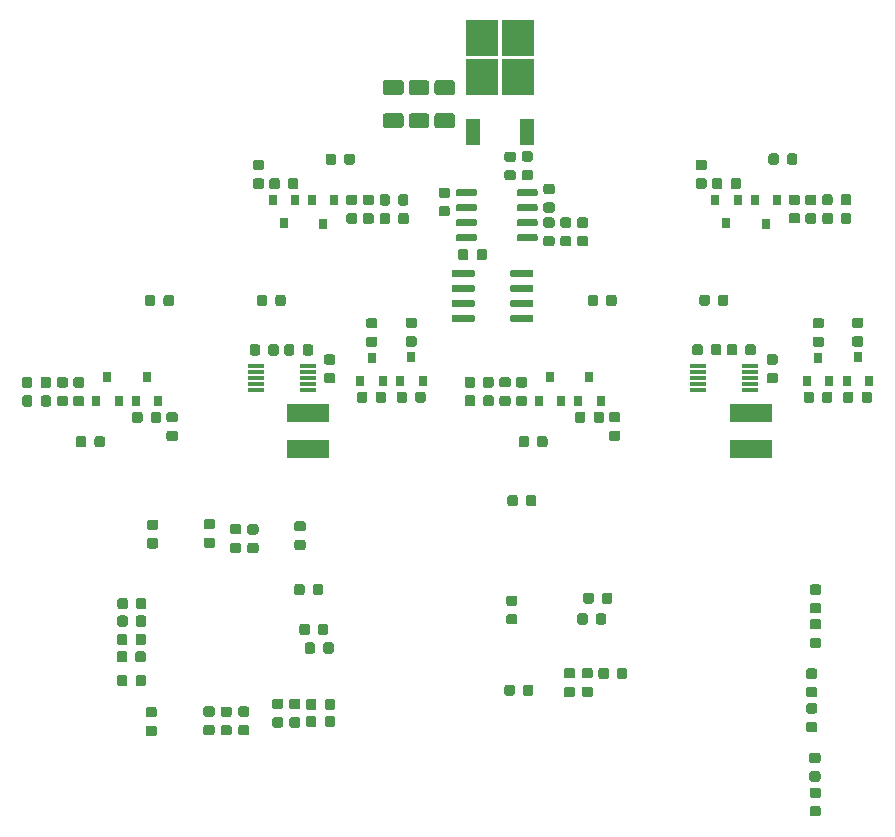
<source format=gbr>
G04 #@! TF.GenerationSoftware,KiCad,Pcbnew,5.1.5*
G04 #@! TF.CreationDate,2020-02-27T19:31:16+03:00*
G04 #@! TF.ProjectId,top,746f702e-6b69-4636-9164-5f7063625858,rev?*
G04 #@! TF.SameCoordinates,Original*
G04 #@! TF.FileFunction,Paste,Bot*
G04 #@! TF.FilePolarity,Positive*
%FSLAX46Y46*%
G04 Gerber Fmt 4.6, Leading zero omitted, Abs format (unit mm)*
G04 Created by KiCad (PCBNEW 5.1.5) date 2020-02-27 19:31:16*
%MOMM*%
%LPD*%
G04 APERTURE LIST*
%ADD10R,0.800000X0.900000*%
%ADD11C,0.100000*%
%ADD12R,3.600000X1.500000*%
%ADD13R,1.200000X2.200000*%
%ADD14R,2.750000X3.050000*%
%ADD15R,1.400000X0.300000*%
G04 APERTURE END LIST*
D10*
X310000Y-187880000D03*
X1260000Y-185880000D03*
X-640000Y-185880000D03*
D11*
G36*
X1137691Y-200521053D02*
G01*
X1158926Y-200524203D01*
X1179750Y-200529419D01*
X1199962Y-200536651D01*
X1219368Y-200545830D01*
X1237781Y-200556866D01*
X1255024Y-200569654D01*
X1270930Y-200584070D01*
X1285346Y-200599976D01*
X1298134Y-200617219D01*
X1309170Y-200635632D01*
X1318349Y-200655038D01*
X1325581Y-200675250D01*
X1330797Y-200696074D01*
X1333947Y-200717309D01*
X1335000Y-200738750D01*
X1335000Y-201176250D01*
X1333947Y-201197691D01*
X1330797Y-201218926D01*
X1325581Y-201239750D01*
X1318349Y-201259962D01*
X1309170Y-201279368D01*
X1298134Y-201297781D01*
X1285346Y-201315024D01*
X1270930Y-201330930D01*
X1255024Y-201345346D01*
X1237781Y-201358134D01*
X1219368Y-201369170D01*
X1199962Y-201378349D01*
X1179750Y-201385581D01*
X1158926Y-201390797D01*
X1137691Y-201393947D01*
X1116250Y-201395000D01*
X603750Y-201395000D01*
X582309Y-201393947D01*
X561074Y-201390797D01*
X540250Y-201385581D01*
X520038Y-201378349D01*
X500632Y-201369170D01*
X482219Y-201358134D01*
X464976Y-201345346D01*
X449070Y-201330930D01*
X434654Y-201315024D01*
X421866Y-201297781D01*
X410830Y-201279368D01*
X401651Y-201259962D01*
X394419Y-201239750D01*
X389203Y-201218926D01*
X386053Y-201197691D01*
X385000Y-201176250D01*
X385000Y-200738750D01*
X386053Y-200717309D01*
X389203Y-200696074D01*
X394419Y-200675250D01*
X401651Y-200655038D01*
X410830Y-200635632D01*
X421866Y-200617219D01*
X434654Y-200599976D01*
X449070Y-200584070D01*
X464976Y-200569654D01*
X482219Y-200556866D01*
X500632Y-200545830D01*
X520038Y-200536651D01*
X540250Y-200529419D01*
X561074Y-200524203D01*
X582309Y-200521053D01*
X603750Y-200520000D01*
X1116250Y-200520000D01*
X1137691Y-200521053D01*
G37*
G36*
X1137691Y-198946053D02*
G01*
X1158926Y-198949203D01*
X1179750Y-198954419D01*
X1199962Y-198961651D01*
X1219368Y-198970830D01*
X1237781Y-198981866D01*
X1255024Y-198994654D01*
X1270930Y-199009070D01*
X1285346Y-199024976D01*
X1298134Y-199042219D01*
X1309170Y-199060632D01*
X1318349Y-199080038D01*
X1325581Y-199100250D01*
X1330797Y-199121074D01*
X1333947Y-199142309D01*
X1335000Y-199163750D01*
X1335000Y-199601250D01*
X1333947Y-199622691D01*
X1330797Y-199643926D01*
X1325581Y-199664750D01*
X1318349Y-199684962D01*
X1309170Y-199704368D01*
X1298134Y-199722781D01*
X1285346Y-199740024D01*
X1270930Y-199755930D01*
X1255024Y-199770346D01*
X1237781Y-199783134D01*
X1219368Y-199794170D01*
X1199962Y-199803349D01*
X1179750Y-199810581D01*
X1158926Y-199815797D01*
X1137691Y-199818947D01*
X1116250Y-199820000D01*
X603750Y-199820000D01*
X582309Y-199818947D01*
X561074Y-199815797D01*
X540250Y-199810581D01*
X520038Y-199803349D01*
X500632Y-199794170D01*
X482219Y-199783134D01*
X464976Y-199770346D01*
X449070Y-199755930D01*
X434654Y-199740024D01*
X421866Y-199722781D01*
X410830Y-199704368D01*
X401651Y-199684962D01*
X394419Y-199664750D01*
X389203Y-199643926D01*
X386053Y-199622691D01*
X385000Y-199601250D01*
X385000Y-199163750D01*
X386053Y-199142309D01*
X389203Y-199121074D01*
X394419Y-199100250D01*
X401651Y-199080038D01*
X410830Y-199060632D01*
X421866Y-199042219D01*
X434654Y-199024976D01*
X449070Y-199009070D01*
X464976Y-198994654D01*
X482219Y-198981866D01*
X500632Y-198970830D01*
X520038Y-198961651D01*
X540250Y-198954419D01*
X561074Y-198949203D01*
X582309Y-198946053D01*
X603750Y-198945000D01*
X1116250Y-198945000D01*
X1137691Y-198946053D01*
G37*
G36*
X-20097308Y-200891052D02*
G01*
X-20076073Y-200894202D01*
X-20055249Y-200899418D01*
X-20035037Y-200906650D01*
X-20015631Y-200915829D01*
X-19997218Y-200926865D01*
X-19979975Y-200939653D01*
X-19964069Y-200954069D01*
X-19949653Y-200969975D01*
X-19936865Y-200987218D01*
X-19925829Y-201005631D01*
X-19916650Y-201025037D01*
X-19909418Y-201045249D01*
X-19904202Y-201066073D01*
X-19901052Y-201087308D01*
X-19899999Y-201108749D01*
X-19899999Y-201546249D01*
X-19901052Y-201567690D01*
X-19904202Y-201588925D01*
X-19909418Y-201609749D01*
X-19916650Y-201629961D01*
X-19925829Y-201649367D01*
X-19936865Y-201667780D01*
X-19949653Y-201685023D01*
X-19964069Y-201700929D01*
X-19979975Y-201715345D01*
X-19997218Y-201728133D01*
X-20015631Y-201739169D01*
X-20035037Y-201748348D01*
X-20055249Y-201755580D01*
X-20076073Y-201760796D01*
X-20097308Y-201763946D01*
X-20118749Y-201764999D01*
X-20631249Y-201764999D01*
X-20652690Y-201763946D01*
X-20673925Y-201760796D01*
X-20694749Y-201755580D01*
X-20714961Y-201748348D01*
X-20734367Y-201739169D01*
X-20752780Y-201728133D01*
X-20770023Y-201715345D01*
X-20785929Y-201700929D01*
X-20800345Y-201685023D01*
X-20813133Y-201667780D01*
X-20824169Y-201649367D01*
X-20833348Y-201629961D01*
X-20840580Y-201609749D01*
X-20845796Y-201588925D01*
X-20848946Y-201567690D01*
X-20849999Y-201546249D01*
X-20849999Y-201108749D01*
X-20848946Y-201087308D01*
X-20845796Y-201066073D01*
X-20840580Y-201045249D01*
X-20833348Y-201025037D01*
X-20824169Y-201005631D01*
X-20813133Y-200987218D01*
X-20800345Y-200969975D01*
X-20785929Y-200954069D01*
X-20770023Y-200939653D01*
X-20752780Y-200926865D01*
X-20734367Y-200915829D01*
X-20714961Y-200906650D01*
X-20694749Y-200899418D01*
X-20673925Y-200894202D01*
X-20652690Y-200891052D01*
X-20631249Y-200889999D01*
X-20118749Y-200889999D01*
X-20097308Y-200891052D01*
G37*
G36*
X-20097308Y-202466052D02*
G01*
X-20076073Y-202469202D01*
X-20055249Y-202474418D01*
X-20035037Y-202481650D01*
X-20015631Y-202490829D01*
X-19997218Y-202501865D01*
X-19979975Y-202514653D01*
X-19964069Y-202529069D01*
X-19949653Y-202544975D01*
X-19936865Y-202562218D01*
X-19925829Y-202580631D01*
X-19916650Y-202600037D01*
X-19909418Y-202620249D01*
X-19904202Y-202641073D01*
X-19901052Y-202662308D01*
X-19899999Y-202683749D01*
X-19899999Y-203121249D01*
X-19901052Y-203142690D01*
X-19904202Y-203163925D01*
X-19909418Y-203184749D01*
X-19916650Y-203204961D01*
X-19925829Y-203224367D01*
X-19936865Y-203242780D01*
X-19949653Y-203260023D01*
X-19964069Y-203275929D01*
X-19979975Y-203290345D01*
X-19997218Y-203303133D01*
X-20015631Y-203314169D01*
X-20035037Y-203323348D01*
X-20055249Y-203330580D01*
X-20076073Y-203335796D01*
X-20097308Y-203338946D01*
X-20118749Y-203339999D01*
X-20631249Y-203339999D01*
X-20652690Y-203338946D01*
X-20673925Y-203335796D01*
X-20694749Y-203330580D01*
X-20714961Y-203323348D01*
X-20734367Y-203314169D01*
X-20752780Y-203303133D01*
X-20770023Y-203290345D01*
X-20785929Y-203275929D01*
X-20800345Y-203260023D01*
X-20813133Y-203242780D01*
X-20824169Y-203224367D01*
X-20833348Y-203204961D01*
X-20840580Y-203184749D01*
X-20845796Y-203163925D01*
X-20848946Y-203142690D01*
X-20849999Y-203121249D01*
X-20849999Y-202683749D01*
X-20848946Y-202662308D01*
X-20845796Y-202641073D01*
X-20840580Y-202620249D01*
X-20833348Y-202600037D01*
X-20824169Y-202580631D01*
X-20813133Y-202562218D01*
X-20800345Y-202544975D01*
X-20785929Y-202529069D01*
X-20770023Y-202514653D01*
X-20752780Y-202501865D01*
X-20734367Y-202490829D01*
X-20714961Y-202481650D01*
X-20694749Y-202474418D01*
X-20673925Y-202469202D01*
X-20652690Y-202466052D01*
X-20631249Y-202464999D01*
X-20118749Y-202464999D01*
X-20097308Y-202466052D01*
G37*
G36*
X-14099809Y-193921052D02*
G01*
X-14078574Y-193924202D01*
X-14057750Y-193929418D01*
X-14037538Y-193936650D01*
X-14018132Y-193945829D01*
X-13999719Y-193956865D01*
X-13982476Y-193969653D01*
X-13966570Y-193984069D01*
X-13952154Y-193999975D01*
X-13939366Y-194017218D01*
X-13928330Y-194035631D01*
X-13919151Y-194055037D01*
X-13911919Y-194075249D01*
X-13906703Y-194096073D01*
X-13903553Y-194117308D01*
X-13902500Y-194138749D01*
X-13902500Y-194651249D01*
X-13903553Y-194672690D01*
X-13906703Y-194693925D01*
X-13911919Y-194714749D01*
X-13919151Y-194734961D01*
X-13928330Y-194754367D01*
X-13939366Y-194772780D01*
X-13952154Y-194790023D01*
X-13966570Y-194805929D01*
X-13982476Y-194820345D01*
X-13999719Y-194833133D01*
X-14018132Y-194844169D01*
X-14037538Y-194853348D01*
X-14057750Y-194860580D01*
X-14078574Y-194865796D01*
X-14099809Y-194868946D01*
X-14121250Y-194869999D01*
X-14558750Y-194869999D01*
X-14580191Y-194868946D01*
X-14601426Y-194865796D01*
X-14622250Y-194860580D01*
X-14642462Y-194853348D01*
X-14661868Y-194844169D01*
X-14680281Y-194833133D01*
X-14697524Y-194820345D01*
X-14713430Y-194805929D01*
X-14727846Y-194790023D01*
X-14740634Y-194772780D01*
X-14751670Y-194754367D01*
X-14760849Y-194734961D01*
X-14768081Y-194714749D01*
X-14773297Y-194693925D01*
X-14776447Y-194672690D01*
X-14777500Y-194651249D01*
X-14777500Y-194138749D01*
X-14776447Y-194117308D01*
X-14773297Y-194096073D01*
X-14768081Y-194075249D01*
X-14760849Y-194055037D01*
X-14751670Y-194035631D01*
X-14740634Y-194017218D01*
X-14727846Y-193999975D01*
X-14713430Y-193984069D01*
X-14697524Y-193969653D01*
X-14680281Y-193956865D01*
X-14661868Y-193945829D01*
X-14642462Y-193936650D01*
X-14622250Y-193929418D01*
X-14601426Y-193924202D01*
X-14580191Y-193921052D01*
X-14558750Y-193919999D01*
X-14121250Y-193919999D01*
X-14099809Y-193921052D01*
G37*
G36*
X-12524809Y-193921052D02*
G01*
X-12503574Y-193924202D01*
X-12482750Y-193929418D01*
X-12462538Y-193936650D01*
X-12443132Y-193945829D01*
X-12424719Y-193956865D01*
X-12407476Y-193969653D01*
X-12391570Y-193984069D01*
X-12377154Y-193999975D01*
X-12364366Y-194017218D01*
X-12353330Y-194035631D01*
X-12344151Y-194055037D01*
X-12336919Y-194075249D01*
X-12331703Y-194096073D01*
X-12328553Y-194117308D01*
X-12327500Y-194138749D01*
X-12327500Y-194651249D01*
X-12328553Y-194672690D01*
X-12331703Y-194693925D01*
X-12336919Y-194714749D01*
X-12344151Y-194734961D01*
X-12353330Y-194754367D01*
X-12364366Y-194772780D01*
X-12377154Y-194790023D01*
X-12391570Y-194805929D01*
X-12407476Y-194820345D01*
X-12424719Y-194833133D01*
X-12443132Y-194844169D01*
X-12462538Y-194853348D01*
X-12482750Y-194860580D01*
X-12503574Y-194865796D01*
X-12524809Y-194868946D01*
X-12546250Y-194869999D01*
X-12983750Y-194869999D01*
X-13005191Y-194868946D01*
X-13026426Y-194865796D01*
X-13047250Y-194860580D01*
X-13067462Y-194853348D01*
X-13086868Y-194844169D01*
X-13105281Y-194833133D01*
X-13122524Y-194820345D01*
X-13138430Y-194805929D01*
X-13152846Y-194790023D01*
X-13165634Y-194772780D01*
X-13176670Y-194754367D01*
X-13185849Y-194734961D01*
X-13193081Y-194714749D01*
X-13198297Y-194693925D01*
X-13201447Y-194672690D01*
X-13202500Y-194651249D01*
X-13202500Y-194138749D01*
X-13201447Y-194117308D01*
X-13198297Y-194096073D01*
X-13193081Y-194075249D01*
X-13185849Y-194055037D01*
X-13176670Y-194035631D01*
X-13165634Y-194017218D01*
X-13152846Y-193999975D01*
X-13138430Y-193984069D01*
X-13122524Y-193969653D01*
X-13105281Y-193956865D01*
X-13086868Y-193945829D01*
X-13067462Y-193936650D01*
X-13047250Y-193929418D01*
X-13026426Y-193924202D01*
X-13005191Y-193921052D01*
X-12983750Y-193919999D01*
X-12546250Y-193919999D01*
X-12524809Y-193921052D01*
G37*
G36*
X-21487308Y-202458551D02*
G01*
X-21466073Y-202461701D01*
X-21445249Y-202466917D01*
X-21425037Y-202474149D01*
X-21405631Y-202483328D01*
X-21387218Y-202494364D01*
X-21369975Y-202507152D01*
X-21354069Y-202521568D01*
X-21339653Y-202537474D01*
X-21326865Y-202554717D01*
X-21315829Y-202573130D01*
X-21306650Y-202592536D01*
X-21299418Y-202612748D01*
X-21294202Y-202633572D01*
X-21291052Y-202654807D01*
X-21289999Y-202676248D01*
X-21289999Y-203113748D01*
X-21291052Y-203135189D01*
X-21294202Y-203156424D01*
X-21299418Y-203177248D01*
X-21306650Y-203197460D01*
X-21315829Y-203216866D01*
X-21326865Y-203235279D01*
X-21339653Y-203252522D01*
X-21354069Y-203268428D01*
X-21369975Y-203282844D01*
X-21387218Y-203295632D01*
X-21405631Y-203306668D01*
X-21425037Y-203315847D01*
X-21445249Y-203323079D01*
X-21466073Y-203328295D01*
X-21487308Y-203331445D01*
X-21508749Y-203332498D01*
X-22021249Y-203332498D01*
X-22042690Y-203331445D01*
X-22063925Y-203328295D01*
X-22084749Y-203323079D01*
X-22104961Y-203315847D01*
X-22124367Y-203306668D01*
X-22142780Y-203295632D01*
X-22160023Y-203282844D01*
X-22175929Y-203268428D01*
X-22190345Y-203252522D01*
X-22203133Y-203235279D01*
X-22214169Y-203216866D01*
X-22223348Y-203197460D01*
X-22230580Y-203177248D01*
X-22235796Y-203156424D01*
X-22238946Y-203135189D01*
X-22239999Y-203113748D01*
X-22239999Y-202676248D01*
X-22238946Y-202654807D01*
X-22235796Y-202633572D01*
X-22230580Y-202612748D01*
X-22223348Y-202592536D01*
X-22214169Y-202573130D01*
X-22203133Y-202554717D01*
X-22190345Y-202537474D01*
X-22175929Y-202521568D01*
X-22160023Y-202507152D01*
X-22142780Y-202494364D01*
X-22124367Y-202483328D01*
X-22104961Y-202474149D01*
X-22084749Y-202466917D01*
X-22063925Y-202461701D01*
X-22042690Y-202458551D01*
X-22021249Y-202457498D01*
X-21508749Y-202457498D01*
X-21487308Y-202458551D01*
G37*
G36*
X-21487308Y-200883551D02*
G01*
X-21466073Y-200886701D01*
X-21445249Y-200891917D01*
X-21425037Y-200899149D01*
X-21405631Y-200908328D01*
X-21387218Y-200919364D01*
X-21369975Y-200932152D01*
X-21354069Y-200946568D01*
X-21339653Y-200962474D01*
X-21326865Y-200979717D01*
X-21315829Y-200998130D01*
X-21306650Y-201017536D01*
X-21299418Y-201037748D01*
X-21294202Y-201058572D01*
X-21291052Y-201079807D01*
X-21289999Y-201101248D01*
X-21289999Y-201538748D01*
X-21291052Y-201560189D01*
X-21294202Y-201581424D01*
X-21299418Y-201602248D01*
X-21306650Y-201622460D01*
X-21315829Y-201641866D01*
X-21326865Y-201660279D01*
X-21339653Y-201677522D01*
X-21354069Y-201693428D01*
X-21369975Y-201707844D01*
X-21387218Y-201720632D01*
X-21405631Y-201731668D01*
X-21425037Y-201740847D01*
X-21445249Y-201748079D01*
X-21466073Y-201753295D01*
X-21487308Y-201756445D01*
X-21508749Y-201757498D01*
X-22021249Y-201757498D01*
X-22042690Y-201756445D01*
X-22063925Y-201753295D01*
X-22084749Y-201748079D01*
X-22104961Y-201740847D01*
X-22124367Y-201731668D01*
X-22142780Y-201720632D01*
X-22160023Y-201707844D01*
X-22175929Y-201693428D01*
X-22190345Y-201677522D01*
X-22203133Y-201660279D01*
X-22214169Y-201641866D01*
X-22223348Y-201622460D01*
X-22230580Y-201602248D01*
X-22235796Y-201581424D01*
X-22238946Y-201560189D01*
X-22239999Y-201538748D01*
X-22239999Y-201101248D01*
X-22238946Y-201079807D01*
X-22235796Y-201058572D01*
X-22230580Y-201037748D01*
X-22223348Y-201017536D01*
X-22214169Y-200998130D01*
X-22203133Y-200979717D01*
X-22190345Y-200962474D01*
X-22175929Y-200946568D01*
X-22160023Y-200932152D01*
X-22142780Y-200919364D01*
X-22124367Y-200908328D01*
X-22104961Y-200899149D01*
X-22084749Y-200891917D01*
X-22063925Y-200886701D01*
X-22042690Y-200883551D01*
X-22021249Y-200882498D01*
X-21508749Y-200882498D01*
X-21487308Y-200883551D01*
G37*
G36*
X3017691Y-187001053D02*
G01*
X3038926Y-187004203D01*
X3059750Y-187009419D01*
X3079962Y-187016651D01*
X3099368Y-187025830D01*
X3117781Y-187036866D01*
X3135024Y-187049654D01*
X3150930Y-187064070D01*
X3165346Y-187079976D01*
X3178134Y-187097219D01*
X3189170Y-187115632D01*
X3198349Y-187135038D01*
X3205581Y-187155250D01*
X3210797Y-187176074D01*
X3213947Y-187197309D01*
X3215000Y-187218750D01*
X3215000Y-187656250D01*
X3213947Y-187677691D01*
X3210797Y-187698926D01*
X3205581Y-187719750D01*
X3198349Y-187739962D01*
X3189170Y-187759368D01*
X3178134Y-187777781D01*
X3165346Y-187795024D01*
X3150930Y-187810930D01*
X3135024Y-187825346D01*
X3117781Y-187838134D01*
X3099368Y-187849170D01*
X3079962Y-187858349D01*
X3059750Y-187865581D01*
X3038926Y-187870797D01*
X3017691Y-187873947D01*
X2996250Y-187875000D01*
X2483750Y-187875000D01*
X2462309Y-187873947D01*
X2441074Y-187870797D01*
X2420250Y-187865581D01*
X2400038Y-187858349D01*
X2380632Y-187849170D01*
X2362219Y-187838134D01*
X2344976Y-187825346D01*
X2329070Y-187810930D01*
X2314654Y-187795024D01*
X2301866Y-187777781D01*
X2290830Y-187759368D01*
X2281651Y-187739962D01*
X2274419Y-187719750D01*
X2269203Y-187698926D01*
X2266053Y-187677691D01*
X2265000Y-187656250D01*
X2265000Y-187218750D01*
X2266053Y-187197309D01*
X2269203Y-187176074D01*
X2274419Y-187155250D01*
X2281651Y-187135038D01*
X2290830Y-187115632D01*
X2301866Y-187097219D01*
X2314654Y-187079976D01*
X2329070Y-187064070D01*
X2344976Y-187049654D01*
X2362219Y-187036866D01*
X2380632Y-187025830D01*
X2400038Y-187016651D01*
X2420250Y-187009419D01*
X2441074Y-187004203D01*
X2462309Y-187001053D01*
X2483750Y-187000000D01*
X2996250Y-187000000D01*
X3017691Y-187001053D01*
G37*
G36*
X3017691Y-185426053D02*
G01*
X3038926Y-185429203D01*
X3059750Y-185434419D01*
X3079962Y-185441651D01*
X3099368Y-185450830D01*
X3117781Y-185461866D01*
X3135024Y-185474654D01*
X3150930Y-185489070D01*
X3165346Y-185504976D01*
X3178134Y-185522219D01*
X3189170Y-185540632D01*
X3198349Y-185560038D01*
X3205581Y-185580250D01*
X3210797Y-185601074D01*
X3213947Y-185622309D01*
X3215000Y-185643750D01*
X3215000Y-186081250D01*
X3213947Y-186102691D01*
X3210797Y-186123926D01*
X3205581Y-186144750D01*
X3198349Y-186164962D01*
X3189170Y-186184368D01*
X3178134Y-186202781D01*
X3165346Y-186220024D01*
X3150930Y-186235930D01*
X3135024Y-186250346D01*
X3117781Y-186263134D01*
X3099368Y-186274170D01*
X3079962Y-186283349D01*
X3059750Y-186290581D01*
X3038926Y-186295797D01*
X3017691Y-186298947D01*
X2996250Y-186300000D01*
X2483750Y-186300000D01*
X2462309Y-186298947D01*
X2441074Y-186295797D01*
X2420250Y-186290581D01*
X2400038Y-186283349D01*
X2380632Y-186274170D01*
X2362219Y-186263134D01*
X2344976Y-186250346D01*
X2329070Y-186235930D01*
X2314654Y-186220024D01*
X2301866Y-186202781D01*
X2290830Y-186184368D01*
X2281651Y-186164962D01*
X2274419Y-186144750D01*
X2269203Y-186123926D01*
X2266053Y-186102691D01*
X2265000Y-186081250D01*
X2265000Y-185643750D01*
X2266053Y-185622309D01*
X2269203Y-185601074D01*
X2274419Y-185580250D01*
X2281651Y-185560038D01*
X2290830Y-185540632D01*
X2301866Y-185522219D01*
X2314654Y-185504976D01*
X2329070Y-185489070D01*
X2344976Y-185474654D01*
X2362219Y-185461866D01*
X2380632Y-185450830D01*
X2400038Y-185441651D01*
X2420250Y-185434419D01*
X2441074Y-185429203D01*
X2462309Y-185426053D01*
X2483750Y-185425000D01*
X2996250Y-185425000D01*
X3017691Y-185426053D01*
G37*
G36*
X-3054808Y-193896053D02*
G01*
X-3033573Y-193899203D01*
X-3012749Y-193904419D01*
X-2992537Y-193911651D01*
X-2973131Y-193920830D01*
X-2954718Y-193931866D01*
X-2937475Y-193944654D01*
X-2921569Y-193959070D01*
X-2907153Y-193974976D01*
X-2894365Y-193992219D01*
X-2883329Y-194010632D01*
X-2874150Y-194030038D01*
X-2866918Y-194050250D01*
X-2861702Y-194071074D01*
X-2858552Y-194092309D01*
X-2857499Y-194113750D01*
X-2857499Y-194626250D01*
X-2858552Y-194647691D01*
X-2861702Y-194668926D01*
X-2866918Y-194689750D01*
X-2874150Y-194709962D01*
X-2883329Y-194729368D01*
X-2894365Y-194747781D01*
X-2907153Y-194765024D01*
X-2921569Y-194780930D01*
X-2937475Y-194795346D01*
X-2954718Y-194808134D01*
X-2973131Y-194819170D01*
X-2992537Y-194828349D01*
X-3012749Y-194835581D01*
X-3033573Y-194840797D01*
X-3054808Y-194843947D01*
X-3076249Y-194845000D01*
X-3513749Y-194845000D01*
X-3535190Y-194843947D01*
X-3556425Y-194840797D01*
X-3577249Y-194835581D01*
X-3597461Y-194828349D01*
X-3616867Y-194819170D01*
X-3635280Y-194808134D01*
X-3652523Y-194795346D01*
X-3668429Y-194780930D01*
X-3682845Y-194765024D01*
X-3695633Y-194747781D01*
X-3706669Y-194729368D01*
X-3715848Y-194709962D01*
X-3723080Y-194689750D01*
X-3728296Y-194668926D01*
X-3731446Y-194647691D01*
X-3732499Y-194626250D01*
X-3732499Y-194113750D01*
X-3731446Y-194092309D01*
X-3728296Y-194071074D01*
X-3723080Y-194050250D01*
X-3715848Y-194030038D01*
X-3706669Y-194010632D01*
X-3695633Y-193992219D01*
X-3682845Y-193974976D01*
X-3668429Y-193959070D01*
X-3652523Y-193944654D01*
X-3635280Y-193931866D01*
X-3616867Y-193920830D01*
X-3597461Y-193911651D01*
X-3577249Y-193904419D01*
X-3556425Y-193899203D01*
X-3535190Y-193896053D01*
X-3513749Y-193895000D01*
X-3076249Y-193895000D01*
X-3054808Y-193896053D01*
G37*
G36*
X-4629808Y-193896053D02*
G01*
X-4608573Y-193899203D01*
X-4587749Y-193904419D01*
X-4567537Y-193911651D01*
X-4548131Y-193920830D01*
X-4529718Y-193931866D01*
X-4512475Y-193944654D01*
X-4496569Y-193959070D01*
X-4482153Y-193974976D01*
X-4469365Y-193992219D01*
X-4458329Y-194010632D01*
X-4449150Y-194030038D01*
X-4441918Y-194050250D01*
X-4436702Y-194071074D01*
X-4433552Y-194092309D01*
X-4432499Y-194113750D01*
X-4432499Y-194626250D01*
X-4433552Y-194647691D01*
X-4436702Y-194668926D01*
X-4441918Y-194689750D01*
X-4449150Y-194709962D01*
X-4458329Y-194729368D01*
X-4469365Y-194747781D01*
X-4482153Y-194765024D01*
X-4496569Y-194780930D01*
X-4512475Y-194795346D01*
X-4529718Y-194808134D01*
X-4548131Y-194819170D01*
X-4567537Y-194828349D01*
X-4587749Y-194835581D01*
X-4608573Y-194840797D01*
X-4629808Y-194843947D01*
X-4651249Y-194845000D01*
X-5088749Y-194845000D01*
X-5110190Y-194843947D01*
X-5131425Y-194840797D01*
X-5152249Y-194835581D01*
X-5172461Y-194828349D01*
X-5191867Y-194819170D01*
X-5210280Y-194808134D01*
X-5227523Y-194795346D01*
X-5243429Y-194780930D01*
X-5257845Y-194765024D01*
X-5270633Y-194747781D01*
X-5281669Y-194729368D01*
X-5290848Y-194709962D01*
X-5298080Y-194689750D01*
X-5303296Y-194668926D01*
X-5306446Y-194647691D01*
X-5307499Y-194626250D01*
X-5307499Y-194113750D01*
X-5306446Y-194092309D01*
X-5303296Y-194071074D01*
X-5298080Y-194050250D01*
X-5290848Y-194030038D01*
X-5281669Y-194010632D01*
X-5270633Y-193992219D01*
X-5257845Y-193974976D01*
X-5243429Y-193959070D01*
X-5227523Y-193944654D01*
X-5210280Y-193931866D01*
X-5191867Y-193920830D01*
X-5172461Y-193911651D01*
X-5152249Y-193904419D01*
X-5131425Y-193899203D01*
X-5110190Y-193896053D01*
X-5088749Y-193895000D01*
X-4651249Y-193895000D01*
X-4629808Y-193896053D01*
G37*
G36*
X4407691Y-185433554D02*
G01*
X4428926Y-185436704D01*
X4449750Y-185441920D01*
X4469962Y-185449152D01*
X4489368Y-185458331D01*
X4507781Y-185469367D01*
X4525024Y-185482155D01*
X4540930Y-185496571D01*
X4555346Y-185512477D01*
X4568134Y-185529720D01*
X4579170Y-185548133D01*
X4588349Y-185567539D01*
X4595581Y-185587751D01*
X4600797Y-185608575D01*
X4603947Y-185629810D01*
X4605000Y-185651251D01*
X4605000Y-186088751D01*
X4603947Y-186110192D01*
X4600797Y-186131427D01*
X4595581Y-186152251D01*
X4588349Y-186172463D01*
X4579170Y-186191869D01*
X4568134Y-186210282D01*
X4555346Y-186227525D01*
X4540930Y-186243431D01*
X4525024Y-186257847D01*
X4507781Y-186270635D01*
X4489368Y-186281671D01*
X4469962Y-186290850D01*
X4449750Y-186298082D01*
X4428926Y-186303298D01*
X4407691Y-186306448D01*
X4386250Y-186307501D01*
X3873750Y-186307501D01*
X3852309Y-186306448D01*
X3831074Y-186303298D01*
X3810250Y-186298082D01*
X3790038Y-186290850D01*
X3770632Y-186281671D01*
X3752219Y-186270635D01*
X3734976Y-186257847D01*
X3719070Y-186243431D01*
X3704654Y-186227525D01*
X3691866Y-186210282D01*
X3680830Y-186191869D01*
X3671651Y-186172463D01*
X3664419Y-186152251D01*
X3659203Y-186131427D01*
X3656053Y-186110192D01*
X3655000Y-186088751D01*
X3655000Y-185651251D01*
X3656053Y-185629810D01*
X3659203Y-185608575D01*
X3664419Y-185587751D01*
X3671651Y-185567539D01*
X3680830Y-185548133D01*
X3691866Y-185529720D01*
X3704654Y-185512477D01*
X3719070Y-185496571D01*
X3734976Y-185482155D01*
X3752219Y-185469367D01*
X3770632Y-185458331D01*
X3790038Y-185449152D01*
X3810250Y-185441920D01*
X3831074Y-185436704D01*
X3852309Y-185433554D01*
X3873750Y-185432501D01*
X4386250Y-185432501D01*
X4407691Y-185433554D01*
G37*
G36*
X4407691Y-187008554D02*
G01*
X4428926Y-187011704D01*
X4449750Y-187016920D01*
X4469962Y-187024152D01*
X4489368Y-187033331D01*
X4507781Y-187044367D01*
X4525024Y-187057155D01*
X4540930Y-187071571D01*
X4555346Y-187087477D01*
X4568134Y-187104720D01*
X4579170Y-187123133D01*
X4588349Y-187142539D01*
X4595581Y-187162751D01*
X4600797Y-187183575D01*
X4603947Y-187204810D01*
X4605000Y-187226251D01*
X4605000Y-187663751D01*
X4603947Y-187685192D01*
X4600797Y-187706427D01*
X4595581Y-187727251D01*
X4588349Y-187747463D01*
X4579170Y-187766869D01*
X4568134Y-187785282D01*
X4555346Y-187802525D01*
X4540930Y-187818431D01*
X4525024Y-187832847D01*
X4507781Y-187845635D01*
X4489368Y-187856671D01*
X4469962Y-187865850D01*
X4449750Y-187873082D01*
X4428926Y-187878298D01*
X4407691Y-187881448D01*
X4386250Y-187882501D01*
X3873750Y-187882501D01*
X3852309Y-187881448D01*
X3831074Y-187878298D01*
X3810250Y-187873082D01*
X3790038Y-187865850D01*
X3770632Y-187856671D01*
X3752219Y-187845635D01*
X3734976Y-187832847D01*
X3719070Y-187818431D01*
X3704654Y-187802525D01*
X3691866Y-187785282D01*
X3680830Y-187766869D01*
X3671651Y-187747463D01*
X3664419Y-187727251D01*
X3659203Y-187706427D01*
X3656053Y-187685192D01*
X3655000Y-187663751D01*
X3655000Y-187226251D01*
X3656053Y-187204810D01*
X3659203Y-187183575D01*
X3664419Y-187162751D01*
X3671651Y-187142539D01*
X3680830Y-187123133D01*
X3691866Y-187104720D01*
X3704654Y-187087477D01*
X3719070Y-187071571D01*
X3734976Y-187057155D01*
X3752219Y-187044367D01*
X3770632Y-187033331D01*
X3790038Y-187024152D01*
X3810250Y-187016920D01*
X3831074Y-187011704D01*
X3852309Y-187008554D01*
X3873750Y-187007501D01*
X4386250Y-187007501D01*
X4407691Y-187008554D01*
G37*
G36*
X38617691Y-200511053D02*
G01*
X38638926Y-200514203D01*
X38659750Y-200519419D01*
X38679962Y-200526651D01*
X38699368Y-200535830D01*
X38717781Y-200546866D01*
X38735024Y-200559654D01*
X38750930Y-200574070D01*
X38765346Y-200589976D01*
X38778134Y-200607219D01*
X38789170Y-200625632D01*
X38798349Y-200645038D01*
X38805581Y-200665250D01*
X38810797Y-200686074D01*
X38813947Y-200707309D01*
X38815000Y-200728750D01*
X38815000Y-201166250D01*
X38813947Y-201187691D01*
X38810797Y-201208926D01*
X38805581Y-201229750D01*
X38798349Y-201249962D01*
X38789170Y-201269368D01*
X38778134Y-201287781D01*
X38765346Y-201305024D01*
X38750930Y-201320930D01*
X38735024Y-201335346D01*
X38717781Y-201348134D01*
X38699368Y-201359170D01*
X38679962Y-201368349D01*
X38659750Y-201375581D01*
X38638926Y-201380797D01*
X38617691Y-201383947D01*
X38596250Y-201385000D01*
X38083750Y-201385000D01*
X38062309Y-201383947D01*
X38041074Y-201380797D01*
X38020250Y-201375581D01*
X38000038Y-201368349D01*
X37980632Y-201359170D01*
X37962219Y-201348134D01*
X37944976Y-201335346D01*
X37929070Y-201320930D01*
X37914654Y-201305024D01*
X37901866Y-201287781D01*
X37890830Y-201269368D01*
X37881651Y-201249962D01*
X37874419Y-201229750D01*
X37869203Y-201208926D01*
X37866053Y-201187691D01*
X37865000Y-201166250D01*
X37865000Y-200728750D01*
X37866053Y-200707309D01*
X37869203Y-200686074D01*
X37874419Y-200665250D01*
X37881651Y-200645038D01*
X37890830Y-200625632D01*
X37901866Y-200607219D01*
X37914654Y-200589976D01*
X37929070Y-200574070D01*
X37944976Y-200559654D01*
X37962219Y-200546866D01*
X37980632Y-200535830D01*
X38000038Y-200526651D01*
X38020250Y-200519419D01*
X38041074Y-200514203D01*
X38062309Y-200511053D01*
X38083750Y-200510000D01*
X38596250Y-200510000D01*
X38617691Y-200511053D01*
G37*
G36*
X38617691Y-198936053D02*
G01*
X38638926Y-198939203D01*
X38659750Y-198944419D01*
X38679962Y-198951651D01*
X38699368Y-198960830D01*
X38717781Y-198971866D01*
X38735024Y-198984654D01*
X38750930Y-198999070D01*
X38765346Y-199014976D01*
X38778134Y-199032219D01*
X38789170Y-199050632D01*
X38798349Y-199070038D01*
X38805581Y-199090250D01*
X38810797Y-199111074D01*
X38813947Y-199132309D01*
X38815000Y-199153750D01*
X38815000Y-199591250D01*
X38813947Y-199612691D01*
X38810797Y-199633926D01*
X38805581Y-199654750D01*
X38798349Y-199674962D01*
X38789170Y-199694368D01*
X38778134Y-199712781D01*
X38765346Y-199730024D01*
X38750930Y-199745930D01*
X38735024Y-199760346D01*
X38717781Y-199773134D01*
X38699368Y-199784170D01*
X38679962Y-199793349D01*
X38659750Y-199800581D01*
X38638926Y-199805797D01*
X38617691Y-199808947D01*
X38596250Y-199810000D01*
X38083750Y-199810000D01*
X38062309Y-199808947D01*
X38041074Y-199805797D01*
X38020250Y-199800581D01*
X38000038Y-199793349D01*
X37980632Y-199784170D01*
X37962219Y-199773134D01*
X37944976Y-199760346D01*
X37929070Y-199745930D01*
X37914654Y-199730024D01*
X37901866Y-199712781D01*
X37890830Y-199694368D01*
X37881651Y-199674962D01*
X37874419Y-199654750D01*
X37869203Y-199633926D01*
X37866053Y-199612691D01*
X37865000Y-199591250D01*
X37865000Y-199153750D01*
X37866053Y-199132309D01*
X37869203Y-199111074D01*
X37874419Y-199090250D01*
X37881651Y-199070038D01*
X37890830Y-199050632D01*
X37901866Y-199032219D01*
X37914654Y-199014976D01*
X37929070Y-198999070D01*
X37944976Y-198984654D01*
X37962219Y-198971866D01*
X37980632Y-198960830D01*
X38000038Y-198951651D01*
X38020250Y-198944419D01*
X38041074Y-198939203D01*
X38062309Y-198936053D01*
X38083750Y-198935000D01*
X38596250Y-198935000D01*
X38617691Y-198936053D01*
G37*
G36*
X17382692Y-202456052D02*
G01*
X17403927Y-202459202D01*
X17424751Y-202464418D01*
X17444963Y-202471650D01*
X17464369Y-202480829D01*
X17482782Y-202491865D01*
X17500025Y-202504653D01*
X17515931Y-202519069D01*
X17530347Y-202534975D01*
X17543135Y-202552218D01*
X17554171Y-202570631D01*
X17563350Y-202590037D01*
X17570582Y-202610249D01*
X17575798Y-202631073D01*
X17578948Y-202652308D01*
X17580001Y-202673749D01*
X17580001Y-203111249D01*
X17578948Y-203132690D01*
X17575798Y-203153925D01*
X17570582Y-203174749D01*
X17563350Y-203194961D01*
X17554171Y-203214367D01*
X17543135Y-203232780D01*
X17530347Y-203250023D01*
X17515931Y-203265929D01*
X17500025Y-203280345D01*
X17482782Y-203293133D01*
X17464369Y-203304169D01*
X17444963Y-203313348D01*
X17424751Y-203320580D01*
X17403927Y-203325796D01*
X17382692Y-203328946D01*
X17361251Y-203329999D01*
X16848751Y-203329999D01*
X16827310Y-203328946D01*
X16806075Y-203325796D01*
X16785251Y-203320580D01*
X16765039Y-203313348D01*
X16745633Y-203304169D01*
X16727220Y-203293133D01*
X16709977Y-203280345D01*
X16694071Y-203265929D01*
X16679655Y-203250023D01*
X16666867Y-203232780D01*
X16655831Y-203214367D01*
X16646652Y-203194961D01*
X16639420Y-203174749D01*
X16634204Y-203153925D01*
X16631054Y-203132690D01*
X16630001Y-203111249D01*
X16630001Y-202673749D01*
X16631054Y-202652308D01*
X16634204Y-202631073D01*
X16639420Y-202610249D01*
X16646652Y-202590037D01*
X16655831Y-202570631D01*
X16666867Y-202552218D01*
X16679655Y-202534975D01*
X16694071Y-202519069D01*
X16709977Y-202504653D01*
X16727220Y-202491865D01*
X16745633Y-202480829D01*
X16765039Y-202471650D01*
X16785251Y-202464418D01*
X16806075Y-202459202D01*
X16827310Y-202456052D01*
X16848751Y-202454999D01*
X17361251Y-202454999D01*
X17382692Y-202456052D01*
G37*
G36*
X17382692Y-200881052D02*
G01*
X17403927Y-200884202D01*
X17424751Y-200889418D01*
X17444963Y-200896650D01*
X17464369Y-200905829D01*
X17482782Y-200916865D01*
X17500025Y-200929653D01*
X17515931Y-200944069D01*
X17530347Y-200959975D01*
X17543135Y-200977218D01*
X17554171Y-200995631D01*
X17563350Y-201015037D01*
X17570582Y-201035249D01*
X17575798Y-201056073D01*
X17578948Y-201077308D01*
X17580001Y-201098749D01*
X17580001Y-201536249D01*
X17578948Y-201557690D01*
X17575798Y-201578925D01*
X17570582Y-201599749D01*
X17563350Y-201619961D01*
X17554171Y-201639367D01*
X17543135Y-201657780D01*
X17530347Y-201675023D01*
X17515931Y-201690929D01*
X17500025Y-201705345D01*
X17482782Y-201718133D01*
X17464369Y-201729169D01*
X17444963Y-201738348D01*
X17424751Y-201745580D01*
X17403927Y-201750796D01*
X17382692Y-201753946D01*
X17361251Y-201754999D01*
X16848751Y-201754999D01*
X16827310Y-201753946D01*
X16806075Y-201750796D01*
X16785251Y-201745580D01*
X16765039Y-201738348D01*
X16745633Y-201729169D01*
X16727220Y-201718133D01*
X16709977Y-201705345D01*
X16694071Y-201690929D01*
X16679655Y-201675023D01*
X16666867Y-201657780D01*
X16655831Y-201639367D01*
X16646652Y-201619961D01*
X16639420Y-201599749D01*
X16634204Y-201578925D01*
X16631054Y-201557690D01*
X16630001Y-201536249D01*
X16630001Y-201098749D01*
X16631054Y-201077308D01*
X16634204Y-201056073D01*
X16639420Y-201035249D01*
X16646652Y-201015037D01*
X16655831Y-200995631D01*
X16666867Y-200977218D01*
X16679655Y-200959975D01*
X16694071Y-200944069D01*
X16709977Y-200929653D01*
X16727220Y-200916865D01*
X16745633Y-200905829D01*
X16765039Y-200896650D01*
X16785251Y-200889418D01*
X16806075Y-200884202D01*
X16827310Y-200881052D01*
X16848751Y-200879999D01*
X17361251Y-200879999D01*
X17382692Y-200881052D01*
G37*
G36*
X24955191Y-193911052D02*
G01*
X24976426Y-193914202D01*
X24997250Y-193919418D01*
X25017462Y-193926650D01*
X25036868Y-193935829D01*
X25055281Y-193946865D01*
X25072524Y-193959653D01*
X25088430Y-193974069D01*
X25102846Y-193989975D01*
X25115634Y-194007218D01*
X25126670Y-194025631D01*
X25135849Y-194045037D01*
X25143081Y-194065249D01*
X25148297Y-194086073D01*
X25151447Y-194107308D01*
X25152500Y-194128749D01*
X25152500Y-194641249D01*
X25151447Y-194662690D01*
X25148297Y-194683925D01*
X25143081Y-194704749D01*
X25135849Y-194724961D01*
X25126670Y-194744367D01*
X25115634Y-194762780D01*
X25102846Y-194780023D01*
X25088430Y-194795929D01*
X25072524Y-194810345D01*
X25055281Y-194823133D01*
X25036868Y-194834169D01*
X25017462Y-194843348D01*
X24997250Y-194850580D01*
X24976426Y-194855796D01*
X24955191Y-194858946D01*
X24933750Y-194859999D01*
X24496250Y-194859999D01*
X24474809Y-194858946D01*
X24453574Y-194855796D01*
X24432750Y-194850580D01*
X24412538Y-194843348D01*
X24393132Y-194834169D01*
X24374719Y-194823133D01*
X24357476Y-194810345D01*
X24341570Y-194795929D01*
X24327154Y-194780023D01*
X24314366Y-194762780D01*
X24303330Y-194744367D01*
X24294151Y-194724961D01*
X24286919Y-194704749D01*
X24281703Y-194683925D01*
X24278553Y-194662690D01*
X24277500Y-194641249D01*
X24277500Y-194128749D01*
X24278553Y-194107308D01*
X24281703Y-194086073D01*
X24286919Y-194065249D01*
X24294151Y-194045037D01*
X24303330Y-194025631D01*
X24314366Y-194007218D01*
X24327154Y-193989975D01*
X24341570Y-193974069D01*
X24357476Y-193959653D01*
X24374719Y-193946865D01*
X24393132Y-193935829D01*
X24412538Y-193926650D01*
X24432750Y-193919418D01*
X24453574Y-193914202D01*
X24474809Y-193911052D01*
X24496250Y-193909999D01*
X24933750Y-193909999D01*
X24955191Y-193911052D01*
G37*
G36*
X23380191Y-193911052D02*
G01*
X23401426Y-193914202D01*
X23422250Y-193919418D01*
X23442462Y-193926650D01*
X23461868Y-193935829D01*
X23480281Y-193946865D01*
X23497524Y-193959653D01*
X23513430Y-193974069D01*
X23527846Y-193989975D01*
X23540634Y-194007218D01*
X23551670Y-194025631D01*
X23560849Y-194045037D01*
X23568081Y-194065249D01*
X23573297Y-194086073D01*
X23576447Y-194107308D01*
X23577500Y-194128749D01*
X23577500Y-194641249D01*
X23576447Y-194662690D01*
X23573297Y-194683925D01*
X23568081Y-194704749D01*
X23560849Y-194724961D01*
X23551670Y-194744367D01*
X23540634Y-194762780D01*
X23527846Y-194780023D01*
X23513430Y-194795929D01*
X23497524Y-194810345D01*
X23480281Y-194823133D01*
X23461868Y-194834169D01*
X23442462Y-194843348D01*
X23422250Y-194850580D01*
X23401426Y-194855796D01*
X23380191Y-194858946D01*
X23358750Y-194859999D01*
X22921250Y-194859999D01*
X22899809Y-194858946D01*
X22878574Y-194855796D01*
X22857750Y-194850580D01*
X22837538Y-194843348D01*
X22818132Y-194834169D01*
X22799719Y-194823133D01*
X22782476Y-194810345D01*
X22766570Y-194795929D01*
X22752154Y-194780023D01*
X22739366Y-194762780D01*
X22728330Y-194744367D01*
X22719151Y-194724961D01*
X22711919Y-194704749D01*
X22706703Y-194683925D01*
X22703553Y-194662690D01*
X22702500Y-194641249D01*
X22702500Y-194128749D01*
X22703553Y-194107308D01*
X22706703Y-194086073D01*
X22711919Y-194065249D01*
X22719151Y-194045037D01*
X22728330Y-194025631D01*
X22739366Y-194007218D01*
X22752154Y-193989975D01*
X22766570Y-193974069D01*
X22782476Y-193959653D01*
X22799719Y-193946865D01*
X22818132Y-193935829D01*
X22837538Y-193926650D01*
X22857750Y-193919418D01*
X22878574Y-193914202D01*
X22899809Y-193911052D01*
X22921250Y-193909999D01*
X23358750Y-193909999D01*
X23380191Y-193911052D01*
G37*
G36*
X15992692Y-202448551D02*
G01*
X16013927Y-202451701D01*
X16034751Y-202456917D01*
X16054963Y-202464149D01*
X16074369Y-202473328D01*
X16092782Y-202484364D01*
X16110025Y-202497152D01*
X16125931Y-202511568D01*
X16140347Y-202527474D01*
X16153135Y-202544717D01*
X16164171Y-202563130D01*
X16173350Y-202582536D01*
X16180582Y-202602748D01*
X16185798Y-202623572D01*
X16188948Y-202644807D01*
X16190001Y-202666248D01*
X16190001Y-203103748D01*
X16188948Y-203125189D01*
X16185798Y-203146424D01*
X16180582Y-203167248D01*
X16173350Y-203187460D01*
X16164171Y-203206866D01*
X16153135Y-203225279D01*
X16140347Y-203242522D01*
X16125931Y-203258428D01*
X16110025Y-203272844D01*
X16092782Y-203285632D01*
X16074369Y-203296668D01*
X16054963Y-203305847D01*
X16034751Y-203313079D01*
X16013927Y-203318295D01*
X15992692Y-203321445D01*
X15971251Y-203322498D01*
X15458751Y-203322498D01*
X15437310Y-203321445D01*
X15416075Y-203318295D01*
X15395251Y-203313079D01*
X15375039Y-203305847D01*
X15355633Y-203296668D01*
X15337220Y-203285632D01*
X15319977Y-203272844D01*
X15304071Y-203258428D01*
X15289655Y-203242522D01*
X15276867Y-203225279D01*
X15265831Y-203206866D01*
X15256652Y-203187460D01*
X15249420Y-203167248D01*
X15244204Y-203146424D01*
X15241054Y-203125189D01*
X15240001Y-203103748D01*
X15240001Y-202666248D01*
X15241054Y-202644807D01*
X15244204Y-202623572D01*
X15249420Y-202602748D01*
X15256652Y-202582536D01*
X15265831Y-202563130D01*
X15276867Y-202544717D01*
X15289655Y-202527474D01*
X15304071Y-202511568D01*
X15319977Y-202497152D01*
X15337220Y-202484364D01*
X15355633Y-202473328D01*
X15375039Y-202464149D01*
X15395251Y-202456917D01*
X15416075Y-202451701D01*
X15437310Y-202448551D01*
X15458751Y-202447498D01*
X15971251Y-202447498D01*
X15992692Y-202448551D01*
G37*
G36*
X15992692Y-200873551D02*
G01*
X16013927Y-200876701D01*
X16034751Y-200881917D01*
X16054963Y-200889149D01*
X16074369Y-200898328D01*
X16092782Y-200909364D01*
X16110025Y-200922152D01*
X16125931Y-200936568D01*
X16140347Y-200952474D01*
X16153135Y-200969717D01*
X16164171Y-200988130D01*
X16173350Y-201007536D01*
X16180582Y-201027748D01*
X16185798Y-201048572D01*
X16188948Y-201069807D01*
X16190001Y-201091248D01*
X16190001Y-201528748D01*
X16188948Y-201550189D01*
X16185798Y-201571424D01*
X16180582Y-201592248D01*
X16173350Y-201612460D01*
X16164171Y-201631866D01*
X16153135Y-201650279D01*
X16140347Y-201667522D01*
X16125931Y-201683428D01*
X16110025Y-201697844D01*
X16092782Y-201710632D01*
X16074369Y-201721668D01*
X16054963Y-201730847D01*
X16034751Y-201738079D01*
X16013927Y-201743295D01*
X15992692Y-201746445D01*
X15971251Y-201747498D01*
X15458751Y-201747498D01*
X15437310Y-201746445D01*
X15416075Y-201743295D01*
X15395251Y-201738079D01*
X15375039Y-201730847D01*
X15355633Y-201721668D01*
X15337220Y-201710632D01*
X15319977Y-201697844D01*
X15304071Y-201683428D01*
X15289655Y-201667522D01*
X15276867Y-201650279D01*
X15265831Y-201631866D01*
X15256652Y-201612460D01*
X15249420Y-201592248D01*
X15244204Y-201571424D01*
X15241054Y-201550189D01*
X15240001Y-201528748D01*
X15240001Y-201091248D01*
X15241054Y-201069807D01*
X15244204Y-201048572D01*
X15249420Y-201027748D01*
X15256652Y-201007536D01*
X15265831Y-200988130D01*
X15276867Y-200969717D01*
X15289655Y-200952474D01*
X15304071Y-200936568D01*
X15319977Y-200922152D01*
X15337220Y-200909364D01*
X15355633Y-200898328D01*
X15375039Y-200889149D01*
X15395251Y-200881917D01*
X15416075Y-200876701D01*
X15437310Y-200873551D01*
X15458751Y-200872498D01*
X15971251Y-200872498D01*
X15992692Y-200873551D01*
G37*
G36*
X40497691Y-186991053D02*
G01*
X40518926Y-186994203D01*
X40539750Y-186999419D01*
X40559962Y-187006651D01*
X40579368Y-187015830D01*
X40597781Y-187026866D01*
X40615024Y-187039654D01*
X40630930Y-187054070D01*
X40645346Y-187069976D01*
X40658134Y-187087219D01*
X40669170Y-187105632D01*
X40678349Y-187125038D01*
X40685581Y-187145250D01*
X40690797Y-187166074D01*
X40693947Y-187187309D01*
X40695000Y-187208750D01*
X40695000Y-187646250D01*
X40693947Y-187667691D01*
X40690797Y-187688926D01*
X40685581Y-187709750D01*
X40678349Y-187729962D01*
X40669170Y-187749368D01*
X40658134Y-187767781D01*
X40645346Y-187785024D01*
X40630930Y-187800930D01*
X40615024Y-187815346D01*
X40597781Y-187828134D01*
X40579368Y-187839170D01*
X40559962Y-187848349D01*
X40539750Y-187855581D01*
X40518926Y-187860797D01*
X40497691Y-187863947D01*
X40476250Y-187865000D01*
X39963750Y-187865000D01*
X39942309Y-187863947D01*
X39921074Y-187860797D01*
X39900250Y-187855581D01*
X39880038Y-187848349D01*
X39860632Y-187839170D01*
X39842219Y-187828134D01*
X39824976Y-187815346D01*
X39809070Y-187800930D01*
X39794654Y-187785024D01*
X39781866Y-187767781D01*
X39770830Y-187749368D01*
X39761651Y-187729962D01*
X39754419Y-187709750D01*
X39749203Y-187688926D01*
X39746053Y-187667691D01*
X39745000Y-187646250D01*
X39745000Y-187208750D01*
X39746053Y-187187309D01*
X39749203Y-187166074D01*
X39754419Y-187145250D01*
X39761651Y-187125038D01*
X39770830Y-187105632D01*
X39781866Y-187087219D01*
X39794654Y-187069976D01*
X39809070Y-187054070D01*
X39824976Y-187039654D01*
X39842219Y-187026866D01*
X39860632Y-187015830D01*
X39880038Y-187006651D01*
X39900250Y-186999419D01*
X39921074Y-186994203D01*
X39942309Y-186991053D01*
X39963750Y-186990000D01*
X40476250Y-186990000D01*
X40497691Y-186991053D01*
G37*
G36*
X40497691Y-185416053D02*
G01*
X40518926Y-185419203D01*
X40539750Y-185424419D01*
X40559962Y-185431651D01*
X40579368Y-185440830D01*
X40597781Y-185451866D01*
X40615024Y-185464654D01*
X40630930Y-185479070D01*
X40645346Y-185494976D01*
X40658134Y-185512219D01*
X40669170Y-185530632D01*
X40678349Y-185550038D01*
X40685581Y-185570250D01*
X40690797Y-185591074D01*
X40693947Y-185612309D01*
X40695000Y-185633750D01*
X40695000Y-186071250D01*
X40693947Y-186092691D01*
X40690797Y-186113926D01*
X40685581Y-186134750D01*
X40678349Y-186154962D01*
X40669170Y-186174368D01*
X40658134Y-186192781D01*
X40645346Y-186210024D01*
X40630930Y-186225930D01*
X40615024Y-186240346D01*
X40597781Y-186253134D01*
X40579368Y-186264170D01*
X40559962Y-186273349D01*
X40539750Y-186280581D01*
X40518926Y-186285797D01*
X40497691Y-186288947D01*
X40476250Y-186290000D01*
X39963750Y-186290000D01*
X39942309Y-186288947D01*
X39921074Y-186285797D01*
X39900250Y-186280581D01*
X39880038Y-186273349D01*
X39860632Y-186264170D01*
X39842219Y-186253134D01*
X39824976Y-186240346D01*
X39809070Y-186225930D01*
X39794654Y-186210024D01*
X39781866Y-186192781D01*
X39770830Y-186174368D01*
X39761651Y-186154962D01*
X39754419Y-186134750D01*
X39749203Y-186113926D01*
X39746053Y-186092691D01*
X39745000Y-186071250D01*
X39745000Y-185633750D01*
X39746053Y-185612309D01*
X39749203Y-185591074D01*
X39754419Y-185570250D01*
X39761651Y-185550038D01*
X39770830Y-185530632D01*
X39781866Y-185512219D01*
X39794654Y-185494976D01*
X39809070Y-185479070D01*
X39824976Y-185464654D01*
X39842219Y-185451866D01*
X39860632Y-185440830D01*
X39880038Y-185431651D01*
X39900250Y-185424419D01*
X39921074Y-185419203D01*
X39942309Y-185416053D01*
X39963750Y-185415000D01*
X40476250Y-185415000D01*
X40497691Y-185416053D01*
G37*
G36*
X34425192Y-193886053D02*
G01*
X34446427Y-193889203D01*
X34467251Y-193894419D01*
X34487463Y-193901651D01*
X34506869Y-193910830D01*
X34525282Y-193921866D01*
X34542525Y-193934654D01*
X34558431Y-193949070D01*
X34572847Y-193964976D01*
X34585635Y-193982219D01*
X34596671Y-194000632D01*
X34605850Y-194020038D01*
X34613082Y-194040250D01*
X34618298Y-194061074D01*
X34621448Y-194082309D01*
X34622501Y-194103750D01*
X34622501Y-194616250D01*
X34621448Y-194637691D01*
X34618298Y-194658926D01*
X34613082Y-194679750D01*
X34605850Y-194699962D01*
X34596671Y-194719368D01*
X34585635Y-194737781D01*
X34572847Y-194755024D01*
X34558431Y-194770930D01*
X34542525Y-194785346D01*
X34525282Y-194798134D01*
X34506869Y-194809170D01*
X34487463Y-194818349D01*
X34467251Y-194825581D01*
X34446427Y-194830797D01*
X34425192Y-194833947D01*
X34403751Y-194835000D01*
X33966251Y-194835000D01*
X33944810Y-194833947D01*
X33923575Y-194830797D01*
X33902751Y-194825581D01*
X33882539Y-194818349D01*
X33863133Y-194809170D01*
X33844720Y-194798134D01*
X33827477Y-194785346D01*
X33811571Y-194770930D01*
X33797155Y-194755024D01*
X33784367Y-194737781D01*
X33773331Y-194719368D01*
X33764152Y-194699962D01*
X33756920Y-194679750D01*
X33751704Y-194658926D01*
X33748554Y-194637691D01*
X33747501Y-194616250D01*
X33747501Y-194103750D01*
X33748554Y-194082309D01*
X33751704Y-194061074D01*
X33756920Y-194040250D01*
X33764152Y-194020038D01*
X33773331Y-194000632D01*
X33784367Y-193982219D01*
X33797155Y-193964976D01*
X33811571Y-193949070D01*
X33827477Y-193934654D01*
X33844720Y-193921866D01*
X33863133Y-193910830D01*
X33882539Y-193901651D01*
X33902751Y-193894419D01*
X33923575Y-193889203D01*
X33944810Y-193886053D01*
X33966251Y-193885000D01*
X34403751Y-193885000D01*
X34425192Y-193886053D01*
G37*
G36*
X32850192Y-193886053D02*
G01*
X32871427Y-193889203D01*
X32892251Y-193894419D01*
X32912463Y-193901651D01*
X32931869Y-193910830D01*
X32950282Y-193921866D01*
X32967525Y-193934654D01*
X32983431Y-193949070D01*
X32997847Y-193964976D01*
X33010635Y-193982219D01*
X33021671Y-194000632D01*
X33030850Y-194020038D01*
X33038082Y-194040250D01*
X33043298Y-194061074D01*
X33046448Y-194082309D01*
X33047501Y-194103750D01*
X33047501Y-194616250D01*
X33046448Y-194637691D01*
X33043298Y-194658926D01*
X33038082Y-194679750D01*
X33030850Y-194699962D01*
X33021671Y-194719368D01*
X33010635Y-194737781D01*
X32997847Y-194755024D01*
X32983431Y-194770930D01*
X32967525Y-194785346D01*
X32950282Y-194798134D01*
X32931869Y-194809170D01*
X32912463Y-194818349D01*
X32892251Y-194825581D01*
X32871427Y-194830797D01*
X32850192Y-194833947D01*
X32828751Y-194835000D01*
X32391251Y-194835000D01*
X32369810Y-194833947D01*
X32348575Y-194830797D01*
X32327751Y-194825581D01*
X32307539Y-194818349D01*
X32288133Y-194809170D01*
X32269720Y-194798134D01*
X32252477Y-194785346D01*
X32236571Y-194770930D01*
X32222155Y-194755024D01*
X32209367Y-194737781D01*
X32198331Y-194719368D01*
X32189152Y-194699962D01*
X32181920Y-194679750D01*
X32176704Y-194658926D01*
X32173554Y-194637691D01*
X32172501Y-194616250D01*
X32172501Y-194103750D01*
X32173554Y-194082309D01*
X32176704Y-194061074D01*
X32181920Y-194040250D01*
X32189152Y-194020038D01*
X32198331Y-194000632D01*
X32209367Y-193982219D01*
X32222155Y-193964976D01*
X32236571Y-193949070D01*
X32252477Y-193934654D01*
X32269720Y-193921866D01*
X32288133Y-193910830D01*
X32307539Y-193901651D01*
X32327751Y-193894419D01*
X32348575Y-193889203D01*
X32369810Y-193886053D01*
X32391251Y-193885000D01*
X32828751Y-193885000D01*
X32850192Y-193886053D01*
G37*
G36*
X41887691Y-185423554D02*
G01*
X41908926Y-185426704D01*
X41929750Y-185431920D01*
X41949962Y-185439152D01*
X41969368Y-185448331D01*
X41987781Y-185459367D01*
X42005024Y-185472155D01*
X42020930Y-185486571D01*
X42035346Y-185502477D01*
X42048134Y-185519720D01*
X42059170Y-185538133D01*
X42068349Y-185557539D01*
X42075581Y-185577751D01*
X42080797Y-185598575D01*
X42083947Y-185619810D01*
X42085000Y-185641251D01*
X42085000Y-186078751D01*
X42083947Y-186100192D01*
X42080797Y-186121427D01*
X42075581Y-186142251D01*
X42068349Y-186162463D01*
X42059170Y-186181869D01*
X42048134Y-186200282D01*
X42035346Y-186217525D01*
X42020930Y-186233431D01*
X42005024Y-186247847D01*
X41987781Y-186260635D01*
X41969368Y-186271671D01*
X41949962Y-186280850D01*
X41929750Y-186288082D01*
X41908926Y-186293298D01*
X41887691Y-186296448D01*
X41866250Y-186297501D01*
X41353750Y-186297501D01*
X41332309Y-186296448D01*
X41311074Y-186293298D01*
X41290250Y-186288082D01*
X41270038Y-186280850D01*
X41250632Y-186271671D01*
X41232219Y-186260635D01*
X41214976Y-186247847D01*
X41199070Y-186233431D01*
X41184654Y-186217525D01*
X41171866Y-186200282D01*
X41160830Y-186181869D01*
X41151651Y-186162463D01*
X41144419Y-186142251D01*
X41139203Y-186121427D01*
X41136053Y-186100192D01*
X41135000Y-186078751D01*
X41135000Y-185641251D01*
X41136053Y-185619810D01*
X41139203Y-185598575D01*
X41144419Y-185577751D01*
X41151651Y-185557539D01*
X41160830Y-185538133D01*
X41171866Y-185519720D01*
X41184654Y-185502477D01*
X41199070Y-185486571D01*
X41214976Y-185472155D01*
X41232219Y-185459367D01*
X41250632Y-185448331D01*
X41270038Y-185439152D01*
X41290250Y-185431920D01*
X41311074Y-185426704D01*
X41332309Y-185423554D01*
X41353750Y-185422501D01*
X41866250Y-185422501D01*
X41887691Y-185423554D01*
G37*
G36*
X41887691Y-186998554D02*
G01*
X41908926Y-187001704D01*
X41929750Y-187006920D01*
X41949962Y-187014152D01*
X41969368Y-187023331D01*
X41987781Y-187034367D01*
X42005024Y-187047155D01*
X42020930Y-187061571D01*
X42035346Y-187077477D01*
X42048134Y-187094720D01*
X42059170Y-187113133D01*
X42068349Y-187132539D01*
X42075581Y-187152751D01*
X42080797Y-187173575D01*
X42083947Y-187194810D01*
X42085000Y-187216251D01*
X42085000Y-187653751D01*
X42083947Y-187675192D01*
X42080797Y-187696427D01*
X42075581Y-187717251D01*
X42068349Y-187737463D01*
X42059170Y-187756869D01*
X42048134Y-187775282D01*
X42035346Y-187792525D01*
X42020930Y-187808431D01*
X42005024Y-187822847D01*
X41987781Y-187835635D01*
X41969368Y-187846671D01*
X41949962Y-187855850D01*
X41929750Y-187863082D01*
X41908926Y-187868298D01*
X41887691Y-187871448D01*
X41866250Y-187872501D01*
X41353750Y-187872501D01*
X41332309Y-187871448D01*
X41311074Y-187868298D01*
X41290250Y-187863082D01*
X41270038Y-187855850D01*
X41250632Y-187846671D01*
X41232219Y-187835635D01*
X41214976Y-187822847D01*
X41199070Y-187808431D01*
X41184654Y-187792525D01*
X41171866Y-187775282D01*
X41160830Y-187756869D01*
X41151651Y-187737463D01*
X41144419Y-187717251D01*
X41139203Y-187696427D01*
X41136053Y-187675192D01*
X41135000Y-187653751D01*
X41135000Y-187216251D01*
X41136053Y-187194810D01*
X41139203Y-187173575D01*
X41144419Y-187152751D01*
X41151651Y-187132539D01*
X41160830Y-187113133D01*
X41171866Y-187094720D01*
X41184654Y-187077477D01*
X41199070Y-187061571D01*
X41214976Y-187047155D01*
X41232219Y-187034367D01*
X41250632Y-187023331D01*
X41270038Y-187014152D01*
X41290250Y-187006920D01*
X41311074Y-187001704D01*
X41332309Y-186998554D01*
X41353750Y-186997501D01*
X41866250Y-186997501D01*
X41887691Y-186998554D01*
G37*
G36*
X21137691Y-188931053D02*
G01*
X21158926Y-188934203D01*
X21179750Y-188939419D01*
X21199962Y-188946651D01*
X21219368Y-188955830D01*
X21237781Y-188966866D01*
X21255024Y-188979654D01*
X21270930Y-188994070D01*
X21285346Y-189009976D01*
X21298134Y-189027219D01*
X21309170Y-189045632D01*
X21318349Y-189065038D01*
X21325581Y-189085250D01*
X21330797Y-189106074D01*
X21333947Y-189127309D01*
X21335000Y-189148750D01*
X21335000Y-189586250D01*
X21333947Y-189607691D01*
X21330797Y-189628926D01*
X21325581Y-189649750D01*
X21318349Y-189669962D01*
X21309170Y-189689368D01*
X21298134Y-189707781D01*
X21285346Y-189725024D01*
X21270930Y-189740930D01*
X21255024Y-189755346D01*
X21237781Y-189768134D01*
X21219368Y-189779170D01*
X21199962Y-189788349D01*
X21179750Y-189795581D01*
X21158926Y-189800797D01*
X21137691Y-189803947D01*
X21116250Y-189805000D01*
X20603750Y-189805000D01*
X20582309Y-189803947D01*
X20561074Y-189800797D01*
X20540250Y-189795581D01*
X20520038Y-189788349D01*
X20500632Y-189779170D01*
X20482219Y-189768134D01*
X20464976Y-189755346D01*
X20449070Y-189740930D01*
X20434654Y-189725024D01*
X20421866Y-189707781D01*
X20410830Y-189689368D01*
X20401651Y-189669962D01*
X20394419Y-189649750D01*
X20389203Y-189628926D01*
X20386053Y-189607691D01*
X20385000Y-189586250D01*
X20385000Y-189148750D01*
X20386053Y-189127309D01*
X20389203Y-189106074D01*
X20394419Y-189085250D01*
X20401651Y-189065038D01*
X20410830Y-189045632D01*
X20421866Y-189027219D01*
X20434654Y-189009976D01*
X20449070Y-188994070D01*
X20464976Y-188979654D01*
X20482219Y-188966866D01*
X20500632Y-188955830D01*
X20520038Y-188946651D01*
X20540250Y-188939419D01*
X20561074Y-188934203D01*
X20582309Y-188931053D01*
X20603750Y-188930000D01*
X21116250Y-188930000D01*
X21137691Y-188931053D01*
G37*
G36*
X21137691Y-187356053D02*
G01*
X21158926Y-187359203D01*
X21179750Y-187364419D01*
X21199962Y-187371651D01*
X21219368Y-187380830D01*
X21237781Y-187391866D01*
X21255024Y-187404654D01*
X21270930Y-187419070D01*
X21285346Y-187434976D01*
X21298134Y-187452219D01*
X21309170Y-187470632D01*
X21318349Y-187490038D01*
X21325581Y-187510250D01*
X21330797Y-187531074D01*
X21333947Y-187552309D01*
X21335000Y-187573750D01*
X21335000Y-188011250D01*
X21333947Y-188032691D01*
X21330797Y-188053926D01*
X21325581Y-188074750D01*
X21318349Y-188094962D01*
X21309170Y-188114368D01*
X21298134Y-188132781D01*
X21285346Y-188150024D01*
X21270930Y-188165930D01*
X21255024Y-188180346D01*
X21237781Y-188193134D01*
X21219368Y-188204170D01*
X21199962Y-188213349D01*
X21179750Y-188220581D01*
X21158926Y-188225797D01*
X21137691Y-188228947D01*
X21116250Y-188230000D01*
X20603750Y-188230000D01*
X20582309Y-188228947D01*
X20561074Y-188225797D01*
X20540250Y-188220581D01*
X20520038Y-188213349D01*
X20500632Y-188204170D01*
X20482219Y-188193134D01*
X20464976Y-188180346D01*
X20449070Y-188165930D01*
X20434654Y-188150024D01*
X20421866Y-188132781D01*
X20410830Y-188114368D01*
X20401651Y-188094962D01*
X20394419Y-188074750D01*
X20389203Y-188053926D01*
X20386053Y-188032691D01*
X20385000Y-188011250D01*
X20385000Y-187573750D01*
X20386053Y-187552309D01*
X20389203Y-187531074D01*
X20394419Y-187510250D01*
X20401651Y-187490038D01*
X20410830Y-187470632D01*
X20421866Y-187452219D01*
X20434654Y-187434976D01*
X20449070Y-187419070D01*
X20464976Y-187404654D01*
X20482219Y-187391866D01*
X20500632Y-187380830D01*
X20520038Y-187371651D01*
X20540250Y-187364419D01*
X20561074Y-187359203D01*
X20582309Y-187356053D01*
X20603750Y-187355000D01*
X21116250Y-187355000D01*
X21137691Y-187356053D01*
G37*
G36*
X19717691Y-184508553D02*
G01*
X19738926Y-184511703D01*
X19759750Y-184516919D01*
X19779962Y-184524151D01*
X19799368Y-184533330D01*
X19817781Y-184544366D01*
X19835024Y-184557154D01*
X19850930Y-184571570D01*
X19865346Y-184587476D01*
X19878134Y-184604719D01*
X19889170Y-184623132D01*
X19898349Y-184642538D01*
X19905581Y-184662750D01*
X19910797Y-184683574D01*
X19913947Y-184704809D01*
X19915000Y-184726250D01*
X19915000Y-185163750D01*
X19913947Y-185185191D01*
X19910797Y-185206426D01*
X19905581Y-185227250D01*
X19898349Y-185247462D01*
X19889170Y-185266868D01*
X19878134Y-185285281D01*
X19865346Y-185302524D01*
X19850930Y-185318430D01*
X19835024Y-185332846D01*
X19817781Y-185345634D01*
X19799368Y-185356670D01*
X19779962Y-185365849D01*
X19759750Y-185373081D01*
X19738926Y-185378297D01*
X19717691Y-185381447D01*
X19696250Y-185382500D01*
X19183750Y-185382500D01*
X19162309Y-185381447D01*
X19141074Y-185378297D01*
X19120250Y-185373081D01*
X19100038Y-185365849D01*
X19080632Y-185356670D01*
X19062219Y-185345634D01*
X19044976Y-185332846D01*
X19029070Y-185318430D01*
X19014654Y-185302524D01*
X19001866Y-185285281D01*
X18990830Y-185266868D01*
X18981651Y-185247462D01*
X18974419Y-185227250D01*
X18969203Y-185206426D01*
X18966053Y-185185191D01*
X18965000Y-185163750D01*
X18965000Y-184726250D01*
X18966053Y-184704809D01*
X18969203Y-184683574D01*
X18974419Y-184662750D01*
X18981651Y-184642538D01*
X18990830Y-184623132D01*
X19001866Y-184604719D01*
X19014654Y-184587476D01*
X19029070Y-184571570D01*
X19044976Y-184557154D01*
X19062219Y-184544366D01*
X19080632Y-184533330D01*
X19100038Y-184524151D01*
X19120250Y-184516919D01*
X19141074Y-184511703D01*
X19162309Y-184508553D01*
X19183750Y-184507500D01*
X19696250Y-184507500D01*
X19717691Y-184508553D01*
G37*
G36*
X19717691Y-186083553D02*
G01*
X19738926Y-186086703D01*
X19759750Y-186091919D01*
X19779962Y-186099151D01*
X19799368Y-186108330D01*
X19817781Y-186119366D01*
X19835024Y-186132154D01*
X19850930Y-186146570D01*
X19865346Y-186162476D01*
X19878134Y-186179719D01*
X19889170Y-186198132D01*
X19898349Y-186217538D01*
X19905581Y-186237750D01*
X19910797Y-186258574D01*
X19913947Y-186279809D01*
X19915000Y-186301250D01*
X19915000Y-186738750D01*
X19913947Y-186760191D01*
X19910797Y-186781426D01*
X19905581Y-186802250D01*
X19898349Y-186822462D01*
X19889170Y-186841868D01*
X19878134Y-186860281D01*
X19865346Y-186877524D01*
X19850930Y-186893430D01*
X19835024Y-186907846D01*
X19817781Y-186920634D01*
X19799368Y-186931670D01*
X19779962Y-186940849D01*
X19759750Y-186948081D01*
X19738926Y-186953297D01*
X19717691Y-186956447D01*
X19696250Y-186957500D01*
X19183750Y-186957500D01*
X19162309Y-186956447D01*
X19141074Y-186953297D01*
X19120250Y-186948081D01*
X19100038Y-186940849D01*
X19080632Y-186931670D01*
X19062219Y-186920634D01*
X19044976Y-186907846D01*
X19029070Y-186893430D01*
X19014654Y-186877524D01*
X19001866Y-186860281D01*
X18990830Y-186841868D01*
X18981651Y-186822462D01*
X18974419Y-186802250D01*
X18969203Y-186781426D01*
X18966053Y-186760191D01*
X18965000Y-186738750D01*
X18965000Y-186301250D01*
X18966053Y-186279809D01*
X18969203Y-186258574D01*
X18974419Y-186237750D01*
X18981651Y-186217538D01*
X18990830Y-186198132D01*
X19001866Y-186179719D01*
X19014654Y-186162476D01*
X19029070Y-186146570D01*
X19044976Y-186132154D01*
X19062219Y-186119366D01*
X19080632Y-186108330D01*
X19100038Y-186099151D01*
X19120250Y-186091919D01*
X19141074Y-186086703D01*
X19162309Y-186083553D01*
X19183750Y-186082500D01*
X19696250Y-186082500D01*
X19717691Y-186083553D01*
G37*
G36*
X10847691Y-184826053D02*
G01*
X10868926Y-184829203D01*
X10889750Y-184834419D01*
X10909962Y-184841651D01*
X10929368Y-184850830D01*
X10947781Y-184861866D01*
X10965024Y-184874654D01*
X10980930Y-184889070D01*
X10995346Y-184904976D01*
X11008134Y-184922219D01*
X11019170Y-184940632D01*
X11028349Y-184960038D01*
X11035581Y-184980250D01*
X11040797Y-185001074D01*
X11043947Y-185022309D01*
X11045000Y-185043750D01*
X11045000Y-185481250D01*
X11043947Y-185502691D01*
X11040797Y-185523926D01*
X11035581Y-185544750D01*
X11028349Y-185564962D01*
X11019170Y-185584368D01*
X11008134Y-185602781D01*
X10995346Y-185620024D01*
X10980930Y-185635930D01*
X10965024Y-185650346D01*
X10947781Y-185663134D01*
X10929368Y-185674170D01*
X10909962Y-185683349D01*
X10889750Y-185690581D01*
X10868926Y-185695797D01*
X10847691Y-185698947D01*
X10826250Y-185700000D01*
X10313750Y-185700000D01*
X10292309Y-185698947D01*
X10271074Y-185695797D01*
X10250250Y-185690581D01*
X10230038Y-185683349D01*
X10210632Y-185674170D01*
X10192219Y-185663134D01*
X10174976Y-185650346D01*
X10159070Y-185635930D01*
X10144654Y-185620024D01*
X10131866Y-185602781D01*
X10120830Y-185584368D01*
X10111651Y-185564962D01*
X10104419Y-185544750D01*
X10099203Y-185523926D01*
X10096053Y-185502691D01*
X10095000Y-185481250D01*
X10095000Y-185043750D01*
X10096053Y-185022309D01*
X10099203Y-185001074D01*
X10104419Y-184980250D01*
X10111651Y-184960038D01*
X10120830Y-184940632D01*
X10131866Y-184922219D01*
X10144654Y-184904976D01*
X10159070Y-184889070D01*
X10174976Y-184874654D01*
X10192219Y-184861866D01*
X10210632Y-184850830D01*
X10230038Y-184841651D01*
X10250250Y-184834419D01*
X10271074Y-184829203D01*
X10292309Y-184826053D01*
X10313750Y-184825000D01*
X10826250Y-184825000D01*
X10847691Y-184826053D01*
G37*
G36*
X10847691Y-186401053D02*
G01*
X10868926Y-186404203D01*
X10889750Y-186409419D01*
X10909962Y-186416651D01*
X10929368Y-186425830D01*
X10947781Y-186436866D01*
X10965024Y-186449654D01*
X10980930Y-186464070D01*
X10995346Y-186479976D01*
X11008134Y-186497219D01*
X11019170Y-186515632D01*
X11028349Y-186535038D01*
X11035581Y-186555250D01*
X11040797Y-186576074D01*
X11043947Y-186597309D01*
X11045000Y-186618750D01*
X11045000Y-187056250D01*
X11043947Y-187077691D01*
X11040797Y-187098926D01*
X11035581Y-187119750D01*
X11028349Y-187139962D01*
X11019170Y-187159368D01*
X11008134Y-187177781D01*
X10995346Y-187195024D01*
X10980930Y-187210930D01*
X10965024Y-187225346D01*
X10947781Y-187238134D01*
X10929368Y-187249170D01*
X10909962Y-187258349D01*
X10889750Y-187265581D01*
X10868926Y-187270797D01*
X10847691Y-187273947D01*
X10826250Y-187275000D01*
X10313750Y-187275000D01*
X10292309Y-187273947D01*
X10271074Y-187270797D01*
X10250250Y-187265581D01*
X10230038Y-187258349D01*
X10210632Y-187249170D01*
X10192219Y-187238134D01*
X10174976Y-187225346D01*
X10159070Y-187210930D01*
X10144654Y-187195024D01*
X10131866Y-187177781D01*
X10120830Y-187159368D01*
X10111651Y-187139962D01*
X10104419Y-187119750D01*
X10099203Y-187098926D01*
X10096053Y-187077691D01*
X10095000Y-187056250D01*
X10095000Y-186618750D01*
X10096053Y-186597309D01*
X10099203Y-186576074D01*
X10104419Y-186555250D01*
X10111651Y-186535038D01*
X10120830Y-186515632D01*
X10131866Y-186497219D01*
X10144654Y-186479976D01*
X10159070Y-186464070D01*
X10174976Y-186449654D01*
X10192219Y-186436866D01*
X10210632Y-186425830D01*
X10230038Y-186416651D01*
X10250250Y-186409419D01*
X10271074Y-186404203D01*
X10292309Y-186401053D01*
X10313750Y-186400000D01*
X10826250Y-186400000D01*
X10847691Y-186401053D01*
G37*
G36*
X12412691Y-190036053D02*
G01*
X12433926Y-190039203D01*
X12454750Y-190044419D01*
X12474962Y-190051651D01*
X12494368Y-190060830D01*
X12512781Y-190071866D01*
X12530024Y-190084654D01*
X12545930Y-190099070D01*
X12560346Y-190114976D01*
X12573134Y-190132219D01*
X12584170Y-190150632D01*
X12593349Y-190170038D01*
X12600581Y-190190250D01*
X12605797Y-190211074D01*
X12608947Y-190232309D01*
X12610000Y-190253750D01*
X12610000Y-190766250D01*
X12608947Y-190787691D01*
X12605797Y-190808926D01*
X12600581Y-190829750D01*
X12593349Y-190849962D01*
X12584170Y-190869368D01*
X12573134Y-190887781D01*
X12560346Y-190905024D01*
X12545930Y-190920930D01*
X12530024Y-190935346D01*
X12512781Y-190948134D01*
X12494368Y-190959170D01*
X12474962Y-190968349D01*
X12454750Y-190975581D01*
X12433926Y-190980797D01*
X12412691Y-190983947D01*
X12391250Y-190985000D01*
X11953750Y-190985000D01*
X11932309Y-190983947D01*
X11911074Y-190980797D01*
X11890250Y-190975581D01*
X11870038Y-190968349D01*
X11850632Y-190959170D01*
X11832219Y-190948134D01*
X11814976Y-190935346D01*
X11799070Y-190920930D01*
X11784654Y-190905024D01*
X11771866Y-190887781D01*
X11760830Y-190869368D01*
X11751651Y-190849962D01*
X11744419Y-190829750D01*
X11739203Y-190808926D01*
X11736053Y-190787691D01*
X11735000Y-190766250D01*
X11735000Y-190253750D01*
X11736053Y-190232309D01*
X11739203Y-190211074D01*
X11744419Y-190190250D01*
X11751651Y-190170038D01*
X11760830Y-190150632D01*
X11771866Y-190132219D01*
X11784654Y-190114976D01*
X11799070Y-190099070D01*
X11814976Y-190084654D01*
X11832219Y-190071866D01*
X11850632Y-190060830D01*
X11870038Y-190051651D01*
X11890250Y-190044419D01*
X11911074Y-190039203D01*
X11932309Y-190036053D01*
X11953750Y-190035000D01*
X12391250Y-190035000D01*
X12412691Y-190036053D01*
G37*
G36*
X13987691Y-190036053D02*
G01*
X14008926Y-190039203D01*
X14029750Y-190044419D01*
X14049962Y-190051651D01*
X14069368Y-190060830D01*
X14087781Y-190071866D01*
X14105024Y-190084654D01*
X14120930Y-190099070D01*
X14135346Y-190114976D01*
X14148134Y-190132219D01*
X14159170Y-190150632D01*
X14168349Y-190170038D01*
X14175581Y-190190250D01*
X14180797Y-190211074D01*
X14183947Y-190232309D01*
X14185000Y-190253750D01*
X14185000Y-190766250D01*
X14183947Y-190787691D01*
X14180797Y-190808926D01*
X14175581Y-190829750D01*
X14168349Y-190849962D01*
X14159170Y-190869368D01*
X14148134Y-190887781D01*
X14135346Y-190905024D01*
X14120930Y-190920930D01*
X14105024Y-190935346D01*
X14087781Y-190948134D01*
X14069368Y-190959170D01*
X14049962Y-190968349D01*
X14029750Y-190975581D01*
X14008926Y-190980797D01*
X13987691Y-190983947D01*
X13966250Y-190985000D01*
X13528750Y-190985000D01*
X13507309Y-190983947D01*
X13486074Y-190980797D01*
X13465250Y-190975581D01*
X13445038Y-190968349D01*
X13425632Y-190959170D01*
X13407219Y-190948134D01*
X13389976Y-190935346D01*
X13374070Y-190920930D01*
X13359654Y-190905024D01*
X13346866Y-190887781D01*
X13335830Y-190869368D01*
X13326651Y-190849962D01*
X13319419Y-190829750D01*
X13314203Y-190808926D01*
X13311053Y-190787691D01*
X13310000Y-190766250D01*
X13310000Y-190253750D01*
X13311053Y-190232309D01*
X13314203Y-190211074D01*
X13319419Y-190190250D01*
X13326651Y-190170038D01*
X13335830Y-190150632D01*
X13346866Y-190132219D01*
X13359654Y-190114976D01*
X13374070Y-190099070D01*
X13389976Y-190084654D01*
X13407219Y-190071866D01*
X13425632Y-190060830D01*
X13445038Y-190051651D01*
X13465250Y-190044419D01*
X13486074Y-190039203D01*
X13507309Y-190036053D01*
X13528750Y-190035000D01*
X13966250Y-190035000D01*
X13987691Y-190036053D01*
G37*
G36*
X-6122309Y-228756053D02*
G01*
X-6101074Y-228759203D01*
X-6080250Y-228764419D01*
X-6060038Y-228771651D01*
X-6040632Y-228780830D01*
X-6022219Y-228791866D01*
X-6004976Y-228804654D01*
X-5989070Y-228819070D01*
X-5974654Y-228834976D01*
X-5961866Y-228852219D01*
X-5950830Y-228870632D01*
X-5941651Y-228890038D01*
X-5934419Y-228910250D01*
X-5929203Y-228931074D01*
X-5926053Y-228952309D01*
X-5925000Y-228973750D01*
X-5925000Y-229411250D01*
X-5926053Y-229432691D01*
X-5929203Y-229453926D01*
X-5934419Y-229474750D01*
X-5941651Y-229494962D01*
X-5950830Y-229514368D01*
X-5961866Y-229532781D01*
X-5974654Y-229550024D01*
X-5989070Y-229565930D01*
X-6004976Y-229580346D01*
X-6022219Y-229593134D01*
X-6040632Y-229604170D01*
X-6060038Y-229613349D01*
X-6080250Y-229620581D01*
X-6101074Y-229625797D01*
X-6122309Y-229628947D01*
X-6143750Y-229630000D01*
X-6656250Y-229630000D01*
X-6677691Y-229628947D01*
X-6698926Y-229625797D01*
X-6719750Y-229620581D01*
X-6739962Y-229613349D01*
X-6759368Y-229604170D01*
X-6777781Y-229593134D01*
X-6795024Y-229580346D01*
X-6810930Y-229565930D01*
X-6825346Y-229550024D01*
X-6838134Y-229532781D01*
X-6849170Y-229514368D01*
X-6858349Y-229494962D01*
X-6865581Y-229474750D01*
X-6870797Y-229453926D01*
X-6873947Y-229432691D01*
X-6875000Y-229411250D01*
X-6875000Y-228973750D01*
X-6873947Y-228952309D01*
X-6870797Y-228931074D01*
X-6865581Y-228910250D01*
X-6858349Y-228890038D01*
X-6849170Y-228870632D01*
X-6838134Y-228852219D01*
X-6825346Y-228834976D01*
X-6810930Y-228819070D01*
X-6795024Y-228804654D01*
X-6777781Y-228791866D01*
X-6759368Y-228780830D01*
X-6739962Y-228771651D01*
X-6719750Y-228764419D01*
X-6698926Y-228759203D01*
X-6677691Y-228756053D01*
X-6656250Y-228755000D01*
X-6143750Y-228755000D01*
X-6122309Y-228756053D01*
G37*
G36*
X-6122309Y-230331053D02*
G01*
X-6101074Y-230334203D01*
X-6080250Y-230339419D01*
X-6060038Y-230346651D01*
X-6040632Y-230355830D01*
X-6022219Y-230366866D01*
X-6004976Y-230379654D01*
X-5989070Y-230394070D01*
X-5974654Y-230409976D01*
X-5961866Y-230427219D01*
X-5950830Y-230445632D01*
X-5941651Y-230465038D01*
X-5934419Y-230485250D01*
X-5929203Y-230506074D01*
X-5926053Y-230527309D01*
X-5925000Y-230548750D01*
X-5925000Y-230986250D01*
X-5926053Y-231007691D01*
X-5929203Y-231028926D01*
X-5934419Y-231049750D01*
X-5941651Y-231069962D01*
X-5950830Y-231089368D01*
X-5961866Y-231107781D01*
X-5974654Y-231125024D01*
X-5989070Y-231140930D01*
X-6004976Y-231155346D01*
X-6022219Y-231168134D01*
X-6040632Y-231179170D01*
X-6060038Y-231188349D01*
X-6080250Y-231195581D01*
X-6101074Y-231200797D01*
X-6122309Y-231203947D01*
X-6143750Y-231205000D01*
X-6656250Y-231205000D01*
X-6677691Y-231203947D01*
X-6698926Y-231200797D01*
X-6719750Y-231195581D01*
X-6739962Y-231188349D01*
X-6759368Y-231179170D01*
X-6777781Y-231168134D01*
X-6795024Y-231155346D01*
X-6810930Y-231140930D01*
X-6825346Y-231125024D01*
X-6838134Y-231107781D01*
X-6849170Y-231089368D01*
X-6858349Y-231069962D01*
X-6865581Y-231049750D01*
X-6870797Y-231028926D01*
X-6873947Y-231007691D01*
X-6875000Y-230986250D01*
X-6875000Y-230548750D01*
X-6873947Y-230527309D01*
X-6870797Y-230506074D01*
X-6865581Y-230485250D01*
X-6858349Y-230465038D01*
X-6849170Y-230445632D01*
X-6838134Y-230427219D01*
X-6825346Y-230409976D01*
X-6810930Y-230394070D01*
X-6795024Y-230379654D01*
X-6777781Y-230366866D01*
X-6759368Y-230355830D01*
X-6739962Y-230346651D01*
X-6719750Y-230339419D01*
X-6698926Y-230334203D01*
X-6677691Y-230331053D01*
X-6656250Y-230330000D01*
X-6143750Y-230330000D01*
X-6122309Y-230331053D01*
G37*
G36*
X-13842309Y-214511053D02*
G01*
X-13821074Y-214514203D01*
X-13800250Y-214519419D01*
X-13780038Y-214526651D01*
X-13760632Y-214535830D01*
X-13742219Y-214546866D01*
X-13724976Y-214559654D01*
X-13709070Y-214574070D01*
X-13694654Y-214589976D01*
X-13681866Y-214607219D01*
X-13670830Y-214625632D01*
X-13661651Y-214645038D01*
X-13654419Y-214665250D01*
X-13649203Y-214686074D01*
X-13646053Y-214707309D01*
X-13645000Y-214728750D01*
X-13645000Y-215166250D01*
X-13646053Y-215187691D01*
X-13649203Y-215208926D01*
X-13654419Y-215229750D01*
X-13661651Y-215249962D01*
X-13670830Y-215269368D01*
X-13681866Y-215287781D01*
X-13694654Y-215305024D01*
X-13709070Y-215320930D01*
X-13724976Y-215335346D01*
X-13742219Y-215348134D01*
X-13760632Y-215359170D01*
X-13780038Y-215368349D01*
X-13800250Y-215375581D01*
X-13821074Y-215380797D01*
X-13842309Y-215383947D01*
X-13863750Y-215385000D01*
X-14376250Y-215385000D01*
X-14397691Y-215383947D01*
X-14418926Y-215380797D01*
X-14439750Y-215375581D01*
X-14459962Y-215368349D01*
X-14479368Y-215359170D01*
X-14497781Y-215348134D01*
X-14515024Y-215335346D01*
X-14530930Y-215320930D01*
X-14545346Y-215305024D01*
X-14558134Y-215287781D01*
X-14569170Y-215269368D01*
X-14578349Y-215249962D01*
X-14585581Y-215229750D01*
X-14590797Y-215208926D01*
X-14593947Y-215187691D01*
X-14595000Y-215166250D01*
X-14595000Y-214728750D01*
X-14593947Y-214707309D01*
X-14590797Y-214686074D01*
X-14585581Y-214665250D01*
X-14578349Y-214645038D01*
X-14569170Y-214625632D01*
X-14558134Y-214607219D01*
X-14545346Y-214589976D01*
X-14530930Y-214574070D01*
X-14515024Y-214559654D01*
X-14497781Y-214546866D01*
X-14479368Y-214535830D01*
X-14459962Y-214526651D01*
X-14439750Y-214519419D01*
X-14418926Y-214514203D01*
X-14397691Y-214511053D01*
X-14376250Y-214510000D01*
X-13863750Y-214510000D01*
X-13842309Y-214511053D01*
G37*
G36*
X-13842309Y-212936053D02*
G01*
X-13821074Y-212939203D01*
X-13800250Y-212944419D01*
X-13780038Y-212951651D01*
X-13760632Y-212960830D01*
X-13742219Y-212971866D01*
X-13724976Y-212984654D01*
X-13709070Y-212999070D01*
X-13694654Y-213014976D01*
X-13681866Y-213032219D01*
X-13670830Y-213050632D01*
X-13661651Y-213070038D01*
X-13654419Y-213090250D01*
X-13649203Y-213111074D01*
X-13646053Y-213132309D01*
X-13645000Y-213153750D01*
X-13645000Y-213591250D01*
X-13646053Y-213612691D01*
X-13649203Y-213633926D01*
X-13654419Y-213654750D01*
X-13661651Y-213674962D01*
X-13670830Y-213694368D01*
X-13681866Y-213712781D01*
X-13694654Y-213730024D01*
X-13709070Y-213745930D01*
X-13724976Y-213760346D01*
X-13742219Y-213773134D01*
X-13760632Y-213784170D01*
X-13780038Y-213793349D01*
X-13800250Y-213800581D01*
X-13821074Y-213805797D01*
X-13842309Y-213808947D01*
X-13863750Y-213810000D01*
X-14376250Y-213810000D01*
X-14397691Y-213808947D01*
X-14418926Y-213805797D01*
X-14439750Y-213800581D01*
X-14459962Y-213793349D01*
X-14479368Y-213784170D01*
X-14497781Y-213773134D01*
X-14515024Y-213760346D01*
X-14530930Y-213745930D01*
X-14545346Y-213730024D01*
X-14558134Y-213712781D01*
X-14569170Y-213694368D01*
X-14578349Y-213674962D01*
X-14585581Y-213654750D01*
X-14590797Y-213633926D01*
X-14593947Y-213612691D01*
X-14595000Y-213591250D01*
X-14595000Y-213153750D01*
X-14593947Y-213132309D01*
X-14590797Y-213111074D01*
X-14585581Y-213090250D01*
X-14578349Y-213070038D01*
X-14569170Y-213050632D01*
X-14558134Y-213032219D01*
X-14545346Y-213014976D01*
X-14530930Y-212999070D01*
X-14515024Y-212984654D01*
X-14497781Y-212971866D01*
X-14479368Y-212960830D01*
X-14459962Y-212951651D01*
X-14439750Y-212944419D01*
X-14418926Y-212939203D01*
X-14397691Y-212936053D01*
X-14376250Y-212935000D01*
X-13863750Y-212935000D01*
X-13842309Y-212936053D01*
G37*
G36*
X-3242309Y-229668553D02*
G01*
X-3221074Y-229671703D01*
X-3200250Y-229676919D01*
X-3180038Y-229684151D01*
X-3160632Y-229693330D01*
X-3142219Y-229704366D01*
X-3124976Y-229717154D01*
X-3109070Y-229731570D01*
X-3094654Y-229747476D01*
X-3081866Y-229764719D01*
X-3070830Y-229783132D01*
X-3061651Y-229802538D01*
X-3054419Y-229822750D01*
X-3049203Y-229843574D01*
X-3046053Y-229864809D01*
X-3045000Y-229886250D01*
X-3045000Y-230323750D01*
X-3046053Y-230345191D01*
X-3049203Y-230366426D01*
X-3054419Y-230387250D01*
X-3061651Y-230407462D01*
X-3070830Y-230426868D01*
X-3081866Y-230445281D01*
X-3094654Y-230462524D01*
X-3109070Y-230478430D01*
X-3124976Y-230492846D01*
X-3142219Y-230505634D01*
X-3160632Y-230516670D01*
X-3180038Y-230525849D01*
X-3200250Y-230533081D01*
X-3221074Y-230538297D01*
X-3242309Y-230541447D01*
X-3263750Y-230542500D01*
X-3776250Y-230542500D01*
X-3797691Y-230541447D01*
X-3818926Y-230538297D01*
X-3839750Y-230533081D01*
X-3859962Y-230525849D01*
X-3879368Y-230516670D01*
X-3897781Y-230505634D01*
X-3915024Y-230492846D01*
X-3930930Y-230478430D01*
X-3945346Y-230462524D01*
X-3958134Y-230445281D01*
X-3969170Y-230426868D01*
X-3978349Y-230407462D01*
X-3985581Y-230387250D01*
X-3990797Y-230366426D01*
X-3993947Y-230345191D01*
X-3995000Y-230323750D01*
X-3995000Y-229886250D01*
X-3993947Y-229864809D01*
X-3990797Y-229843574D01*
X-3985581Y-229822750D01*
X-3978349Y-229802538D01*
X-3969170Y-229783132D01*
X-3958134Y-229764719D01*
X-3945346Y-229747476D01*
X-3930930Y-229731570D01*
X-3915024Y-229717154D01*
X-3897781Y-229704366D01*
X-3879368Y-229693330D01*
X-3859962Y-229684151D01*
X-3839750Y-229676919D01*
X-3818926Y-229671703D01*
X-3797691Y-229668553D01*
X-3776250Y-229667500D01*
X-3263750Y-229667500D01*
X-3242309Y-229668553D01*
G37*
G36*
X-3242309Y-228093553D02*
G01*
X-3221074Y-228096703D01*
X-3200250Y-228101919D01*
X-3180038Y-228109151D01*
X-3160632Y-228118330D01*
X-3142219Y-228129366D01*
X-3124976Y-228142154D01*
X-3109070Y-228156570D01*
X-3094654Y-228172476D01*
X-3081866Y-228189719D01*
X-3070830Y-228208132D01*
X-3061651Y-228227538D01*
X-3054419Y-228247750D01*
X-3049203Y-228268574D01*
X-3046053Y-228289809D01*
X-3045000Y-228311250D01*
X-3045000Y-228748750D01*
X-3046053Y-228770191D01*
X-3049203Y-228791426D01*
X-3054419Y-228812250D01*
X-3061651Y-228832462D01*
X-3070830Y-228851868D01*
X-3081866Y-228870281D01*
X-3094654Y-228887524D01*
X-3109070Y-228903430D01*
X-3124976Y-228917846D01*
X-3142219Y-228930634D01*
X-3160632Y-228941670D01*
X-3180038Y-228950849D01*
X-3200250Y-228958081D01*
X-3221074Y-228963297D01*
X-3242309Y-228966447D01*
X-3263750Y-228967500D01*
X-3776250Y-228967500D01*
X-3797691Y-228966447D01*
X-3818926Y-228963297D01*
X-3839750Y-228958081D01*
X-3859962Y-228950849D01*
X-3879368Y-228941670D01*
X-3897781Y-228930634D01*
X-3915024Y-228917846D01*
X-3930930Y-228903430D01*
X-3945346Y-228887524D01*
X-3958134Y-228870281D01*
X-3969170Y-228851868D01*
X-3978349Y-228832462D01*
X-3985581Y-228812250D01*
X-3990797Y-228791426D01*
X-3993947Y-228770191D01*
X-3995000Y-228748750D01*
X-3995000Y-228311250D01*
X-3993947Y-228289809D01*
X-3990797Y-228268574D01*
X-3985581Y-228247750D01*
X-3978349Y-228227538D01*
X-3969170Y-228208132D01*
X-3958134Y-228189719D01*
X-3945346Y-228172476D01*
X-3930930Y-228156570D01*
X-3915024Y-228142154D01*
X-3897781Y-228129366D01*
X-3879368Y-228118330D01*
X-3859962Y-228109151D01*
X-3839750Y-228101919D01*
X-3818926Y-228096703D01*
X-3797691Y-228093553D01*
X-3776250Y-228092500D01*
X-3263750Y-228092500D01*
X-3242309Y-228093553D01*
G37*
G36*
X24302691Y-225486053D02*
G01*
X24323926Y-225489203D01*
X24344750Y-225494419D01*
X24364962Y-225501651D01*
X24384368Y-225510830D01*
X24402781Y-225521866D01*
X24420024Y-225534654D01*
X24435930Y-225549070D01*
X24450346Y-225564976D01*
X24463134Y-225582219D01*
X24474170Y-225600632D01*
X24483349Y-225620038D01*
X24490581Y-225640250D01*
X24495797Y-225661074D01*
X24498947Y-225682309D01*
X24500000Y-225703750D01*
X24500000Y-226216250D01*
X24498947Y-226237691D01*
X24495797Y-226258926D01*
X24490581Y-226279750D01*
X24483349Y-226299962D01*
X24474170Y-226319368D01*
X24463134Y-226337781D01*
X24450346Y-226355024D01*
X24435930Y-226370930D01*
X24420024Y-226385346D01*
X24402781Y-226398134D01*
X24384368Y-226409170D01*
X24364962Y-226418349D01*
X24344750Y-226425581D01*
X24323926Y-226430797D01*
X24302691Y-226433947D01*
X24281250Y-226435000D01*
X23843750Y-226435000D01*
X23822309Y-226433947D01*
X23801074Y-226430797D01*
X23780250Y-226425581D01*
X23760038Y-226418349D01*
X23740632Y-226409170D01*
X23722219Y-226398134D01*
X23704976Y-226385346D01*
X23689070Y-226370930D01*
X23674654Y-226355024D01*
X23661866Y-226337781D01*
X23650830Y-226319368D01*
X23641651Y-226299962D01*
X23634419Y-226279750D01*
X23629203Y-226258926D01*
X23626053Y-226237691D01*
X23625000Y-226216250D01*
X23625000Y-225703750D01*
X23626053Y-225682309D01*
X23629203Y-225661074D01*
X23634419Y-225640250D01*
X23641651Y-225620038D01*
X23650830Y-225600632D01*
X23661866Y-225582219D01*
X23674654Y-225564976D01*
X23689070Y-225549070D01*
X23704976Y-225534654D01*
X23722219Y-225521866D01*
X23740632Y-225510830D01*
X23760038Y-225501651D01*
X23780250Y-225494419D01*
X23801074Y-225489203D01*
X23822309Y-225486053D01*
X23843750Y-225485000D01*
X24281250Y-225485000D01*
X24302691Y-225486053D01*
G37*
G36*
X25877691Y-225486053D02*
G01*
X25898926Y-225489203D01*
X25919750Y-225494419D01*
X25939962Y-225501651D01*
X25959368Y-225510830D01*
X25977781Y-225521866D01*
X25995024Y-225534654D01*
X26010930Y-225549070D01*
X26025346Y-225564976D01*
X26038134Y-225582219D01*
X26049170Y-225600632D01*
X26058349Y-225620038D01*
X26065581Y-225640250D01*
X26070797Y-225661074D01*
X26073947Y-225682309D01*
X26075000Y-225703750D01*
X26075000Y-226216250D01*
X26073947Y-226237691D01*
X26070797Y-226258926D01*
X26065581Y-226279750D01*
X26058349Y-226299962D01*
X26049170Y-226319368D01*
X26038134Y-226337781D01*
X26025346Y-226355024D01*
X26010930Y-226370930D01*
X25995024Y-226385346D01*
X25977781Y-226398134D01*
X25959368Y-226409170D01*
X25939962Y-226418349D01*
X25919750Y-226425581D01*
X25898926Y-226430797D01*
X25877691Y-226433947D01*
X25856250Y-226435000D01*
X25418750Y-226435000D01*
X25397309Y-226433947D01*
X25376074Y-226430797D01*
X25355250Y-226425581D01*
X25335038Y-226418349D01*
X25315632Y-226409170D01*
X25297219Y-226398134D01*
X25279976Y-226385346D01*
X25264070Y-226370930D01*
X25249654Y-226355024D01*
X25236866Y-226337781D01*
X25225830Y-226319368D01*
X25216651Y-226299962D01*
X25209419Y-226279750D01*
X25204203Y-226258926D01*
X25201053Y-226237691D01*
X25200000Y-226216250D01*
X25200000Y-225703750D01*
X25201053Y-225682309D01*
X25204203Y-225661074D01*
X25209419Y-225640250D01*
X25216651Y-225620038D01*
X25225830Y-225600632D01*
X25236866Y-225582219D01*
X25249654Y-225564976D01*
X25264070Y-225549070D01*
X25279976Y-225534654D01*
X25297219Y-225521866D01*
X25315632Y-225510830D01*
X25335038Y-225501651D01*
X25355250Y-225494419D01*
X25376074Y-225489203D01*
X25397309Y-225486053D01*
X25418750Y-225485000D01*
X25856250Y-225485000D01*
X25877691Y-225486053D01*
G37*
G36*
X-16427309Y-219576053D02*
G01*
X-16406074Y-219579203D01*
X-16385250Y-219584419D01*
X-16365038Y-219591651D01*
X-16345632Y-219600830D01*
X-16327219Y-219611866D01*
X-16309976Y-219624654D01*
X-16294070Y-219639070D01*
X-16279654Y-219654976D01*
X-16266866Y-219672219D01*
X-16255830Y-219690632D01*
X-16246651Y-219710038D01*
X-16239419Y-219730250D01*
X-16234203Y-219751074D01*
X-16231053Y-219772309D01*
X-16230000Y-219793750D01*
X-16230000Y-220306250D01*
X-16231053Y-220327691D01*
X-16234203Y-220348926D01*
X-16239419Y-220369750D01*
X-16246651Y-220389962D01*
X-16255830Y-220409368D01*
X-16266866Y-220427781D01*
X-16279654Y-220445024D01*
X-16294070Y-220460930D01*
X-16309976Y-220475346D01*
X-16327219Y-220488134D01*
X-16345632Y-220499170D01*
X-16365038Y-220508349D01*
X-16385250Y-220515581D01*
X-16406074Y-220520797D01*
X-16427309Y-220523947D01*
X-16448750Y-220525000D01*
X-16886250Y-220525000D01*
X-16907691Y-220523947D01*
X-16928926Y-220520797D01*
X-16949750Y-220515581D01*
X-16969962Y-220508349D01*
X-16989368Y-220499170D01*
X-17007781Y-220488134D01*
X-17025024Y-220475346D01*
X-17040930Y-220460930D01*
X-17055346Y-220445024D01*
X-17068134Y-220427781D01*
X-17079170Y-220409368D01*
X-17088349Y-220389962D01*
X-17095581Y-220369750D01*
X-17100797Y-220348926D01*
X-17103947Y-220327691D01*
X-17105000Y-220306250D01*
X-17105000Y-219793750D01*
X-17103947Y-219772309D01*
X-17100797Y-219751074D01*
X-17095581Y-219730250D01*
X-17088349Y-219710038D01*
X-17079170Y-219690632D01*
X-17068134Y-219672219D01*
X-17055346Y-219654976D01*
X-17040930Y-219639070D01*
X-17025024Y-219624654D01*
X-17007781Y-219611866D01*
X-16989368Y-219600830D01*
X-16969962Y-219591651D01*
X-16949750Y-219584419D01*
X-16928926Y-219579203D01*
X-16907691Y-219576053D01*
X-16886250Y-219575000D01*
X-16448750Y-219575000D01*
X-16427309Y-219576053D01*
G37*
G36*
X-14852309Y-219576053D02*
G01*
X-14831074Y-219579203D01*
X-14810250Y-219584419D01*
X-14790038Y-219591651D01*
X-14770632Y-219600830D01*
X-14752219Y-219611866D01*
X-14734976Y-219624654D01*
X-14719070Y-219639070D01*
X-14704654Y-219654976D01*
X-14691866Y-219672219D01*
X-14680830Y-219690632D01*
X-14671651Y-219710038D01*
X-14664419Y-219730250D01*
X-14659203Y-219751074D01*
X-14656053Y-219772309D01*
X-14655000Y-219793750D01*
X-14655000Y-220306250D01*
X-14656053Y-220327691D01*
X-14659203Y-220348926D01*
X-14664419Y-220369750D01*
X-14671651Y-220389962D01*
X-14680830Y-220409368D01*
X-14691866Y-220427781D01*
X-14704654Y-220445024D01*
X-14719070Y-220460930D01*
X-14734976Y-220475346D01*
X-14752219Y-220488134D01*
X-14770632Y-220499170D01*
X-14790038Y-220508349D01*
X-14810250Y-220515581D01*
X-14831074Y-220520797D01*
X-14852309Y-220523947D01*
X-14873750Y-220525000D01*
X-15311250Y-220525000D01*
X-15332691Y-220523947D01*
X-15353926Y-220520797D01*
X-15374750Y-220515581D01*
X-15394962Y-220508349D01*
X-15414368Y-220499170D01*
X-15432781Y-220488134D01*
X-15450024Y-220475346D01*
X-15465930Y-220460930D01*
X-15480346Y-220445024D01*
X-15493134Y-220427781D01*
X-15504170Y-220409368D01*
X-15513349Y-220389962D01*
X-15520581Y-220369750D01*
X-15525797Y-220348926D01*
X-15528947Y-220327691D01*
X-15530000Y-220306250D01*
X-15530000Y-219793750D01*
X-15528947Y-219772309D01*
X-15525797Y-219751074D01*
X-15520581Y-219730250D01*
X-15513349Y-219710038D01*
X-15504170Y-219690632D01*
X-15493134Y-219672219D01*
X-15480346Y-219654976D01*
X-15465930Y-219639070D01*
X-15450024Y-219624654D01*
X-15432781Y-219611866D01*
X-15414368Y-219600830D01*
X-15394962Y-219591651D01*
X-15374750Y-219584419D01*
X-15353926Y-219579203D01*
X-15332691Y-219576053D01*
X-15311250Y-219575000D01*
X-14873750Y-219575000D01*
X-14852309Y-219576053D01*
G37*
G36*
X-14892309Y-222616053D02*
G01*
X-14871074Y-222619203D01*
X-14850250Y-222624419D01*
X-14830038Y-222631651D01*
X-14810632Y-222640830D01*
X-14792219Y-222651866D01*
X-14774976Y-222664654D01*
X-14759070Y-222679070D01*
X-14744654Y-222694976D01*
X-14731866Y-222712219D01*
X-14720830Y-222730632D01*
X-14711651Y-222750038D01*
X-14704419Y-222770250D01*
X-14699203Y-222791074D01*
X-14696053Y-222812309D01*
X-14695000Y-222833750D01*
X-14695000Y-223346250D01*
X-14696053Y-223367691D01*
X-14699203Y-223388926D01*
X-14704419Y-223409750D01*
X-14711651Y-223429962D01*
X-14720830Y-223449368D01*
X-14731866Y-223467781D01*
X-14744654Y-223485024D01*
X-14759070Y-223500930D01*
X-14774976Y-223515346D01*
X-14792219Y-223528134D01*
X-14810632Y-223539170D01*
X-14830038Y-223548349D01*
X-14850250Y-223555581D01*
X-14871074Y-223560797D01*
X-14892309Y-223563947D01*
X-14913750Y-223565000D01*
X-15351250Y-223565000D01*
X-15372691Y-223563947D01*
X-15393926Y-223560797D01*
X-15414750Y-223555581D01*
X-15434962Y-223548349D01*
X-15454368Y-223539170D01*
X-15472781Y-223528134D01*
X-15490024Y-223515346D01*
X-15505930Y-223500930D01*
X-15520346Y-223485024D01*
X-15533134Y-223467781D01*
X-15544170Y-223449368D01*
X-15553349Y-223429962D01*
X-15560581Y-223409750D01*
X-15565797Y-223388926D01*
X-15568947Y-223367691D01*
X-15570000Y-223346250D01*
X-15570000Y-222833750D01*
X-15568947Y-222812309D01*
X-15565797Y-222791074D01*
X-15560581Y-222770250D01*
X-15553349Y-222750038D01*
X-15544170Y-222730632D01*
X-15533134Y-222712219D01*
X-15520346Y-222694976D01*
X-15505930Y-222679070D01*
X-15490024Y-222664654D01*
X-15472781Y-222651866D01*
X-15454368Y-222640830D01*
X-15434962Y-222631651D01*
X-15414750Y-222624419D01*
X-15393926Y-222619203D01*
X-15372691Y-222616053D01*
X-15351250Y-222615000D01*
X-14913750Y-222615000D01*
X-14892309Y-222616053D01*
G37*
G36*
X-16467309Y-222616053D02*
G01*
X-16446074Y-222619203D01*
X-16425250Y-222624419D01*
X-16405038Y-222631651D01*
X-16385632Y-222640830D01*
X-16367219Y-222651866D01*
X-16349976Y-222664654D01*
X-16334070Y-222679070D01*
X-16319654Y-222694976D01*
X-16306866Y-222712219D01*
X-16295830Y-222730632D01*
X-16286651Y-222750038D01*
X-16279419Y-222770250D01*
X-16274203Y-222791074D01*
X-16271053Y-222812309D01*
X-16270000Y-222833750D01*
X-16270000Y-223346250D01*
X-16271053Y-223367691D01*
X-16274203Y-223388926D01*
X-16279419Y-223409750D01*
X-16286651Y-223429962D01*
X-16295830Y-223449368D01*
X-16306866Y-223467781D01*
X-16319654Y-223485024D01*
X-16334070Y-223500930D01*
X-16349976Y-223515346D01*
X-16367219Y-223528134D01*
X-16385632Y-223539170D01*
X-16405038Y-223548349D01*
X-16425250Y-223555581D01*
X-16446074Y-223560797D01*
X-16467309Y-223563947D01*
X-16488750Y-223565000D01*
X-16926250Y-223565000D01*
X-16947691Y-223563947D01*
X-16968926Y-223560797D01*
X-16989750Y-223555581D01*
X-17009962Y-223548349D01*
X-17029368Y-223539170D01*
X-17047781Y-223528134D01*
X-17065024Y-223515346D01*
X-17080930Y-223500930D01*
X-17095346Y-223485024D01*
X-17108134Y-223467781D01*
X-17119170Y-223449368D01*
X-17128349Y-223429962D01*
X-17135581Y-223409750D01*
X-17140797Y-223388926D01*
X-17143947Y-223367691D01*
X-17145000Y-223346250D01*
X-17145000Y-222833750D01*
X-17143947Y-222812309D01*
X-17140797Y-222791074D01*
X-17135581Y-222770250D01*
X-17128349Y-222750038D01*
X-17119170Y-222730632D01*
X-17108134Y-222712219D01*
X-17095346Y-222694976D01*
X-17080930Y-222679070D01*
X-17065024Y-222664654D01*
X-17047781Y-222651866D01*
X-17029368Y-222640830D01*
X-17009962Y-222631651D01*
X-16989750Y-222624419D01*
X-16968926Y-222619203D01*
X-16947691Y-222616053D01*
X-16926250Y-222615000D01*
X-16488750Y-222615000D01*
X-16467309Y-222616053D01*
G37*
G36*
X18167691Y-210856053D02*
G01*
X18188926Y-210859203D01*
X18209750Y-210864419D01*
X18229962Y-210871651D01*
X18249368Y-210880830D01*
X18267781Y-210891866D01*
X18285024Y-210904654D01*
X18300930Y-210919070D01*
X18315346Y-210934976D01*
X18328134Y-210952219D01*
X18339170Y-210970632D01*
X18348349Y-210990038D01*
X18355581Y-211010250D01*
X18360797Y-211031074D01*
X18363947Y-211052309D01*
X18365000Y-211073750D01*
X18365000Y-211586250D01*
X18363947Y-211607691D01*
X18360797Y-211628926D01*
X18355581Y-211649750D01*
X18348349Y-211669962D01*
X18339170Y-211689368D01*
X18328134Y-211707781D01*
X18315346Y-211725024D01*
X18300930Y-211740930D01*
X18285024Y-211755346D01*
X18267781Y-211768134D01*
X18249368Y-211779170D01*
X18229962Y-211788349D01*
X18209750Y-211795581D01*
X18188926Y-211800797D01*
X18167691Y-211803947D01*
X18146250Y-211805000D01*
X17708750Y-211805000D01*
X17687309Y-211803947D01*
X17666074Y-211800797D01*
X17645250Y-211795581D01*
X17625038Y-211788349D01*
X17605632Y-211779170D01*
X17587219Y-211768134D01*
X17569976Y-211755346D01*
X17554070Y-211740930D01*
X17539654Y-211725024D01*
X17526866Y-211707781D01*
X17515830Y-211689368D01*
X17506651Y-211669962D01*
X17499419Y-211649750D01*
X17494203Y-211628926D01*
X17491053Y-211607691D01*
X17490000Y-211586250D01*
X17490000Y-211073750D01*
X17491053Y-211052309D01*
X17494203Y-211031074D01*
X17499419Y-211010250D01*
X17506651Y-210990038D01*
X17515830Y-210970632D01*
X17526866Y-210952219D01*
X17539654Y-210934976D01*
X17554070Y-210919070D01*
X17569976Y-210904654D01*
X17587219Y-210891866D01*
X17605632Y-210880830D01*
X17625038Y-210871651D01*
X17645250Y-210864419D01*
X17666074Y-210859203D01*
X17687309Y-210856053D01*
X17708750Y-210855000D01*
X18146250Y-210855000D01*
X18167691Y-210856053D01*
G37*
G36*
X16592691Y-210856053D02*
G01*
X16613926Y-210859203D01*
X16634750Y-210864419D01*
X16654962Y-210871651D01*
X16674368Y-210880830D01*
X16692781Y-210891866D01*
X16710024Y-210904654D01*
X16725930Y-210919070D01*
X16740346Y-210934976D01*
X16753134Y-210952219D01*
X16764170Y-210970632D01*
X16773349Y-210990038D01*
X16780581Y-211010250D01*
X16785797Y-211031074D01*
X16788947Y-211052309D01*
X16790000Y-211073750D01*
X16790000Y-211586250D01*
X16788947Y-211607691D01*
X16785797Y-211628926D01*
X16780581Y-211649750D01*
X16773349Y-211669962D01*
X16764170Y-211689368D01*
X16753134Y-211707781D01*
X16740346Y-211725024D01*
X16725930Y-211740930D01*
X16710024Y-211755346D01*
X16692781Y-211768134D01*
X16674368Y-211779170D01*
X16654962Y-211788349D01*
X16634750Y-211795581D01*
X16613926Y-211800797D01*
X16592691Y-211803947D01*
X16571250Y-211805000D01*
X16133750Y-211805000D01*
X16112309Y-211803947D01*
X16091074Y-211800797D01*
X16070250Y-211795581D01*
X16050038Y-211788349D01*
X16030632Y-211779170D01*
X16012219Y-211768134D01*
X15994976Y-211755346D01*
X15979070Y-211740930D01*
X15964654Y-211725024D01*
X15951866Y-211707781D01*
X15940830Y-211689368D01*
X15931651Y-211669962D01*
X15924419Y-211649750D01*
X15919203Y-211628926D01*
X15916053Y-211607691D01*
X15915000Y-211586250D01*
X15915000Y-211073750D01*
X15916053Y-211052309D01*
X15919203Y-211031074D01*
X15924419Y-211010250D01*
X15931651Y-210990038D01*
X15940830Y-210970632D01*
X15951866Y-210952219D01*
X15964654Y-210934976D01*
X15979070Y-210919070D01*
X15994976Y-210904654D01*
X16012219Y-210891866D01*
X16030632Y-210880830D01*
X16050038Y-210871651D01*
X16070250Y-210864419D01*
X16091074Y-210859203D01*
X16112309Y-210856053D01*
X16133750Y-210855000D01*
X16571250Y-210855000D01*
X16592691Y-210856053D01*
G37*
G36*
X-13972309Y-228806053D02*
G01*
X-13951074Y-228809203D01*
X-13930250Y-228814419D01*
X-13910038Y-228821651D01*
X-13890632Y-228830830D01*
X-13872219Y-228841866D01*
X-13854976Y-228854654D01*
X-13839070Y-228869070D01*
X-13824654Y-228884976D01*
X-13811866Y-228902219D01*
X-13800830Y-228920632D01*
X-13791651Y-228940038D01*
X-13784419Y-228960250D01*
X-13779203Y-228981074D01*
X-13776053Y-229002309D01*
X-13775000Y-229023750D01*
X-13775000Y-229461250D01*
X-13776053Y-229482691D01*
X-13779203Y-229503926D01*
X-13784419Y-229524750D01*
X-13791651Y-229544962D01*
X-13800830Y-229564368D01*
X-13811866Y-229582781D01*
X-13824654Y-229600024D01*
X-13839070Y-229615930D01*
X-13854976Y-229630346D01*
X-13872219Y-229643134D01*
X-13890632Y-229654170D01*
X-13910038Y-229663349D01*
X-13930250Y-229670581D01*
X-13951074Y-229675797D01*
X-13972309Y-229678947D01*
X-13993750Y-229680000D01*
X-14506250Y-229680000D01*
X-14527691Y-229678947D01*
X-14548926Y-229675797D01*
X-14569750Y-229670581D01*
X-14589962Y-229663349D01*
X-14609368Y-229654170D01*
X-14627781Y-229643134D01*
X-14645024Y-229630346D01*
X-14660930Y-229615930D01*
X-14675346Y-229600024D01*
X-14688134Y-229582781D01*
X-14699170Y-229564368D01*
X-14708349Y-229544962D01*
X-14715581Y-229524750D01*
X-14720797Y-229503926D01*
X-14723947Y-229482691D01*
X-14725000Y-229461250D01*
X-14725000Y-229023750D01*
X-14723947Y-229002309D01*
X-14720797Y-228981074D01*
X-14715581Y-228960250D01*
X-14708349Y-228940038D01*
X-14699170Y-228920632D01*
X-14688134Y-228902219D01*
X-14675346Y-228884976D01*
X-14660930Y-228869070D01*
X-14645024Y-228854654D01*
X-14627781Y-228841866D01*
X-14609368Y-228830830D01*
X-14589962Y-228821651D01*
X-14569750Y-228814419D01*
X-14548926Y-228809203D01*
X-14527691Y-228806053D01*
X-14506250Y-228805000D01*
X-13993750Y-228805000D01*
X-13972309Y-228806053D01*
G37*
G36*
X-13972309Y-230381053D02*
G01*
X-13951074Y-230384203D01*
X-13930250Y-230389419D01*
X-13910038Y-230396651D01*
X-13890632Y-230405830D01*
X-13872219Y-230416866D01*
X-13854976Y-230429654D01*
X-13839070Y-230444070D01*
X-13824654Y-230459976D01*
X-13811866Y-230477219D01*
X-13800830Y-230495632D01*
X-13791651Y-230515038D01*
X-13784419Y-230535250D01*
X-13779203Y-230556074D01*
X-13776053Y-230577309D01*
X-13775000Y-230598750D01*
X-13775000Y-231036250D01*
X-13776053Y-231057691D01*
X-13779203Y-231078926D01*
X-13784419Y-231099750D01*
X-13791651Y-231119962D01*
X-13800830Y-231139368D01*
X-13811866Y-231157781D01*
X-13824654Y-231175024D01*
X-13839070Y-231190930D01*
X-13854976Y-231205346D01*
X-13872219Y-231218134D01*
X-13890632Y-231229170D01*
X-13910038Y-231238349D01*
X-13930250Y-231245581D01*
X-13951074Y-231250797D01*
X-13972309Y-231253947D01*
X-13993750Y-231255000D01*
X-14506250Y-231255000D01*
X-14527691Y-231253947D01*
X-14548926Y-231250797D01*
X-14569750Y-231245581D01*
X-14589962Y-231238349D01*
X-14609368Y-231229170D01*
X-14627781Y-231218134D01*
X-14645024Y-231205346D01*
X-14660930Y-231190930D01*
X-14675346Y-231175024D01*
X-14688134Y-231157781D01*
X-14699170Y-231139368D01*
X-14708349Y-231119962D01*
X-14715581Y-231099750D01*
X-14720797Y-231078926D01*
X-14723947Y-231057691D01*
X-14725000Y-231036250D01*
X-14725000Y-230598750D01*
X-14723947Y-230577309D01*
X-14720797Y-230556074D01*
X-14715581Y-230535250D01*
X-14708349Y-230515038D01*
X-14699170Y-230495632D01*
X-14688134Y-230477219D01*
X-14675346Y-230459976D01*
X-14660930Y-230444070D01*
X-14645024Y-230429654D01*
X-14627781Y-230416866D01*
X-14609368Y-230405830D01*
X-14589962Y-230396651D01*
X-14569750Y-230389419D01*
X-14548926Y-230384203D01*
X-14527691Y-230381053D01*
X-14506250Y-230380000D01*
X-13993750Y-230380000D01*
X-13972309Y-230381053D01*
G37*
G36*
X-7622309Y-228763553D02*
G01*
X-7601074Y-228766703D01*
X-7580250Y-228771919D01*
X-7560038Y-228779151D01*
X-7540632Y-228788330D01*
X-7522219Y-228799366D01*
X-7504976Y-228812154D01*
X-7489070Y-228826570D01*
X-7474654Y-228842476D01*
X-7461866Y-228859719D01*
X-7450830Y-228878132D01*
X-7441651Y-228897538D01*
X-7434419Y-228917750D01*
X-7429203Y-228938574D01*
X-7426053Y-228959809D01*
X-7425000Y-228981250D01*
X-7425000Y-229418750D01*
X-7426053Y-229440191D01*
X-7429203Y-229461426D01*
X-7434419Y-229482250D01*
X-7441651Y-229502462D01*
X-7450830Y-229521868D01*
X-7461866Y-229540281D01*
X-7474654Y-229557524D01*
X-7489070Y-229573430D01*
X-7504976Y-229587846D01*
X-7522219Y-229600634D01*
X-7540632Y-229611670D01*
X-7560038Y-229620849D01*
X-7580250Y-229628081D01*
X-7601074Y-229633297D01*
X-7622309Y-229636447D01*
X-7643750Y-229637500D01*
X-8156250Y-229637500D01*
X-8177691Y-229636447D01*
X-8198926Y-229633297D01*
X-8219750Y-229628081D01*
X-8239962Y-229620849D01*
X-8259368Y-229611670D01*
X-8277781Y-229600634D01*
X-8295024Y-229587846D01*
X-8310930Y-229573430D01*
X-8325346Y-229557524D01*
X-8338134Y-229540281D01*
X-8349170Y-229521868D01*
X-8358349Y-229502462D01*
X-8365581Y-229482250D01*
X-8370797Y-229461426D01*
X-8373947Y-229440191D01*
X-8375000Y-229418750D01*
X-8375000Y-228981250D01*
X-8373947Y-228959809D01*
X-8370797Y-228938574D01*
X-8365581Y-228917750D01*
X-8358349Y-228897538D01*
X-8349170Y-228878132D01*
X-8338134Y-228859719D01*
X-8325346Y-228842476D01*
X-8310930Y-228826570D01*
X-8295024Y-228812154D01*
X-8277781Y-228799366D01*
X-8259368Y-228788330D01*
X-8239962Y-228779151D01*
X-8219750Y-228771919D01*
X-8198926Y-228766703D01*
X-8177691Y-228763553D01*
X-8156250Y-228762500D01*
X-7643750Y-228762500D01*
X-7622309Y-228763553D01*
G37*
G36*
X-7622309Y-230338553D02*
G01*
X-7601074Y-230341703D01*
X-7580250Y-230346919D01*
X-7560038Y-230354151D01*
X-7540632Y-230363330D01*
X-7522219Y-230374366D01*
X-7504976Y-230387154D01*
X-7489070Y-230401570D01*
X-7474654Y-230417476D01*
X-7461866Y-230434719D01*
X-7450830Y-230453132D01*
X-7441651Y-230472538D01*
X-7434419Y-230492750D01*
X-7429203Y-230513574D01*
X-7426053Y-230534809D01*
X-7425000Y-230556250D01*
X-7425000Y-230993750D01*
X-7426053Y-231015191D01*
X-7429203Y-231036426D01*
X-7434419Y-231057250D01*
X-7441651Y-231077462D01*
X-7450830Y-231096868D01*
X-7461866Y-231115281D01*
X-7474654Y-231132524D01*
X-7489070Y-231148430D01*
X-7504976Y-231162846D01*
X-7522219Y-231175634D01*
X-7540632Y-231186670D01*
X-7560038Y-231195849D01*
X-7580250Y-231203081D01*
X-7601074Y-231208297D01*
X-7622309Y-231211447D01*
X-7643750Y-231212500D01*
X-8156250Y-231212500D01*
X-8177691Y-231211447D01*
X-8198926Y-231208297D01*
X-8219750Y-231203081D01*
X-8239962Y-231195849D01*
X-8259368Y-231186670D01*
X-8277781Y-231175634D01*
X-8295024Y-231162846D01*
X-8310930Y-231148430D01*
X-8325346Y-231132524D01*
X-8338134Y-231115281D01*
X-8349170Y-231096868D01*
X-8358349Y-231077462D01*
X-8365581Y-231057250D01*
X-8370797Y-231036426D01*
X-8373947Y-231015191D01*
X-8375000Y-230993750D01*
X-8375000Y-230556250D01*
X-8373947Y-230534809D01*
X-8370797Y-230513574D01*
X-8365581Y-230492750D01*
X-8358349Y-230472538D01*
X-8349170Y-230453132D01*
X-8338134Y-230434719D01*
X-8325346Y-230417476D01*
X-8310930Y-230401570D01*
X-8295024Y-230387154D01*
X-8277781Y-230374366D01*
X-8259368Y-230363330D01*
X-8239962Y-230354151D01*
X-8219750Y-230346919D01*
X-8198926Y-230341703D01*
X-8177691Y-230338553D01*
X-8156250Y-230337500D01*
X-7643750Y-230337500D01*
X-7622309Y-230338553D01*
G37*
G36*
X1127691Y-228106053D02*
G01*
X1148926Y-228109203D01*
X1169750Y-228114419D01*
X1189962Y-228121651D01*
X1209368Y-228130830D01*
X1227781Y-228141866D01*
X1245024Y-228154654D01*
X1260930Y-228169070D01*
X1275346Y-228184976D01*
X1288134Y-228202219D01*
X1299170Y-228220632D01*
X1308349Y-228240038D01*
X1315581Y-228260250D01*
X1320797Y-228281074D01*
X1323947Y-228302309D01*
X1325000Y-228323750D01*
X1325000Y-228836250D01*
X1323947Y-228857691D01*
X1320797Y-228878926D01*
X1315581Y-228899750D01*
X1308349Y-228919962D01*
X1299170Y-228939368D01*
X1288134Y-228957781D01*
X1275346Y-228975024D01*
X1260930Y-228990930D01*
X1245024Y-229005346D01*
X1227781Y-229018134D01*
X1209368Y-229029170D01*
X1189962Y-229038349D01*
X1169750Y-229045581D01*
X1148926Y-229050797D01*
X1127691Y-229053947D01*
X1106250Y-229055000D01*
X668750Y-229055000D01*
X647309Y-229053947D01*
X626074Y-229050797D01*
X605250Y-229045581D01*
X585038Y-229038349D01*
X565632Y-229029170D01*
X547219Y-229018134D01*
X529976Y-229005346D01*
X514070Y-228990930D01*
X499654Y-228975024D01*
X486866Y-228957781D01*
X475830Y-228939368D01*
X466651Y-228919962D01*
X459419Y-228899750D01*
X454203Y-228878926D01*
X451053Y-228857691D01*
X450000Y-228836250D01*
X450000Y-228323750D01*
X451053Y-228302309D01*
X454203Y-228281074D01*
X459419Y-228260250D01*
X466651Y-228240038D01*
X475830Y-228220632D01*
X486866Y-228202219D01*
X499654Y-228184976D01*
X514070Y-228169070D01*
X529976Y-228154654D01*
X547219Y-228141866D01*
X565632Y-228130830D01*
X585038Y-228121651D01*
X605250Y-228114419D01*
X626074Y-228109203D01*
X647309Y-228106053D01*
X668750Y-228105000D01*
X1106250Y-228105000D01*
X1127691Y-228106053D01*
G37*
G36*
X-447309Y-228106053D02*
G01*
X-426074Y-228109203D01*
X-405250Y-228114419D01*
X-385038Y-228121651D01*
X-365632Y-228130830D01*
X-347219Y-228141866D01*
X-329976Y-228154654D01*
X-314070Y-228169070D01*
X-299654Y-228184976D01*
X-286866Y-228202219D01*
X-275830Y-228220632D01*
X-266651Y-228240038D01*
X-259419Y-228260250D01*
X-254203Y-228281074D01*
X-251053Y-228302309D01*
X-250000Y-228323750D01*
X-250000Y-228836250D01*
X-251053Y-228857691D01*
X-254203Y-228878926D01*
X-259419Y-228899750D01*
X-266651Y-228919962D01*
X-275830Y-228939368D01*
X-286866Y-228957781D01*
X-299654Y-228975024D01*
X-314070Y-228990930D01*
X-329976Y-229005346D01*
X-347219Y-229018134D01*
X-365632Y-229029170D01*
X-385038Y-229038349D01*
X-405250Y-229045581D01*
X-426074Y-229050797D01*
X-447309Y-229053947D01*
X-468750Y-229055000D01*
X-906250Y-229055000D01*
X-927691Y-229053947D01*
X-948926Y-229050797D01*
X-969750Y-229045581D01*
X-989962Y-229038349D01*
X-1009368Y-229029170D01*
X-1027781Y-229018134D01*
X-1045024Y-229005346D01*
X-1060930Y-228990930D01*
X-1075346Y-228975024D01*
X-1088134Y-228957781D01*
X-1099170Y-228939368D01*
X-1108349Y-228919962D01*
X-1115581Y-228899750D01*
X-1120797Y-228878926D01*
X-1123947Y-228857691D01*
X-1125000Y-228836250D01*
X-1125000Y-228323750D01*
X-1123947Y-228302309D01*
X-1120797Y-228281074D01*
X-1115581Y-228260250D01*
X-1108349Y-228240038D01*
X-1099170Y-228220632D01*
X-1088134Y-228202219D01*
X-1075346Y-228184976D01*
X-1060930Y-228169070D01*
X-1045024Y-228154654D01*
X-1027781Y-228141866D01*
X-1009368Y-228130830D01*
X-989962Y-228121651D01*
X-969750Y-228114419D01*
X-948926Y-228109203D01*
X-927691Y-228106053D01*
X-906250Y-228105000D01*
X-468750Y-228105000D01*
X-447309Y-228106053D01*
G37*
G36*
X117691Y-218386053D02*
G01*
X138926Y-218389203D01*
X159750Y-218394419D01*
X179962Y-218401651D01*
X199368Y-218410830D01*
X217781Y-218421866D01*
X235024Y-218434654D01*
X250930Y-218449070D01*
X265346Y-218464976D01*
X278134Y-218482219D01*
X289170Y-218500632D01*
X298349Y-218520038D01*
X305581Y-218540250D01*
X310797Y-218561074D01*
X313947Y-218582309D01*
X315000Y-218603750D01*
X315000Y-219116250D01*
X313947Y-219137691D01*
X310797Y-219158926D01*
X305581Y-219179750D01*
X298349Y-219199962D01*
X289170Y-219219368D01*
X278134Y-219237781D01*
X265346Y-219255024D01*
X250930Y-219270930D01*
X235024Y-219285346D01*
X217781Y-219298134D01*
X199368Y-219309170D01*
X179962Y-219318349D01*
X159750Y-219325581D01*
X138926Y-219330797D01*
X117691Y-219333947D01*
X96250Y-219335000D01*
X-341250Y-219335000D01*
X-362691Y-219333947D01*
X-383926Y-219330797D01*
X-404750Y-219325581D01*
X-424962Y-219318349D01*
X-444368Y-219309170D01*
X-462781Y-219298134D01*
X-480024Y-219285346D01*
X-495930Y-219270930D01*
X-510346Y-219255024D01*
X-523134Y-219237781D01*
X-534170Y-219219368D01*
X-543349Y-219199962D01*
X-550581Y-219179750D01*
X-555797Y-219158926D01*
X-558947Y-219137691D01*
X-560000Y-219116250D01*
X-560000Y-218603750D01*
X-558947Y-218582309D01*
X-555797Y-218561074D01*
X-550581Y-218540250D01*
X-543349Y-218520038D01*
X-534170Y-218500632D01*
X-523134Y-218482219D01*
X-510346Y-218464976D01*
X-495930Y-218449070D01*
X-480024Y-218434654D01*
X-462781Y-218421866D01*
X-444368Y-218410830D01*
X-424962Y-218401651D01*
X-404750Y-218394419D01*
X-383926Y-218389203D01*
X-362691Y-218386053D01*
X-341250Y-218385000D01*
X96250Y-218385000D01*
X117691Y-218386053D01*
G37*
G36*
X-1457309Y-218386053D02*
G01*
X-1436074Y-218389203D01*
X-1415250Y-218394419D01*
X-1395038Y-218401651D01*
X-1375632Y-218410830D01*
X-1357219Y-218421866D01*
X-1339976Y-218434654D01*
X-1324070Y-218449070D01*
X-1309654Y-218464976D01*
X-1296866Y-218482219D01*
X-1285830Y-218500632D01*
X-1276651Y-218520038D01*
X-1269419Y-218540250D01*
X-1264203Y-218561074D01*
X-1261053Y-218582309D01*
X-1260000Y-218603750D01*
X-1260000Y-219116250D01*
X-1261053Y-219137691D01*
X-1264203Y-219158926D01*
X-1269419Y-219179750D01*
X-1276651Y-219199962D01*
X-1285830Y-219219368D01*
X-1296866Y-219237781D01*
X-1309654Y-219255024D01*
X-1324070Y-219270930D01*
X-1339976Y-219285346D01*
X-1357219Y-219298134D01*
X-1375632Y-219309170D01*
X-1395038Y-219318349D01*
X-1415250Y-219325581D01*
X-1436074Y-219330797D01*
X-1457309Y-219333947D01*
X-1478750Y-219335000D01*
X-1916250Y-219335000D01*
X-1937691Y-219333947D01*
X-1958926Y-219330797D01*
X-1979750Y-219325581D01*
X-1999962Y-219318349D01*
X-2019368Y-219309170D01*
X-2037781Y-219298134D01*
X-2055024Y-219285346D01*
X-2070930Y-219270930D01*
X-2085346Y-219255024D01*
X-2098134Y-219237781D01*
X-2109170Y-219219368D01*
X-2118349Y-219199962D01*
X-2125581Y-219179750D01*
X-2130797Y-219158926D01*
X-2133947Y-219137691D01*
X-2135000Y-219116250D01*
X-2135000Y-218603750D01*
X-2133947Y-218582309D01*
X-2130797Y-218561074D01*
X-2125581Y-218540250D01*
X-2118349Y-218520038D01*
X-2109170Y-218500632D01*
X-2098134Y-218482219D01*
X-2085346Y-218464976D01*
X-2070930Y-218449070D01*
X-2055024Y-218434654D01*
X-2037781Y-218421866D01*
X-2019368Y-218410830D01*
X-1999962Y-218401651D01*
X-1979750Y-218394419D01*
X-1958926Y-218389203D01*
X-1937691Y-218386053D01*
X-1916250Y-218385000D01*
X-1478750Y-218385000D01*
X-1457309Y-218386053D01*
G37*
G36*
X1007691Y-223336053D02*
G01*
X1028926Y-223339203D01*
X1049750Y-223344419D01*
X1069962Y-223351651D01*
X1089368Y-223360830D01*
X1107781Y-223371866D01*
X1125024Y-223384654D01*
X1140930Y-223399070D01*
X1155346Y-223414976D01*
X1168134Y-223432219D01*
X1179170Y-223450632D01*
X1188349Y-223470038D01*
X1195581Y-223490250D01*
X1200797Y-223511074D01*
X1203947Y-223532309D01*
X1205000Y-223553750D01*
X1205000Y-224066250D01*
X1203947Y-224087691D01*
X1200797Y-224108926D01*
X1195581Y-224129750D01*
X1188349Y-224149962D01*
X1179170Y-224169368D01*
X1168134Y-224187781D01*
X1155346Y-224205024D01*
X1140930Y-224220930D01*
X1125024Y-224235346D01*
X1107781Y-224248134D01*
X1089368Y-224259170D01*
X1069962Y-224268349D01*
X1049750Y-224275581D01*
X1028926Y-224280797D01*
X1007691Y-224283947D01*
X986250Y-224285000D01*
X548750Y-224285000D01*
X527309Y-224283947D01*
X506074Y-224280797D01*
X485250Y-224275581D01*
X465038Y-224268349D01*
X445632Y-224259170D01*
X427219Y-224248134D01*
X409976Y-224235346D01*
X394070Y-224220930D01*
X379654Y-224205024D01*
X366866Y-224187781D01*
X355830Y-224169368D01*
X346651Y-224149962D01*
X339419Y-224129750D01*
X334203Y-224108926D01*
X331053Y-224087691D01*
X330000Y-224066250D01*
X330000Y-223553750D01*
X331053Y-223532309D01*
X334203Y-223511074D01*
X339419Y-223490250D01*
X346651Y-223470038D01*
X355830Y-223450632D01*
X366866Y-223432219D01*
X379654Y-223414976D01*
X394070Y-223399070D01*
X409976Y-223384654D01*
X427219Y-223371866D01*
X445632Y-223360830D01*
X465038Y-223351651D01*
X485250Y-223344419D01*
X506074Y-223339203D01*
X527309Y-223336053D01*
X548750Y-223335000D01*
X986250Y-223335000D01*
X1007691Y-223336053D01*
G37*
G36*
X-567309Y-223336053D02*
G01*
X-546074Y-223339203D01*
X-525250Y-223344419D01*
X-505038Y-223351651D01*
X-485632Y-223360830D01*
X-467219Y-223371866D01*
X-449976Y-223384654D01*
X-434070Y-223399070D01*
X-419654Y-223414976D01*
X-406866Y-223432219D01*
X-395830Y-223450632D01*
X-386651Y-223470038D01*
X-379419Y-223490250D01*
X-374203Y-223511074D01*
X-371053Y-223532309D01*
X-370000Y-223553750D01*
X-370000Y-224066250D01*
X-371053Y-224087691D01*
X-374203Y-224108926D01*
X-379419Y-224129750D01*
X-386651Y-224149962D01*
X-395830Y-224169368D01*
X-406866Y-224187781D01*
X-419654Y-224205024D01*
X-434070Y-224220930D01*
X-449976Y-224235346D01*
X-467219Y-224248134D01*
X-485632Y-224259170D01*
X-505038Y-224268349D01*
X-525250Y-224275581D01*
X-546074Y-224280797D01*
X-567309Y-224283947D01*
X-588750Y-224285000D01*
X-1026250Y-224285000D01*
X-1047691Y-224283947D01*
X-1068926Y-224280797D01*
X-1089750Y-224275581D01*
X-1109962Y-224268349D01*
X-1129368Y-224259170D01*
X-1147781Y-224248134D01*
X-1165024Y-224235346D01*
X-1180930Y-224220930D01*
X-1195346Y-224205024D01*
X-1208134Y-224187781D01*
X-1219170Y-224169368D01*
X-1228349Y-224149962D01*
X-1235581Y-224129750D01*
X-1240797Y-224108926D01*
X-1243947Y-224087691D01*
X-1245000Y-224066250D01*
X-1245000Y-223553750D01*
X-1243947Y-223532309D01*
X-1240797Y-223511074D01*
X-1235581Y-223490250D01*
X-1228349Y-223470038D01*
X-1219170Y-223450632D01*
X-1208134Y-223432219D01*
X-1195346Y-223414976D01*
X-1180930Y-223399070D01*
X-1165024Y-223384654D01*
X-1147781Y-223371866D01*
X-1129368Y-223360830D01*
X-1109962Y-223351651D01*
X-1089750Y-223344419D01*
X-1068926Y-223339203D01*
X-1047691Y-223336053D01*
X-1026250Y-223335000D01*
X-588750Y-223335000D01*
X-567309Y-223336053D01*
G37*
G36*
X22515191Y-220876053D02*
G01*
X22536426Y-220879203D01*
X22557250Y-220884419D01*
X22577462Y-220891651D01*
X22596868Y-220900830D01*
X22615281Y-220911866D01*
X22632524Y-220924654D01*
X22648430Y-220939070D01*
X22662846Y-220954976D01*
X22675634Y-220972219D01*
X22686670Y-220990632D01*
X22695849Y-221010038D01*
X22703081Y-221030250D01*
X22708297Y-221051074D01*
X22711447Y-221072309D01*
X22712500Y-221093750D01*
X22712500Y-221606250D01*
X22711447Y-221627691D01*
X22708297Y-221648926D01*
X22703081Y-221669750D01*
X22695849Y-221689962D01*
X22686670Y-221709368D01*
X22675634Y-221727781D01*
X22662846Y-221745024D01*
X22648430Y-221760930D01*
X22632524Y-221775346D01*
X22615281Y-221788134D01*
X22596868Y-221799170D01*
X22577462Y-221808349D01*
X22557250Y-221815581D01*
X22536426Y-221820797D01*
X22515191Y-221823947D01*
X22493750Y-221825000D01*
X22056250Y-221825000D01*
X22034809Y-221823947D01*
X22013574Y-221820797D01*
X21992750Y-221815581D01*
X21972538Y-221808349D01*
X21953132Y-221799170D01*
X21934719Y-221788134D01*
X21917476Y-221775346D01*
X21901570Y-221760930D01*
X21887154Y-221745024D01*
X21874366Y-221727781D01*
X21863330Y-221709368D01*
X21854151Y-221689962D01*
X21846919Y-221669750D01*
X21841703Y-221648926D01*
X21838553Y-221627691D01*
X21837500Y-221606250D01*
X21837500Y-221093750D01*
X21838553Y-221072309D01*
X21841703Y-221051074D01*
X21846919Y-221030250D01*
X21854151Y-221010038D01*
X21863330Y-220990632D01*
X21874366Y-220972219D01*
X21887154Y-220954976D01*
X21901570Y-220939070D01*
X21917476Y-220924654D01*
X21934719Y-220911866D01*
X21953132Y-220900830D01*
X21972538Y-220891651D01*
X21992750Y-220884419D01*
X22013574Y-220879203D01*
X22034809Y-220876053D01*
X22056250Y-220875000D01*
X22493750Y-220875000D01*
X22515191Y-220876053D01*
G37*
G36*
X24090191Y-220876053D02*
G01*
X24111426Y-220879203D01*
X24132250Y-220884419D01*
X24152462Y-220891651D01*
X24171868Y-220900830D01*
X24190281Y-220911866D01*
X24207524Y-220924654D01*
X24223430Y-220939070D01*
X24237846Y-220954976D01*
X24250634Y-220972219D01*
X24261670Y-220990632D01*
X24270849Y-221010038D01*
X24278081Y-221030250D01*
X24283297Y-221051074D01*
X24286447Y-221072309D01*
X24287500Y-221093750D01*
X24287500Y-221606250D01*
X24286447Y-221627691D01*
X24283297Y-221648926D01*
X24278081Y-221669750D01*
X24270849Y-221689962D01*
X24261670Y-221709368D01*
X24250634Y-221727781D01*
X24237846Y-221745024D01*
X24223430Y-221760930D01*
X24207524Y-221775346D01*
X24190281Y-221788134D01*
X24171868Y-221799170D01*
X24152462Y-221808349D01*
X24132250Y-221815581D01*
X24111426Y-221820797D01*
X24090191Y-221823947D01*
X24068750Y-221825000D01*
X23631250Y-221825000D01*
X23609809Y-221823947D01*
X23588574Y-221820797D01*
X23567750Y-221815581D01*
X23547538Y-221808349D01*
X23528132Y-221799170D01*
X23509719Y-221788134D01*
X23492476Y-221775346D01*
X23476570Y-221760930D01*
X23462154Y-221745024D01*
X23449366Y-221727781D01*
X23438330Y-221709368D01*
X23429151Y-221689962D01*
X23421919Y-221669750D01*
X23416703Y-221648926D01*
X23413553Y-221627691D01*
X23412500Y-221606250D01*
X23412500Y-221093750D01*
X23413553Y-221072309D01*
X23416703Y-221051074D01*
X23421919Y-221030250D01*
X23429151Y-221010038D01*
X23438330Y-220990632D01*
X23449366Y-220972219D01*
X23462154Y-220954976D01*
X23476570Y-220939070D01*
X23492476Y-220924654D01*
X23509719Y-220911866D01*
X23528132Y-220900830D01*
X23547538Y-220891651D01*
X23567750Y-220884419D01*
X23588574Y-220879203D01*
X23609809Y-220876053D01*
X23631250Y-220875000D01*
X24068750Y-220875000D01*
X24090191Y-220876053D01*
G37*
G36*
X-16467309Y-226096053D02*
G01*
X-16446074Y-226099203D01*
X-16425250Y-226104419D01*
X-16405038Y-226111651D01*
X-16385632Y-226120830D01*
X-16367219Y-226131866D01*
X-16349976Y-226144654D01*
X-16334070Y-226159070D01*
X-16319654Y-226174976D01*
X-16306866Y-226192219D01*
X-16295830Y-226210632D01*
X-16286651Y-226230038D01*
X-16279419Y-226250250D01*
X-16274203Y-226271074D01*
X-16271053Y-226292309D01*
X-16270000Y-226313750D01*
X-16270000Y-226826250D01*
X-16271053Y-226847691D01*
X-16274203Y-226868926D01*
X-16279419Y-226889750D01*
X-16286651Y-226909962D01*
X-16295830Y-226929368D01*
X-16306866Y-226947781D01*
X-16319654Y-226965024D01*
X-16334070Y-226980930D01*
X-16349976Y-226995346D01*
X-16367219Y-227008134D01*
X-16385632Y-227019170D01*
X-16405038Y-227028349D01*
X-16425250Y-227035581D01*
X-16446074Y-227040797D01*
X-16467309Y-227043947D01*
X-16488750Y-227045000D01*
X-16926250Y-227045000D01*
X-16947691Y-227043947D01*
X-16968926Y-227040797D01*
X-16989750Y-227035581D01*
X-17009962Y-227028349D01*
X-17029368Y-227019170D01*
X-17047781Y-227008134D01*
X-17065024Y-226995346D01*
X-17080930Y-226980930D01*
X-17095346Y-226965024D01*
X-17108134Y-226947781D01*
X-17119170Y-226929368D01*
X-17128349Y-226909962D01*
X-17135581Y-226889750D01*
X-17140797Y-226868926D01*
X-17143947Y-226847691D01*
X-17145000Y-226826250D01*
X-17145000Y-226313750D01*
X-17143947Y-226292309D01*
X-17140797Y-226271074D01*
X-17135581Y-226250250D01*
X-17128349Y-226230038D01*
X-17119170Y-226210632D01*
X-17108134Y-226192219D01*
X-17095346Y-226174976D01*
X-17080930Y-226159070D01*
X-17065024Y-226144654D01*
X-17047781Y-226131866D01*
X-17029368Y-226120830D01*
X-17009962Y-226111651D01*
X-16989750Y-226104419D01*
X-16968926Y-226099203D01*
X-16947691Y-226096053D01*
X-16926250Y-226095000D01*
X-16488750Y-226095000D01*
X-16467309Y-226096053D01*
G37*
G36*
X-14892309Y-226096053D02*
G01*
X-14871074Y-226099203D01*
X-14850250Y-226104419D01*
X-14830038Y-226111651D01*
X-14810632Y-226120830D01*
X-14792219Y-226131866D01*
X-14774976Y-226144654D01*
X-14759070Y-226159070D01*
X-14744654Y-226174976D01*
X-14731866Y-226192219D01*
X-14720830Y-226210632D01*
X-14711651Y-226230038D01*
X-14704419Y-226250250D01*
X-14699203Y-226271074D01*
X-14696053Y-226292309D01*
X-14695000Y-226313750D01*
X-14695000Y-226826250D01*
X-14696053Y-226847691D01*
X-14699203Y-226868926D01*
X-14704419Y-226889750D01*
X-14711651Y-226909962D01*
X-14720830Y-226929368D01*
X-14731866Y-226947781D01*
X-14744654Y-226965024D01*
X-14759070Y-226980930D01*
X-14774976Y-226995346D01*
X-14792219Y-227008134D01*
X-14810632Y-227019170D01*
X-14830038Y-227028349D01*
X-14850250Y-227035581D01*
X-14871074Y-227040797D01*
X-14892309Y-227043947D01*
X-14913750Y-227045000D01*
X-15351250Y-227045000D01*
X-15372691Y-227043947D01*
X-15393926Y-227040797D01*
X-15414750Y-227035581D01*
X-15434962Y-227028349D01*
X-15454368Y-227019170D01*
X-15472781Y-227008134D01*
X-15490024Y-226995346D01*
X-15505930Y-226980930D01*
X-15520346Y-226965024D01*
X-15533134Y-226947781D01*
X-15544170Y-226929368D01*
X-15553349Y-226909962D01*
X-15560581Y-226889750D01*
X-15565797Y-226868926D01*
X-15568947Y-226847691D01*
X-15570000Y-226826250D01*
X-15570000Y-226313750D01*
X-15568947Y-226292309D01*
X-15565797Y-226271074D01*
X-15560581Y-226250250D01*
X-15553349Y-226230038D01*
X-15544170Y-226210632D01*
X-15533134Y-226192219D01*
X-15520346Y-226174976D01*
X-15505930Y-226159070D01*
X-15490024Y-226144654D01*
X-15472781Y-226131866D01*
X-15454368Y-226120830D01*
X-15434962Y-226111651D01*
X-15414750Y-226104419D01*
X-15393926Y-226099203D01*
X-15372691Y-226096053D01*
X-15351250Y-226095000D01*
X-14913750Y-226095000D01*
X-14892309Y-226096053D01*
G37*
G36*
X-6822309Y-214891053D02*
G01*
X-6801074Y-214894203D01*
X-6780250Y-214899419D01*
X-6760038Y-214906651D01*
X-6740632Y-214915830D01*
X-6722219Y-214926866D01*
X-6704976Y-214939654D01*
X-6689070Y-214954070D01*
X-6674654Y-214969976D01*
X-6661866Y-214987219D01*
X-6650830Y-215005632D01*
X-6641651Y-215025038D01*
X-6634419Y-215045250D01*
X-6629203Y-215066074D01*
X-6626053Y-215087309D01*
X-6625000Y-215108750D01*
X-6625000Y-215546250D01*
X-6626053Y-215567691D01*
X-6629203Y-215588926D01*
X-6634419Y-215609750D01*
X-6641651Y-215629962D01*
X-6650830Y-215649368D01*
X-6661866Y-215667781D01*
X-6674654Y-215685024D01*
X-6689070Y-215700930D01*
X-6704976Y-215715346D01*
X-6722219Y-215728134D01*
X-6740632Y-215739170D01*
X-6760038Y-215748349D01*
X-6780250Y-215755581D01*
X-6801074Y-215760797D01*
X-6822309Y-215763947D01*
X-6843750Y-215765000D01*
X-7356250Y-215765000D01*
X-7377691Y-215763947D01*
X-7398926Y-215760797D01*
X-7419750Y-215755581D01*
X-7439962Y-215748349D01*
X-7459368Y-215739170D01*
X-7477781Y-215728134D01*
X-7495024Y-215715346D01*
X-7510930Y-215700930D01*
X-7525346Y-215685024D01*
X-7538134Y-215667781D01*
X-7549170Y-215649368D01*
X-7558349Y-215629962D01*
X-7565581Y-215609750D01*
X-7570797Y-215588926D01*
X-7573947Y-215567691D01*
X-7575000Y-215546250D01*
X-7575000Y-215108750D01*
X-7573947Y-215087309D01*
X-7570797Y-215066074D01*
X-7565581Y-215045250D01*
X-7558349Y-215025038D01*
X-7549170Y-215005632D01*
X-7538134Y-214987219D01*
X-7525346Y-214969976D01*
X-7510930Y-214954070D01*
X-7495024Y-214939654D01*
X-7477781Y-214926866D01*
X-7459368Y-214915830D01*
X-7439962Y-214906651D01*
X-7419750Y-214899419D01*
X-7398926Y-214894203D01*
X-7377691Y-214891053D01*
X-7356250Y-214890000D01*
X-6843750Y-214890000D01*
X-6822309Y-214891053D01*
G37*
G36*
X-6822309Y-213316053D02*
G01*
X-6801074Y-213319203D01*
X-6780250Y-213324419D01*
X-6760038Y-213331651D01*
X-6740632Y-213340830D01*
X-6722219Y-213351866D01*
X-6704976Y-213364654D01*
X-6689070Y-213379070D01*
X-6674654Y-213394976D01*
X-6661866Y-213412219D01*
X-6650830Y-213430632D01*
X-6641651Y-213450038D01*
X-6634419Y-213470250D01*
X-6629203Y-213491074D01*
X-6626053Y-213512309D01*
X-6625000Y-213533750D01*
X-6625000Y-213971250D01*
X-6626053Y-213992691D01*
X-6629203Y-214013926D01*
X-6634419Y-214034750D01*
X-6641651Y-214054962D01*
X-6650830Y-214074368D01*
X-6661866Y-214092781D01*
X-6674654Y-214110024D01*
X-6689070Y-214125930D01*
X-6704976Y-214140346D01*
X-6722219Y-214153134D01*
X-6740632Y-214164170D01*
X-6760038Y-214173349D01*
X-6780250Y-214180581D01*
X-6801074Y-214185797D01*
X-6822309Y-214188947D01*
X-6843750Y-214190000D01*
X-7356250Y-214190000D01*
X-7377691Y-214188947D01*
X-7398926Y-214185797D01*
X-7419750Y-214180581D01*
X-7439962Y-214173349D01*
X-7459368Y-214164170D01*
X-7477781Y-214153134D01*
X-7495024Y-214140346D01*
X-7510930Y-214125930D01*
X-7525346Y-214110024D01*
X-7538134Y-214092781D01*
X-7549170Y-214074368D01*
X-7558349Y-214054962D01*
X-7565581Y-214034750D01*
X-7570797Y-214013926D01*
X-7573947Y-213992691D01*
X-7575000Y-213971250D01*
X-7575000Y-213533750D01*
X-7573947Y-213512309D01*
X-7570797Y-213491074D01*
X-7565581Y-213470250D01*
X-7558349Y-213450038D01*
X-7549170Y-213430632D01*
X-7538134Y-213412219D01*
X-7525346Y-213394976D01*
X-7510930Y-213379070D01*
X-7495024Y-213364654D01*
X-7477781Y-213351866D01*
X-7459368Y-213340830D01*
X-7439962Y-213331651D01*
X-7419750Y-213324419D01*
X-7398926Y-213319203D01*
X-7377691Y-213316053D01*
X-7356250Y-213315000D01*
X-6843750Y-213315000D01*
X-6822309Y-213316053D01*
G37*
G36*
X-14902309Y-224076053D02*
G01*
X-14881074Y-224079203D01*
X-14860250Y-224084419D01*
X-14840038Y-224091651D01*
X-14820632Y-224100830D01*
X-14802219Y-224111866D01*
X-14784976Y-224124654D01*
X-14769070Y-224139070D01*
X-14754654Y-224154976D01*
X-14741866Y-224172219D01*
X-14730830Y-224190632D01*
X-14721651Y-224210038D01*
X-14714419Y-224230250D01*
X-14709203Y-224251074D01*
X-14706053Y-224272309D01*
X-14705000Y-224293750D01*
X-14705000Y-224806250D01*
X-14706053Y-224827691D01*
X-14709203Y-224848926D01*
X-14714419Y-224869750D01*
X-14721651Y-224889962D01*
X-14730830Y-224909368D01*
X-14741866Y-224927781D01*
X-14754654Y-224945024D01*
X-14769070Y-224960930D01*
X-14784976Y-224975346D01*
X-14802219Y-224988134D01*
X-14820632Y-224999170D01*
X-14840038Y-225008349D01*
X-14860250Y-225015581D01*
X-14881074Y-225020797D01*
X-14902309Y-225023947D01*
X-14923750Y-225025000D01*
X-15361250Y-225025000D01*
X-15382691Y-225023947D01*
X-15403926Y-225020797D01*
X-15424750Y-225015581D01*
X-15444962Y-225008349D01*
X-15464368Y-224999170D01*
X-15482781Y-224988134D01*
X-15500024Y-224975346D01*
X-15515930Y-224960930D01*
X-15530346Y-224945024D01*
X-15543134Y-224927781D01*
X-15554170Y-224909368D01*
X-15563349Y-224889962D01*
X-15570581Y-224869750D01*
X-15575797Y-224848926D01*
X-15578947Y-224827691D01*
X-15580000Y-224806250D01*
X-15580000Y-224293750D01*
X-15578947Y-224272309D01*
X-15575797Y-224251074D01*
X-15570581Y-224230250D01*
X-15563349Y-224210038D01*
X-15554170Y-224190632D01*
X-15543134Y-224172219D01*
X-15530346Y-224154976D01*
X-15515930Y-224139070D01*
X-15500024Y-224124654D01*
X-15482781Y-224111866D01*
X-15464368Y-224100830D01*
X-15444962Y-224091651D01*
X-15424750Y-224084419D01*
X-15403926Y-224079203D01*
X-15382691Y-224076053D01*
X-15361250Y-224075000D01*
X-14923750Y-224075000D01*
X-14902309Y-224076053D01*
G37*
G36*
X-16477309Y-224076053D02*
G01*
X-16456074Y-224079203D01*
X-16435250Y-224084419D01*
X-16415038Y-224091651D01*
X-16395632Y-224100830D01*
X-16377219Y-224111866D01*
X-16359976Y-224124654D01*
X-16344070Y-224139070D01*
X-16329654Y-224154976D01*
X-16316866Y-224172219D01*
X-16305830Y-224190632D01*
X-16296651Y-224210038D01*
X-16289419Y-224230250D01*
X-16284203Y-224251074D01*
X-16281053Y-224272309D01*
X-16280000Y-224293750D01*
X-16280000Y-224806250D01*
X-16281053Y-224827691D01*
X-16284203Y-224848926D01*
X-16289419Y-224869750D01*
X-16296651Y-224889962D01*
X-16305830Y-224909368D01*
X-16316866Y-224927781D01*
X-16329654Y-224945024D01*
X-16344070Y-224960930D01*
X-16359976Y-224975346D01*
X-16377219Y-224988134D01*
X-16395632Y-224999170D01*
X-16415038Y-225008349D01*
X-16435250Y-225015581D01*
X-16456074Y-225020797D01*
X-16477309Y-225023947D01*
X-16498750Y-225025000D01*
X-16936250Y-225025000D01*
X-16957691Y-225023947D01*
X-16978926Y-225020797D01*
X-16999750Y-225015581D01*
X-17019962Y-225008349D01*
X-17039368Y-224999170D01*
X-17057781Y-224988134D01*
X-17075024Y-224975346D01*
X-17090930Y-224960930D01*
X-17105346Y-224945024D01*
X-17118134Y-224927781D01*
X-17129170Y-224909368D01*
X-17138349Y-224889962D01*
X-17145581Y-224869750D01*
X-17150797Y-224848926D01*
X-17153947Y-224827691D01*
X-17155000Y-224806250D01*
X-17155000Y-224293750D01*
X-17153947Y-224272309D01*
X-17150797Y-224251074D01*
X-17145581Y-224230250D01*
X-17138349Y-224210038D01*
X-17129170Y-224190632D01*
X-17118134Y-224172219D01*
X-17105346Y-224154976D01*
X-17090930Y-224139070D01*
X-17075024Y-224124654D01*
X-17057781Y-224111866D01*
X-17039368Y-224100830D01*
X-17019962Y-224091651D01*
X-16999750Y-224084419D01*
X-16978926Y-224079203D01*
X-16957691Y-224076053D01*
X-16936250Y-224075000D01*
X-16498750Y-224075000D01*
X-16477309Y-224076053D01*
G37*
G36*
X-1372309Y-213066053D02*
G01*
X-1351074Y-213069203D01*
X-1330250Y-213074419D01*
X-1310038Y-213081651D01*
X-1290632Y-213090830D01*
X-1272219Y-213101866D01*
X-1254976Y-213114654D01*
X-1239070Y-213129070D01*
X-1224654Y-213144976D01*
X-1211866Y-213162219D01*
X-1200830Y-213180632D01*
X-1191651Y-213200038D01*
X-1184419Y-213220250D01*
X-1179203Y-213241074D01*
X-1176053Y-213262309D01*
X-1175000Y-213283750D01*
X-1175000Y-213721250D01*
X-1176053Y-213742691D01*
X-1179203Y-213763926D01*
X-1184419Y-213784750D01*
X-1191651Y-213804962D01*
X-1200830Y-213824368D01*
X-1211866Y-213842781D01*
X-1224654Y-213860024D01*
X-1239070Y-213875930D01*
X-1254976Y-213890346D01*
X-1272219Y-213903134D01*
X-1290632Y-213914170D01*
X-1310038Y-213923349D01*
X-1330250Y-213930581D01*
X-1351074Y-213935797D01*
X-1372309Y-213938947D01*
X-1393750Y-213940000D01*
X-1906250Y-213940000D01*
X-1927691Y-213938947D01*
X-1948926Y-213935797D01*
X-1969750Y-213930581D01*
X-1989962Y-213923349D01*
X-2009368Y-213914170D01*
X-2027781Y-213903134D01*
X-2045024Y-213890346D01*
X-2060930Y-213875930D01*
X-2075346Y-213860024D01*
X-2088134Y-213842781D01*
X-2099170Y-213824368D01*
X-2108349Y-213804962D01*
X-2115581Y-213784750D01*
X-2120797Y-213763926D01*
X-2123947Y-213742691D01*
X-2125000Y-213721250D01*
X-2125000Y-213283750D01*
X-2123947Y-213262309D01*
X-2120797Y-213241074D01*
X-2115581Y-213220250D01*
X-2108349Y-213200038D01*
X-2099170Y-213180632D01*
X-2088134Y-213162219D01*
X-2075346Y-213144976D01*
X-2060930Y-213129070D01*
X-2045024Y-213114654D01*
X-2027781Y-213101866D01*
X-2009368Y-213090830D01*
X-1989962Y-213081651D01*
X-1969750Y-213074419D01*
X-1948926Y-213069203D01*
X-1927691Y-213066053D01*
X-1906250Y-213065000D01*
X-1393750Y-213065000D01*
X-1372309Y-213066053D01*
G37*
G36*
X-1372309Y-214641053D02*
G01*
X-1351074Y-214644203D01*
X-1330250Y-214649419D01*
X-1310038Y-214656651D01*
X-1290632Y-214665830D01*
X-1272219Y-214676866D01*
X-1254976Y-214689654D01*
X-1239070Y-214704070D01*
X-1224654Y-214719976D01*
X-1211866Y-214737219D01*
X-1200830Y-214755632D01*
X-1191651Y-214775038D01*
X-1184419Y-214795250D01*
X-1179203Y-214816074D01*
X-1176053Y-214837309D01*
X-1175000Y-214858750D01*
X-1175000Y-215296250D01*
X-1176053Y-215317691D01*
X-1179203Y-215338926D01*
X-1184419Y-215359750D01*
X-1191651Y-215379962D01*
X-1200830Y-215399368D01*
X-1211866Y-215417781D01*
X-1224654Y-215435024D01*
X-1239070Y-215450930D01*
X-1254976Y-215465346D01*
X-1272219Y-215478134D01*
X-1290632Y-215489170D01*
X-1310038Y-215498349D01*
X-1330250Y-215505581D01*
X-1351074Y-215510797D01*
X-1372309Y-215513947D01*
X-1393750Y-215515000D01*
X-1906250Y-215515000D01*
X-1927691Y-215513947D01*
X-1948926Y-215510797D01*
X-1969750Y-215505581D01*
X-1989962Y-215498349D01*
X-2009368Y-215489170D01*
X-2027781Y-215478134D01*
X-2045024Y-215465346D01*
X-2060930Y-215450930D01*
X-2075346Y-215435024D01*
X-2088134Y-215417781D01*
X-2099170Y-215399368D01*
X-2108349Y-215379962D01*
X-2115581Y-215359750D01*
X-2120797Y-215338926D01*
X-2123947Y-215317691D01*
X-2125000Y-215296250D01*
X-2125000Y-214858750D01*
X-2123947Y-214837309D01*
X-2120797Y-214816074D01*
X-2115581Y-214795250D01*
X-2108349Y-214775038D01*
X-2099170Y-214755632D01*
X-2088134Y-214737219D01*
X-2075346Y-214719976D01*
X-2060930Y-214704070D01*
X-2045024Y-214689654D01*
X-2027781Y-214676866D01*
X-2009368Y-214665830D01*
X-1989962Y-214656651D01*
X-1969750Y-214649419D01*
X-1948926Y-214644203D01*
X-1927691Y-214641053D01*
X-1906250Y-214640000D01*
X-1393750Y-214640000D01*
X-1372309Y-214641053D01*
G37*
G36*
X-9072309Y-228743553D02*
G01*
X-9051074Y-228746703D01*
X-9030250Y-228751919D01*
X-9010038Y-228759151D01*
X-8990632Y-228768330D01*
X-8972219Y-228779366D01*
X-8954976Y-228792154D01*
X-8939070Y-228806570D01*
X-8924654Y-228822476D01*
X-8911866Y-228839719D01*
X-8900830Y-228858132D01*
X-8891651Y-228877538D01*
X-8884419Y-228897750D01*
X-8879203Y-228918574D01*
X-8876053Y-228939809D01*
X-8875000Y-228961250D01*
X-8875000Y-229398750D01*
X-8876053Y-229420191D01*
X-8879203Y-229441426D01*
X-8884419Y-229462250D01*
X-8891651Y-229482462D01*
X-8900830Y-229501868D01*
X-8911866Y-229520281D01*
X-8924654Y-229537524D01*
X-8939070Y-229553430D01*
X-8954976Y-229567846D01*
X-8972219Y-229580634D01*
X-8990632Y-229591670D01*
X-9010038Y-229600849D01*
X-9030250Y-229608081D01*
X-9051074Y-229613297D01*
X-9072309Y-229616447D01*
X-9093750Y-229617500D01*
X-9606250Y-229617500D01*
X-9627691Y-229616447D01*
X-9648926Y-229613297D01*
X-9669750Y-229608081D01*
X-9689962Y-229600849D01*
X-9709368Y-229591670D01*
X-9727781Y-229580634D01*
X-9745024Y-229567846D01*
X-9760930Y-229553430D01*
X-9775346Y-229537524D01*
X-9788134Y-229520281D01*
X-9799170Y-229501868D01*
X-9808349Y-229482462D01*
X-9815581Y-229462250D01*
X-9820797Y-229441426D01*
X-9823947Y-229420191D01*
X-9825000Y-229398750D01*
X-9825000Y-228961250D01*
X-9823947Y-228939809D01*
X-9820797Y-228918574D01*
X-9815581Y-228897750D01*
X-9808349Y-228877538D01*
X-9799170Y-228858132D01*
X-9788134Y-228839719D01*
X-9775346Y-228822476D01*
X-9760930Y-228806570D01*
X-9745024Y-228792154D01*
X-9727781Y-228779366D01*
X-9709368Y-228768330D01*
X-9689962Y-228759151D01*
X-9669750Y-228751919D01*
X-9648926Y-228746703D01*
X-9627691Y-228743553D01*
X-9606250Y-228742500D01*
X-9093750Y-228742500D01*
X-9072309Y-228743553D01*
G37*
G36*
X-9072309Y-230318553D02*
G01*
X-9051074Y-230321703D01*
X-9030250Y-230326919D01*
X-9010038Y-230334151D01*
X-8990632Y-230343330D01*
X-8972219Y-230354366D01*
X-8954976Y-230367154D01*
X-8939070Y-230381570D01*
X-8924654Y-230397476D01*
X-8911866Y-230414719D01*
X-8900830Y-230433132D01*
X-8891651Y-230452538D01*
X-8884419Y-230472750D01*
X-8879203Y-230493574D01*
X-8876053Y-230514809D01*
X-8875000Y-230536250D01*
X-8875000Y-230973750D01*
X-8876053Y-230995191D01*
X-8879203Y-231016426D01*
X-8884419Y-231037250D01*
X-8891651Y-231057462D01*
X-8900830Y-231076868D01*
X-8911866Y-231095281D01*
X-8924654Y-231112524D01*
X-8939070Y-231128430D01*
X-8954976Y-231142846D01*
X-8972219Y-231155634D01*
X-8990632Y-231166670D01*
X-9010038Y-231175849D01*
X-9030250Y-231183081D01*
X-9051074Y-231188297D01*
X-9072309Y-231191447D01*
X-9093750Y-231192500D01*
X-9606250Y-231192500D01*
X-9627691Y-231191447D01*
X-9648926Y-231188297D01*
X-9669750Y-231183081D01*
X-9689962Y-231175849D01*
X-9709368Y-231166670D01*
X-9727781Y-231155634D01*
X-9745024Y-231142846D01*
X-9760930Y-231128430D01*
X-9775346Y-231112524D01*
X-9788134Y-231095281D01*
X-9799170Y-231076868D01*
X-9808349Y-231057462D01*
X-9815581Y-231037250D01*
X-9820797Y-231016426D01*
X-9823947Y-230995191D01*
X-9825000Y-230973750D01*
X-9825000Y-230536250D01*
X-9823947Y-230514809D01*
X-9820797Y-230493574D01*
X-9815581Y-230472750D01*
X-9808349Y-230452538D01*
X-9799170Y-230433132D01*
X-9788134Y-230414719D01*
X-9775346Y-230397476D01*
X-9760930Y-230381570D01*
X-9745024Y-230367154D01*
X-9727781Y-230354366D01*
X-9709368Y-230343330D01*
X-9689962Y-230334151D01*
X-9669750Y-230326919D01*
X-9648926Y-230321703D01*
X-9627691Y-230318553D01*
X-9606250Y-230317500D01*
X-9093750Y-230317500D01*
X-9072309Y-230318553D01*
G37*
G36*
X557691Y-221766053D02*
G01*
X578926Y-221769203D01*
X599750Y-221774419D01*
X619962Y-221781651D01*
X639368Y-221790830D01*
X657781Y-221801866D01*
X675024Y-221814654D01*
X690930Y-221829070D01*
X705346Y-221844976D01*
X718134Y-221862219D01*
X729170Y-221880632D01*
X738349Y-221900038D01*
X745581Y-221920250D01*
X750797Y-221941074D01*
X753947Y-221962309D01*
X755000Y-221983750D01*
X755000Y-222496250D01*
X753947Y-222517691D01*
X750797Y-222538926D01*
X745581Y-222559750D01*
X738349Y-222579962D01*
X729170Y-222599368D01*
X718134Y-222617781D01*
X705346Y-222635024D01*
X690930Y-222650930D01*
X675024Y-222665346D01*
X657781Y-222678134D01*
X639368Y-222689170D01*
X619962Y-222698349D01*
X599750Y-222705581D01*
X578926Y-222710797D01*
X557691Y-222713947D01*
X536250Y-222715000D01*
X98750Y-222715000D01*
X77309Y-222713947D01*
X56074Y-222710797D01*
X35250Y-222705581D01*
X15038Y-222698349D01*
X-4368Y-222689170D01*
X-22781Y-222678134D01*
X-40024Y-222665346D01*
X-55930Y-222650930D01*
X-70346Y-222635024D01*
X-83134Y-222617781D01*
X-94170Y-222599368D01*
X-103349Y-222579962D01*
X-110581Y-222559750D01*
X-115797Y-222538926D01*
X-118947Y-222517691D01*
X-120000Y-222496250D01*
X-120000Y-221983750D01*
X-118947Y-221962309D01*
X-115797Y-221941074D01*
X-110581Y-221920250D01*
X-103349Y-221900038D01*
X-94170Y-221880632D01*
X-83134Y-221862219D01*
X-70346Y-221844976D01*
X-55930Y-221829070D01*
X-40024Y-221814654D01*
X-22781Y-221801866D01*
X-4368Y-221790830D01*
X15038Y-221781651D01*
X35250Y-221774419D01*
X56074Y-221769203D01*
X77309Y-221766053D01*
X98750Y-221765000D01*
X536250Y-221765000D01*
X557691Y-221766053D01*
G37*
G36*
X-1017309Y-221766053D02*
G01*
X-996074Y-221769203D01*
X-975250Y-221774419D01*
X-955038Y-221781651D01*
X-935632Y-221790830D01*
X-917219Y-221801866D01*
X-899976Y-221814654D01*
X-884070Y-221829070D01*
X-869654Y-221844976D01*
X-856866Y-221862219D01*
X-845830Y-221880632D01*
X-836651Y-221900038D01*
X-829419Y-221920250D01*
X-824203Y-221941074D01*
X-821053Y-221962309D01*
X-820000Y-221983750D01*
X-820000Y-222496250D01*
X-821053Y-222517691D01*
X-824203Y-222538926D01*
X-829419Y-222559750D01*
X-836651Y-222579962D01*
X-845830Y-222599368D01*
X-856866Y-222617781D01*
X-869654Y-222635024D01*
X-884070Y-222650930D01*
X-899976Y-222665346D01*
X-917219Y-222678134D01*
X-935632Y-222689170D01*
X-955038Y-222698349D01*
X-975250Y-222705581D01*
X-996074Y-222710797D01*
X-1017309Y-222713947D01*
X-1038750Y-222715000D01*
X-1476250Y-222715000D01*
X-1497691Y-222713947D01*
X-1518926Y-222710797D01*
X-1539750Y-222705581D01*
X-1559962Y-222698349D01*
X-1579368Y-222689170D01*
X-1597781Y-222678134D01*
X-1615024Y-222665346D01*
X-1630930Y-222650930D01*
X-1645346Y-222635024D01*
X-1658134Y-222617781D01*
X-1669170Y-222599368D01*
X-1678349Y-222579962D01*
X-1685581Y-222559750D01*
X-1690797Y-222538926D01*
X-1693947Y-222517691D01*
X-1695000Y-222496250D01*
X-1695000Y-221983750D01*
X-1693947Y-221962309D01*
X-1690797Y-221941074D01*
X-1685581Y-221920250D01*
X-1678349Y-221900038D01*
X-1669170Y-221880632D01*
X-1658134Y-221862219D01*
X-1645346Y-221844976D01*
X-1630930Y-221829070D01*
X-1615024Y-221814654D01*
X-1597781Y-221801866D01*
X-1579368Y-221790830D01*
X-1559962Y-221781651D01*
X-1539750Y-221774419D01*
X-1518926Y-221769203D01*
X-1497691Y-221766053D01*
X-1476250Y-221765000D01*
X-1038750Y-221765000D01*
X-1017309Y-221766053D01*
G37*
G36*
X1127691Y-229566053D02*
G01*
X1148926Y-229569203D01*
X1169750Y-229574419D01*
X1189962Y-229581651D01*
X1209368Y-229590830D01*
X1227781Y-229601866D01*
X1245024Y-229614654D01*
X1260930Y-229629070D01*
X1275346Y-229644976D01*
X1288134Y-229662219D01*
X1299170Y-229680632D01*
X1308349Y-229700038D01*
X1315581Y-229720250D01*
X1320797Y-229741074D01*
X1323947Y-229762309D01*
X1325000Y-229783750D01*
X1325000Y-230296250D01*
X1323947Y-230317691D01*
X1320797Y-230338926D01*
X1315581Y-230359750D01*
X1308349Y-230379962D01*
X1299170Y-230399368D01*
X1288134Y-230417781D01*
X1275346Y-230435024D01*
X1260930Y-230450930D01*
X1245024Y-230465346D01*
X1227781Y-230478134D01*
X1209368Y-230489170D01*
X1189962Y-230498349D01*
X1169750Y-230505581D01*
X1148926Y-230510797D01*
X1127691Y-230513947D01*
X1106250Y-230515000D01*
X668750Y-230515000D01*
X647309Y-230513947D01*
X626074Y-230510797D01*
X605250Y-230505581D01*
X585038Y-230498349D01*
X565632Y-230489170D01*
X547219Y-230478134D01*
X529976Y-230465346D01*
X514070Y-230450930D01*
X499654Y-230435024D01*
X486866Y-230417781D01*
X475830Y-230399368D01*
X466651Y-230379962D01*
X459419Y-230359750D01*
X454203Y-230338926D01*
X451053Y-230317691D01*
X450000Y-230296250D01*
X450000Y-229783750D01*
X451053Y-229762309D01*
X454203Y-229741074D01*
X459419Y-229720250D01*
X466651Y-229700038D01*
X475830Y-229680632D01*
X486866Y-229662219D01*
X499654Y-229644976D01*
X514070Y-229629070D01*
X529976Y-229614654D01*
X547219Y-229601866D01*
X565632Y-229590830D01*
X585038Y-229581651D01*
X605250Y-229574419D01*
X626074Y-229569203D01*
X647309Y-229566053D01*
X668750Y-229565000D01*
X1106250Y-229565000D01*
X1127691Y-229566053D01*
G37*
G36*
X-447309Y-229566053D02*
G01*
X-426074Y-229569203D01*
X-405250Y-229574419D01*
X-385038Y-229581651D01*
X-365632Y-229590830D01*
X-347219Y-229601866D01*
X-329976Y-229614654D01*
X-314070Y-229629070D01*
X-299654Y-229644976D01*
X-286866Y-229662219D01*
X-275830Y-229680632D01*
X-266651Y-229700038D01*
X-259419Y-229720250D01*
X-254203Y-229741074D01*
X-251053Y-229762309D01*
X-250000Y-229783750D01*
X-250000Y-230296250D01*
X-251053Y-230317691D01*
X-254203Y-230338926D01*
X-259419Y-230359750D01*
X-266651Y-230379962D01*
X-275830Y-230399368D01*
X-286866Y-230417781D01*
X-299654Y-230435024D01*
X-314070Y-230450930D01*
X-329976Y-230465346D01*
X-347219Y-230478134D01*
X-365632Y-230489170D01*
X-385038Y-230498349D01*
X-405250Y-230505581D01*
X-426074Y-230510797D01*
X-447309Y-230513947D01*
X-468750Y-230515000D01*
X-906250Y-230515000D01*
X-927691Y-230513947D01*
X-948926Y-230510797D01*
X-969750Y-230505581D01*
X-989962Y-230498349D01*
X-1009368Y-230489170D01*
X-1027781Y-230478134D01*
X-1045024Y-230465346D01*
X-1060930Y-230450930D01*
X-1075346Y-230435024D01*
X-1088134Y-230417781D01*
X-1099170Y-230399368D01*
X-1108349Y-230379962D01*
X-1115581Y-230359750D01*
X-1120797Y-230338926D01*
X-1123947Y-230317691D01*
X-1125000Y-230296250D01*
X-1125000Y-229783750D01*
X-1123947Y-229762309D01*
X-1120797Y-229741074D01*
X-1115581Y-229720250D01*
X-1108349Y-229700038D01*
X-1099170Y-229680632D01*
X-1088134Y-229662219D01*
X-1075346Y-229644976D01*
X-1060930Y-229629070D01*
X-1045024Y-229614654D01*
X-1027781Y-229601866D01*
X-1009368Y-229590830D01*
X-989962Y-229581651D01*
X-969750Y-229574419D01*
X-948926Y-229569203D01*
X-927691Y-229566053D01*
X-906250Y-229565000D01*
X-468750Y-229565000D01*
X-447309Y-229566053D01*
G37*
G36*
X16567691Y-219366053D02*
G01*
X16588926Y-219369203D01*
X16609750Y-219374419D01*
X16629962Y-219381651D01*
X16649368Y-219390830D01*
X16667781Y-219401866D01*
X16685024Y-219414654D01*
X16700930Y-219429070D01*
X16715346Y-219444976D01*
X16728134Y-219462219D01*
X16739170Y-219480632D01*
X16748349Y-219500038D01*
X16755581Y-219520250D01*
X16760797Y-219541074D01*
X16763947Y-219562309D01*
X16765000Y-219583750D01*
X16765000Y-220021250D01*
X16763947Y-220042691D01*
X16760797Y-220063926D01*
X16755581Y-220084750D01*
X16748349Y-220104962D01*
X16739170Y-220124368D01*
X16728134Y-220142781D01*
X16715346Y-220160024D01*
X16700930Y-220175930D01*
X16685024Y-220190346D01*
X16667781Y-220203134D01*
X16649368Y-220214170D01*
X16629962Y-220223349D01*
X16609750Y-220230581D01*
X16588926Y-220235797D01*
X16567691Y-220238947D01*
X16546250Y-220240000D01*
X16033750Y-220240000D01*
X16012309Y-220238947D01*
X15991074Y-220235797D01*
X15970250Y-220230581D01*
X15950038Y-220223349D01*
X15930632Y-220214170D01*
X15912219Y-220203134D01*
X15894976Y-220190346D01*
X15879070Y-220175930D01*
X15864654Y-220160024D01*
X15851866Y-220142781D01*
X15840830Y-220124368D01*
X15831651Y-220104962D01*
X15824419Y-220084750D01*
X15819203Y-220063926D01*
X15816053Y-220042691D01*
X15815000Y-220021250D01*
X15815000Y-219583750D01*
X15816053Y-219562309D01*
X15819203Y-219541074D01*
X15824419Y-219520250D01*
X15831651Y-219500038D01*
X15840830Y-219480632D01*
X15851866Y-219462219D01*
X15864654Y-219444976D01*
X15879070Y-219429070D01*
X15894976Y-219414654D01*
X15912219Y-219401866D01*
X15930632Y-219390830D01*
X15950038Y-219381651D01*
X15970250Y-219374419D01*
X15991074Y-219369203D01*
X16012309Y-219366053D01*
X16033750Y-219365000D01*
X16546250Y-219365000D01*
X16567691Y-219366053D01*
G37*
G36*
X16567691Y-220941053D02*
G01*
X16588926Y-220944203D01*
X16609750Y-220949419D01*
X16629962Y-220956651D01*
X16649368Y-220965830D01*
X16667781Y-220976866D01*
X16685024Y-220989654D01*
X16700930Y-221004070D01*
X16715346Y-221019976D01*
X16728134Y-221037219D01*
X16739170Y-221055632D01*
X16748349Y-221075038D01*
X16755581Y-221095250D01*
X16760797Y-221116074D01*
X16763947Y-221137309D01*
X16765000Y-221158750D01*
X16765000Y-221596250D01*
X16763947Y-221617691D01*
X16760797Y-221638926D01*
X16755581Y-221659750D01*
X16748349Y-221679962D01*
X16739170Y-221699368D01*
X16728134Y-221717781D01*
X16715346Y-221735024D01*
X16700930Y-221750930D01*
X16685024Y-221765346D01*
X16667781Y-221778134D01*
X16649368Y-221789170D01*
X16629962Y-221798349D01*
X16609750Y-221805581D01*
X16588926Y-221810797D01*
X16567691Y-221813947D01*
X16546250Y-221815000D01*
X16033750Y-221815000D01*
X16012309Y-221813947D01*
X15991074Y-221810797D01*
X15970250Y-221805581D01*
X15950038Y-221798349D01*
X15930632Y-221789170D01*
X15912219Y-221778134D01*
X15894976Y-221765346D01*
X15879070Y-221750930D01*
X15864654Y-221735024D01*
X15851866Y-221717781D01*
X15840830Y-221699368D01*
X15831651Y-221679962D01*
X15824419Y-221659750D01*
X15819203Y-221638926D01*
X15816053Y-221617691D01*
X15815000Y-221596250D01*
X15815000Y-221158750D01*
X15816053Y-221137309D01*
X15819203Y-221116074D01*
X15824419Y-221095250D01*
X15831651Y-221075038D01*
X15840830Y-221055632D01*
X15851866Y-221037219D01*
X15864654Y-221019976D01*
X15879070Y-221004070D01*
X15894976Y-220989654D01*
X15912219Y-220976866D01*
X15930632Y-220965830D01*
X15950038Y-220956651D01*
X15970250Y-220949419D01*
X15991074Y-220944203D01*
X16012309Y-220941053D01*
X16033750Y-220940000D01*
X16546250Y-220940000D01*
X16567691Y-220941053D01*
G37*
G36*
X22947691Y-225506053D02*
G01*
X22968926Y-225509203D01*
X22989750Y-225514419D01*
X23009962Y-225521651D01*
X23029368Y-225530830D01*
X23047781Y-225541866D01*
X23065024Y-225554654D01*
X23080930Y-225569070D01*
X23095346Y-225584976D01*
X23108134Y-225602219D01*
X23119170Y-225620632D01*
X23128349Y-225640038D01*
X23135581Y-225660250D01*
X23140797Y-225681074D01*
X23143947Y-225702309D01*
X23145000Y-225723750D01*
X23145000Y-226161250D01*
X23143947Y-226182691D01*
X23140797Y-226203926D01*
X23135581Y-226224750D01*
X23128349Y-226244962D01*
X23119170Y-226264368D01*
X23108134Y-226282781D01*
X23095346Y-226300024D01*
X23080930Y-226315930D01*
X23065024Y-226330346D01*
X23047781Y-226343134D01*
X23029368Y-226354170D01*
X23009962Y-226363349D01*
X22989750Y-226370581D01*
X22968926Y-226375797D01*
X22947691Y-226378947D01*
X22926250Y-226380000D01*
X22413750Y-226380000D01*
X22392309Y-226378947D01*
X22371074Y-226375797D01*
X22350250Y-226370581D01*
X22330038Y-226363349D01*
X22310632Y-226354170D01*
X22292219Y-226343134D01*
X22274976Y-226330346D01*
X22259070Y-226315930D01*
X22244654Y-226300024D01*
X22231866Y-226282781D01*
X22220830Y-226264368D01*
X22211651Y-226244962D01*
X22204419Y-226224750D01*
X22199203Y-226203926D01*
X22196053Y-226182691D01*
X22195000Y-226161250D01*
X22195000Y-225723750D01*
X22196053Y-225702309D01*
X22199203Y-225681074D01*
X22204419Y-225660250D01*
X22211651Y-225640038D01*
X22220830Y-225620632D01*
X22231866Y-225602219D01*
X22244654Y-225584976D01*
X22259070Y-225569070D01*
X22274976Y-225554654D01*
X22292219Y-225541866D01*
X22310632Y-225530830D01*
X22330038Y-225521651D01*
X22350250Y-225514419D01*
X22371074Y-225509203D01*
X22392309Y-225506053D01*
X22413750Y-225505000D01*
X22926250Y-225505000D01*
X22947691Y-225506053D01*
G37*
G36*
X22947691Y-227081053D02*
G01*
X22968926Y-227084203D01*
X22989750Y-227089419D01*
X23009962Y-227096651D01*
X23029368Y-227105830D01*
X23047781Y-227116866D01*
X23065024Y-227129654D01*
X23080930Y-227144070D01*
X23095346Y-227159976D01*
X23108134Y-227177219D01*
X23119170Y-227195632D01*
X23128349Y-227215038D01*
X23135581Y-227235250D01*
X23140797Y-227256074D01*
X23143947Y-227277309D01*
X23145000Y-227298750D01*
X23145000Y-227736250D01*
X23143947Y-227757691D01*
X23140797Y-227778926D01*
X23135581Y-227799750D01*
X23128349Y-227819962D01*
X23119170Y-227839368D01*
X23108134Y-227857781D01*
X23095346Y-227875024D01*
X23080930Y-227890930D01*
X23065024Y-227905346D01*
X23047781Y-227918134D01*
X23029368Y-227929170D01*
X23009962Y-227938349D01*
X22989750Y-227945581D01*
X22968926Y-227950797D01*
X22947691Y-227953947D01*
X22926250Y-227955000D01*
X22413750Y-227955000D01*
X22392309Y-227953947D01*
X22371074Y-227950797D01*
X22350250Y-227945581D01*
X22330038Y-227938349D01*
X22310632Y-227929170D01*
X22292219Y-227918134D01*
X22274976Y-227905346D01*
X22259070Y-227890930D01*
X22244654Y-227875024D01*
X22231866Y-227857781D01*
X22220830Y-227839368D01*
X22211651Y-227819962D01*
X22204419Y-227799750D01*
X22199203Y-227778926D01*
X22196053Y-227757691D01*
X22195000Y-227736250D01*
X22195000Y-227298750D01*
X22196053Y-227277309D01*
X22199203Y-227256074D01*
X22204419Y-227235250D01*
X22211651Y-227215038D01*
X22220830Y-227195632D01*
X22231866Y-227177219D01*
X22244654Y-227159976D01*
X22259070Y-227144070D01*
X22274976Y-227129654D01*
X22292219Y-227116866D01*
X22310632Y-227105830D01*
X22330038Y-227096651D01*
X22350250Y-227089419D01*
X22371074Y-227084203D01*
X22392309Y-227081053D01*
X22413750Y-227080000D01*
X22926250Y-227080000D01*
X22947691Y-227081053D01*
G37*
G36*
X16342691Y-226906053D02*
G01*
X16363926Y-226909203D01*
X16384750Y-226914419D01*
X16404962Y-226921651D01*
X16424368Y-226930830D01*
X16442781Y-226941866D01*
X16460024Y-226954654D01*
X16475930Y-226969070D01*
X16490346Y-226984976D01*
X16503134Y-227002219D01*
X16514170Y-227020632D01*
X16523349Y-227040038D01*
X16530581Y-227060250D01*
X16535797Y-227081074D01*
X16538947Y-227102309D01*
X16540000Y-227123750D01*
X16540000Y-227636250D01*
X16538947Y-227657691D01*
X16535797Y-227678926D01*
X16530581Y-227699750D01*
X16523349Y-227719962D01*
X16514170Y-227739368D01*
X16503134Y-227757781D01*
X16490346Y-227775024D01*
X16475930Y-227790930D01*
X16460024Y-227805346D01*
X16442781Y-227818134D01*
X16424368Y-227829170D01*
X16404962Y-227838349D01*
X16384750Y-227845581D01*
X16363926Y-227850797D01*
X16342691Y-227853947D01*
X16321250Y-227855000D01*
X15883750Y-227855000D01*
X15862309Y-227853947D01*
X15841074Y-227850797D01*
X15820250Y-227845581D01*
X15800038Y-227838349D01*
X15780632Y-227829170D01*
X15762219Y-227818134D01*
X15744976Y-227805346D01*
X15729070Y-227790930D01*
X15714654Y-227775024D01*
X15701866Y-227757781D01*
X15690830Y-227739368D01*
X15681651Y-227719962D01*
X15674419Y-227699750D01*
X15669203Y-227678926D01*
X15666053Y-227657691D01*
X15665000Y-227636250D01*
X15665000Y-227123750D01*
X15666053Y-227102309D01*
X15669203Y-227081074D01*
X15674419Y-227060250D01*
X15681651Y-227040038D01*
X15690830Y-227020632D01*
X15701866Y-227002219D01*
X15714654Y-226984976D01*
X15729070Y-226969070D01*
X15744976Y-226954654D01*
X15762219Y-226941866D01*
X15780632Y-226930830D01*
X15800038Y-226921651D01*
X15820250Y-226914419D01*
X15841074Y-226909203D01*
X15862309Y-226906053D01*
X15883750Y-226905000D01*
X16321250Y-226905000D01*
X16342691Y-226906053D01*
G37*
G36*
X17917691Y-226906053D02*
G01*
X17938926Y-226909203D01*
X17959750Y-226914419D01*
X17979962Y-226921651D01*
X17999368Y-226930830D01*
X18017781Y-226941866D01*
X18035024Y-226954654D01*
X18050930Y-226969070D01*
X18065346Y-226984976D01*
X18078134Y-227002219D01*
X18089170Y-227020632D01*
X18098349Y-227040038D01*
X18105581Y-227060250D01*
X18110797Y-227081074D01*
X18113947Y-227102309D01*
X18115000Y-227123750D01*
X18115000Y-227636250D01*
X18113947Y-227657691D01*
X18110797Y-227678926D01*
X18105581Y-227699750D01*
X18098349Y-227719962D01*
X18089170Y-227739368D01*
X18078134Y-227757781D01*
X18065346Y-227775024D01*
X18050930Y-227790930D01*
X18035024Y-227805346D01*
X18017781Y-227818134D01*
X17999368Y-227829170D01*
X17979962Y-227838349D01*
X17959750Y-227845581D01*
X17938926Y-227850797D01*
X17917691Y-227853947D01*
X17896250Y-227855000D01*
X17458750Y-227855000D01*
X17437309Y-227853947D01*
X17416074Y-227850797D01*
X17395250Y-227845581D01*
X17375038Y-227838349D01*
X17355632Y-227829170D01*
X17337219Y-227818134D01*
X17319976Y-227805346D01*
X17304070Y-227790930D01*
X17289654Y-227775024D01*
X17276866Y-227757781D01*
X17265830Y-227739368D01*
X17256651Y-227719962D01*
X17249419Y-227699750D01*
X17244203Y-227678926D01*
X17241053Y-227657691D01*
X17240000Y-227636250D01*
X17240000Y-227123750D01*
X17241053Y-227102309D01*
X17244203Y-227081074D01*
X17249419Y-227060250D01*
X17256651Y-227040038D01*
X17265830Y-227020632D01*
X17276866Y-227002219D01*
X17289654Y-226984976D01*
X17304070Y-226969070D01*
X17319976Y-226954654D01*
X17337219Y-226941866D01*
X17355632Y-226930830D01*
X17375038Y-226921651D01*
X17395250Y-226914419D01*
X17416074Y-226909203D01*
X17437309Y-226906053D01*
X17458750Y-226905000D01*
X17896250Y-226905000D01*
X17917691Y-226906053D01*
G37*
G36*
X-14862309Y-221056053D02*
G01*
X-14841074Y-221059203D01*
X-14820250Y-221064419D01*
X-14800038Y-221071651D01*
X-14780632Y-221080830D01*
X-14762219Y-221091866D01*
X-14744976Y-221104654D01*
X-14729070Y-221119070D01*
X-14714654Y-221134976D01*
X-14701866Y-221152219D01*
X-14690830Y-221170632D01*
X-14681651Y-221190038D01*
X-14674419Y-221210250D01*
X-14669203Y-221231074D01*
X-14666053Y-221252309D01*
X-14665000Y-221273750D01*
X-14665000Y-221786250D01*
X-14666053Y-221807691D01*
X-14669203Y-221828926D01*
X-14674419Y-221849750D01*
X-14681651Y-221869962D01*
X-14690830Y-221889368D01*
X-14701866Y-221907781D01*
X-14714654Y-221925024D01*
X-14729070Y-221940930D01*
X-14744976Y-221955346D01*
X-14762219Y-221968134D01*
X-14780632Y-221979170D01*
X-14800038Y-221988349D01*
X-14820250Y-221995581D01*
X-14841074Y-222000797D01*
X-14862309Y-222003947D01*
X-14883750Y-222005000D01*
X-15321250Y-222005000D01*
X-15342691Y-222003947D01*
X-15363926Y-222000797D01*
X-15384750Y-221995581D01*
X-15404962Y-221988349D01*
X-15424368Y-221979170D01*
X-15442781Y-221968134D01*
X-15460024Y-221955346D01*
X-15475930Y-221940930D01*
X-15490346Y-221925024D01*
X-15503134Y-221907781D01*
X-15514170Y-221889368D01*
X-15523349Y-221869962D01*
X-15530581Y-221849750D01*
X-15535797Y-221828926D01*
X-15538947Y-221807691D01*
X-15540000Y-221786250D01*
X-15540000Y-221273750D01*
X-15538947Y-221252309D01*
X-15535797Y-221231074D01*
X-15530581Y-221210250D01*
X-15523349Y-221190038D01*
X-15514170Y-221170632D01*
X-15503134Y-221152219D01*
X-15490346Y-221134976D01*
X-15475930Y-221119070D01*
X-15460024Y-221104654D01*
X-15442781Y-221091866D01*
X-15424368Y-221080830D01*
X-15404962Y-221071651D01*
X-15384750Y-221064419D01*
X-15363926Y-221059203D01*
X-15342691Y-221056053D01*
X-15321250Y-221055000D01*
X-14883750Y-221055000D01*
X-14862309Y-221056053D01*
G37*
G36*
X-16437309Y-221056053D02*
G01*
X-16416074Y-221059203D01*
X-16395250Y-221064419D01*
X-16375038Y-221071651D01*
X-16355632Y-221080830D01*
X-16337219Y-221091866D01*
X-16319976Y-221104654D01*
X-16304070Y-221119070D01*
X-16289654Y-221134976D01*
X-16276866Y-221152219D01*
X-16265830Y-221170632D01*
X-16256651Y-221190038D01*
X-16249419Y-221210250D01*
X-16244203Y-221231074D01*
X-16241053Y-221252309D01*
X-16240000Y-221273750D01*
X-16240000Y-221786250D01*
X-16241053Y-221807691D01*
X-16244203Y-221828926D01*
X-16249419Y-221849750D01*
X-16256651Y-221869962D01*
X-16265830Y-221889368D01*
X-16276866Y-221907781D01*
X-16289654Y-221925024D01*
X-16304070Y-221940930D01*
X-16319976Y-221955346D01*
X-16337219Y-221968134D01*
X-16355632Y-221979170D01*
X-16375038Y-221988349D01*
X-16395250Y-221995581D01*
X-16416074Y-222000797D01*
X-16437309Y-222003947D01*
X-16458750Y-222005000D01*
X-16896250Y-222005000D01*
X-16917691Y-222003947D01*
X-16938926Y-222000797D01*
X-16959750Y-221995581D01*
X-16979962Y-221988349D01*
X-16999368Y-221979170D01*
X-17017781Y-221968134D01*
X-17035024Y-221955346D01*
X-17050930Y-221940930D01*
X-17065346Y-221925024D01*
X-17078134Y-221907781D01*
X-17089170Y-221889368D01*
X-17098349Y-221869962D01*
X-17105581Y-221849750D01*
X-17110797Y-221828926D01*
X-17113947Y-221807691D01*
X-17115000Y-221786250D01*
X-17115000Y-221273750D01*
X-17113947Y-221252309D01*
X-17110797Y-221231074D01*
X-17105581Y-221210250D01*
X-17098349Y-221190038D01*
X-17089170Y-221170632D01*
X-17078134Y-221152219D01*
X-17065346Y-221134976D01*
X-17050930Y-221119070D01*
X-17035024Y-221104654D01*
X-17017781Y-221091866D01*
X-16999368Y-221080830D01*
X-16979962Y-221071651D01*
X-16959750Y-221064419D01*
X-16938926Y-221059203D01*
X-16917691Y-221056053D01*
X-16896250Y-221055000D01*
X-16458750Y-221055000D01*
X-16437309Y-221056053D01*
G37*
G36*
X42257691Y-237198553D02*
G01*
X42278926Y-237201703D01*
X42299750Y-237206919D01*
X42319962Y-237214151D01*
X42339368Y-237223330D01*
X42357781Y-237234366D01*
X42375024Y-237247154D01*
X42390930Y-237261570D01*
X42405346Y-237277476D01*
X42418134Y-237294719D01*
X42429170Y-237313132D01*
X42438349Y-237332538D01*
X42445581Y-237352750D01*
X42450797Y-237373574D01*
X42453947Y-237394809D01*
X42455000Y-237416250D01*
X42455000Y-237853750D01*
X42453947Y-237875191D01*
X42450797Y-237896426D01*
X42445581Y-237917250D01*
X42438349Y-237937462D01*
X42429170Y-237956868D01*
X42418134Y-237975281D01*
X42405346Y-237992524D01*
X42390930Y-238008430D01*
X42375024Y-238022846D01*
X42357781Y-238035634D01*
X42339368Y-238046670D01*
X42319962Y-238055849D01*
X42299750Y-238063081D01*
X42278926Y-238068297D01*
X42257691Y-238071447D01*
X42236250Y-238072500D01*
X41723750Y-238072500D01*
X41702309Y-238071447D01*
X41681074Y-238068297D01*
X41660250Y-238063081D01*
X41640038Y-238055849D01*
X41620632Y-238046670D01*
X41602219Y-238035634D01*
X41584976Y-238022846D01*
X41569070Y-238008430D01*
X41554654Y-237992524D01*
X41541866Y-237975281D01*
X41530830Y-237956868D01*
X41521651Y-237937462D01*
X41514419Y-237917250D01*
X41509203Y-237896426D01*
X41506053Y-237875191D01*
X41505000Y-237853750D01*
X41505000Y-237416250D01*
X41506053Y-237394809D01*
X41509203Y-237373574D01*
X41514419Y-237352750D01*
X41521651Y-237332538D01*
X41530830Y-237313132D01*
X41541866Y-237294719D01*
X41554654Y-237277476D01*
X41569070Y-237261570D01*
X41584976Y-237247154D01*
X41602219Y-237234366D01*
X41620632Y-237223330D01*
X41640038Y-237214151D01*
X41660250Y-237206919D01*
X41681074Y-237201703D01*
X41702309Y-237198553D01*
X41723750Y-237197500D01*
X42236250Y-237197500D01*
X42257691Y-237198553D01*
G37*
G36*
X42257691Y-235623553D02*
G01*
X42278926Y-235626703D01*
X42299750Y-235631919D01*
X42319962Y-235639151D01*
X42339368Y-235648330D01*
X42357781Y-235659366D01*
X42375024Y-235672154D01*
X42390930Y-235686570D01*
X42405346Y-235702476D01*
X42418134Y-235719719D01*
X42429170Y-235738132D01*
X42438349Y-235757538D01*
X42445581Y-235777750D01*
X42450797Y-235798574D01*
X42453947Y-235819809D01*
X42455000Y-235841250D01*
X42455000Y-236278750D01*
X42453947Y-236300191D01*
X42450797Y-236321426D01*
X42445581Y-236342250D01*
X42438349Y-236362462D01*
X42429170Y-236381868D01*
X42418134Y-236400281D01*
X42405346Y-236417524D01*
X42390930Y-236433430D01*
X42375024Y-236447846D01*
X42357781Y-236460634D01*
X42339368Y-236471670D01*
X42319962Y-236480849D01*
X42299750Y-236488081D01*
X42278926Y-236493297D01*
X42257691Y-236496447D01*
X42236250Y-236497500D01*
X41723750Y-236497500D01*
X41702309Y-236496447D01*
X41681074Y-236493297D01*
X41660250Y-236488081D01*
X41640038Y-236480849D01*
X41620632Y-236471670D01*
X41602219Y-236460634D01*
X41584976Y-236447846D01*
X41569070Y-236433430D01*
X41554654Y-236417524D01*
X41541866Y-236400281D01*
X41530830Y-236381868D01*
X41521651Y-236362462D01*
X41514419Y-236342250D01*
X41509203Y-236321426D01*
X41506053Y-236300191D01*
X41505000Y-236278750D01*
X41505000Y-235841250D01*
X41506053Y-235819809D01*
X41509203Y-235798574D01*
X41514419Y-235777750D01*
X41521651Y-235757538D01*
X41530830Y-235738132D01*
X41541866Y-235719719D01*
X41554654Y-235702476D01*
X41569070Y-235686570D01*
X41584976Y-235672154D01*
X41602219Y-235659366D01*
X41620632Y-235648330D01*
X41640038Y-235639151D01*
X41660250Y-235631919D01*
X41681074Y-235626703D01*
X41702309Y-235623553D01*
X41723750Y-235622500D01*
X42236250Y-235622500D01*
X42257691Y-235623553D01*
G37*
G36*
X-5352309Y-214903552D02*
G01*
X-5331074Y-214906702D01*
X-5310250Y-214911918D01*
X-5290038Y-214919150D01*
X-5270632Y-214928329D01*
X-5252219Y-214939365D01*
X-5234976Y-214952153D01*
X-5219070Y-214966569D01*
X-5204654Y-214982475D01*
X-5191866Y-214999718D01*
X-5180830Y-215018131D01*
X-5171651Y-215037537D01*
X-5164419Y-215057749D01*
X-5159203Y-215078573D01*
X-5156053Y-215099808D01*
X-5155000Y-215121249D01*
X-5155000Y-215558749D01*
X-5156053Y-215580190D01*
X-5159203Y-215601425D01*
X-5164419Y-215622249D01*
X-5171651Y-215642461D01*
X-5180830Y-215661867D01*
X-5191866Y-215680280D01*
X-5204654Y-215697523D01*
X-5219070Y-215713429D01*
X-5234976Y-215727845D01*
X-5252219Y-215740633D01*
X-5270632Y-215751669D01*
X-5290038Y-215760848D01*
X-5310250Y-215768080D01*
X-5331074Y-215773296D01*
X-5352309Y-215776446D01*
X-5373750Y-215777499D01*
X-5886250Y-215777499D01*
X-5907691Y-215776446D01*
X-5928926Y-215773296D01*
X-5949750Y-215768080D01*
X-5969962Y-215760848D01*
X-5989368Y-215751669D01*
X-6007781Y-215740633D01*
X-6025024Y-215727845D01*
X-6040930Y-215713429D01*
X-6055346Y-215697523D01*
X-6068134Y-215680280D01*
X-6079170Y-215661867D01*
X-6088349Y-215642461D01*
X-6095581Y-215622249D01*
X-6100797Y-215601425D01*
X-6103947Y-215580190D01*
X-6105000Y-215558749D01*
X-6105000Y-215121249D01*
X-6103947Y-215099808D01*
X-6100797Y-215078573D01*
X-6095581Y-215057749D01*
X-6088349Y-215037537D01*
X-6079170Y-215018131D01*
X-6068134Y-214999718D01*
X-6055346Y-214982475D01*
X-6040930Y-214966569D01*
X-6025024Y-214952153D01*
X-6007781Y-214939365D01*
X-5989368Y-214928329D01*
X-5969962Y-214919150D01*
X-5949750Y-214911918D01*
X-5928926Y-214906702D01*
X-5907691Y-214903552D01*
X-5886250Y-214902499D01*
X-5373750Y-214902499D01*
X-5352309Y-214903552D01*
G37*
G36*
X-5352309Y-213328552D02*
G01*
X-5331074Y-213331702D01*
X-5310250Y-213336918D01*
X-5290038Y-213344150D01*
X-5270632Y-213353329D01*
X-5252219Y-213364365D01*
X-5234976Y-213377153D01*
X-5219070Y-213391569D01*
X-5204654Y-213407475D01*
X-5191866Y-213424718D01*
X-5180830Y-213443131D01*
X-5171651Y-213462537D01*
X-5164419Y-213482749D01*
X-5159203Y-213503573D01*
X-5156053Y-213524808D01*
X-5155000Y-213546249D01*
X-5155000Y-213983749D01*
X-5156053Y-214005190D01*
X-5159203Y-214026425D01*
X-5164419Y-214047249D01*
X-5171651Y-214067461D01*
X-5180830Y-214086867D01*
X-5191866Y-214105280D01*
X-5204654Y-214122523D01*
X-5219070Y-214138429D01*
X-5234976Y-214152845D01*
X-5252219Y-214165633D01*
X-5270632Y-214176669D01*
X-5290038Y-214185848D01*
X-5310250Y-214193080D01*
X-5331074Y-214198296D01*
X-5352309Y-214201446D01*
X-5373750Y-214202499D01*
X-5886250Y-214202499D01*
X-5907691Y-214201446D01*
X-5928926Y-214198296D01*
X-5949750Y-214193080D01*
X-5969962Y-214185848D01*
X-5989368Y-214176669D01*
X-6007781Y-214165633D01*
X-6025024Y-214152845D01*
X-6040930Y-214138429D01*
X-6055346Y-214122523D01*
X-6068134Y-214105280D01*
X-6079170Y-214086867D01*
X-6088349Y-214067461D01*
X-6095581Y-214047249D01*
X-6100797Y-214026425D01*
X-6103947Y-214005190D01*
X-6105000Y-213983749D01*
X-6105000Y-213546249D01*
X-6103947Y-213524808D01*
X-6100797Y-213503573D01*
X-6095581Y-213482749D01*
X-6088349Y-213462537D01*
X-6079170Y-213443131D01*
X-6068134Y-213424718D01*
X-6055346Y-213407475D01*
X-6040930Y-213391569D01*
X-6025024Y-213377153D01*
X-6007781Y-213364365D01*
X-5989368Y-213353329D01*
X-5969962Y-213344150D01*
X-5949750Y-213336918D01*
X-5928926Y-213331702D01*
X-5907691Y-213328552D01*
X-5886250Y-213327499D01*
X-5373750Y-213327499D01*
X-5352309Y-213328552D01*
G37*
G36*
X24597691Y-219116053D02*
G01*
X24618926Y-219119203D01*
X24639750Y-219124419D01*
X24659962Y-219131651D01*
X24679368Y-219140830D01*
X24697781Y-219151866D01*
X24715024Y-219164654D01*
X24730930Y-219179070D01*
X24745346Y-219194976D01*
X24758134Y-219212219D01*
X24769170Y-219230632D01*
X24778349Y-219250038D01*
X24785581Y-219270250D01*
X24790797Y-219291074D01*
X24793947Y-219312309D01*
X24795000Y-219333750D01*
X24795000Y-219846250D01*
X24793947Y-219867691D01*
X24790797Y-219888926D01*
X24785581Y-219909750D01*
X24778349Y-219929962D01*
X24769170Y-219949368D01*
X24758134Y-219967781D01*
X24745346Y-219985024D01*
X24730930Y-220000930D01*
X24715024Y-220015346D01*
X24697781Y-220028134D01*
X24679368Y-220039170D01*
X24659962Y-220048349D01*
X24639750Y-220055581D01*
X24618926Y-220060797D01*
X24597691Y-220063947D01*
X24576250Y-220065000D01*
X24138750Y-220065000D01*
X24117309Y-220063947D01*
X24096074Y-220060797D01*
X24075250Y-220055581D01*
X24055038Y-220048349D01*
X24035632Y-220039170D01*
X24017219Y-220028134D01*
X23999976Y-220015346D01*
X23984070Y-220000930D01*
X23969654Y-219985024D01*
X23956866Y-219967781D01*
X23945830Y-219949368D01*
X23936651Y-219929962D01*
X23929419Y-219909750D01*
X23924203Y-219888926D01*
X23921053Y-219867691D01*
X23920000Y-219846250D01*
X23920000Y-219333750D01*
X23921053Y-219312309D01*
X23924203Y-219291074D01*
X23929419Y-219270250D01*
X23936651Y-219250038D01*
X23945830Y-219230632D01*
X23956866Y-219212219D01*
X23969654Y-219194976D01*
X23984070Y-219179070D01*
X23999976Y-219164654D01*
X24017219Y-219151866D01*
X24035632Y-219140830D01*
X24055038Y-219131651D01*
X24075250Y-219124419D01*
X24096074Y-219119203D01*
X24117309Y-219116053D01*
X24138750Y-219115000D01*
X24576250Y-219115000D01*
X24597691Y-219116053D01*
G37*
G36*
X23022691Y-219116053D02*
G01*
X23043926Y-219119203D01*
X23064750Y-219124419D01*
X23084962Y-219131651D01*
X23104368Y-219140830D01*
X23122781Y-219151866D01*
X23140024Y-219164654D01*
X23155930Y-219179070D01*
X23170346Y-219194976D01*
X23183134Y-219212219D01*
X23194170Y-219230632D01*
X23203349Y-219250038D01*
X23210581Y-219270250D01*
X23215797Y-219291074D01*
X23218947Y-219312309D01*
X23220000Y-219333750D01*
X23220000Y-219846250D01*
X23218947Y-219867691D01*
X23215797Y-219888926D01*
X23210581Y-219909750D01*
X23203349Y-219929962D01*
X23194170Y-219949368D01*
X23183134Y-219967781D01*
X23170346Y-219985024D01*
X23155930Y-220000930D01*
X23140024Y-220015346D01*
X23122781Y-220028134D01*
X23104368Y-220039170D01*
X23084962Y-220048349D01*
X23064750Y-220055581D01*
X23043926Y-220060797D01*
X23022691Y-220063947D01*
X23001250Y-220065000D01*
X22563750Y-220065000D01*
X22542309Y-220063947D01*
X22521074Y-220060797D01*
X22500250Y-220055581D01*
X22480038Y-220048349D01*
X22460632Y-220039170D01*
X22442219Y-220028134D01*
X22424976Y-220015346D01*
X22409070Y-220000930D01*
X22394654Y-219985024D01*
X22381866Y-219967781D01*
X22370830Y-219949368D01*
X22361651Y-219929962D01*
X22354419Y-219909750D01*
X22349203Y-219888926D01*
X22346053Y-219867691D01*
X22345000Y-219846250D01*
X22345000Y-219333750D01*
X22346053Y-219312309D01*
X22349203Y-219291074D01*
X22354419Y-219270250D01*
X22361651Y-219250038D01*
X22370830Y-219230632D01*
X22381866Y-219212219D01*
X22394654Y-219194976D01*
X22409070Y-219179070D01*
X22424976Y-219164654D01*
X22442219Y-219151866D01*
X22460632Y-219140830D01*
X22480038Y-219131651D01*
X22500250Y-219124419D01*
X22521074Y-219119203D01*
X22542309Y-219116053D01*
X22563750Y-219115000D01*
X23001250Y-219115000D01*
X23022691Y-219116053D01*
G37*
G36*
X-1802309Y-228096053D02*
G01*
X-1781074Y-228099203D01*
X-1760250Y-228104419D01*
X-1740038Y-228111651D01*
X-1720632Y-228120830D01*
X-1702219Y-228131866D01*
X-1684976Y-228144654D01*
X-1669070Y-228159070D01*
X-1654654Y-228174976D01*
X-1641866Y-228192219D01*
X-1630830Y-228210632D01*
X-1621651Y-228230038D01*
X-1614419Y-228250250D01*
X-1609203Y-228271074D01*
X-1606053Y-228292309D01*
X-1605000Y-228313750D01*
X-1605000Y-228751250D01*
X-1606053Y-228772691D01*
X-1609203Y-228793926D01*
X-1614419Y-228814750D01*
X-1621651Y-228834962D01*
X-1630830Y-228854368D01*
X-1641866Y-228872781D01*
X-1654654Y-228890024D01*
X-1669070Y-228905930D01*
X-1684976Y-228920346D01*
X-1702219Y-228933134D01*
X-1720632Y-228944170D01*
X-1740038Y-228953349D01*
X-1760250Y-228960581D01*
X-1781074Y-228965797D01*
X-1802309Y-228968947D01*
X-1823750Y-228970000D01*
X-2336250Y-228970000D01*
X-2357691Y-228968947D01*
X-2378926Y-228965797D01*
X-2399750Y-228960581D01*
X-2419962Y-228953349D01*
X-2439368Y-228944170D01*
X-2457781Y-228933134D01*
X-2475024Y-228920346D01*
X-2490930Y-228905930D01*
X-2505346Y-228890024D01*
X-2518134Y-228872781D01*
X-2529170Y-228854368D01*
X-2538349Y-228834962D01*
X-2545581Y-228814750D01*
X-2550797Y-228793926D01*
X-2553947Y-228772691D01*
X-2555000Y-228751250D01*
X-2555000Y-228313750D01*
X-2553947Y-228292309D01*
X-2550797Y-228271074D01*
X-2545581Y-228250250D01*
X-2538349Y-228230038D01*
X-2529170Y-228210632D01*
X-2518134Y-228192219D01*
X-2505346Y-228174976D01*
X-2490930Y-228159070D01*
X-2475024Y-228144654D01*
X-2457781Y-228131866D01*
X-2439368Y-228120830D01*
X-2419962Y-228111651D01*
X-2399750Y-228104419D01*
X-2378926Y-228099203D01*
X-2357691Y-228096053D01*
X-2336250Y-228095000D01*
X-1823750Y-228095000D01*
X-1802309Y-228096053D01*
G37*
G36*
X-1802309Y-229671053D02*
G01*
X-1781074Y-229674203D01*
X-1760250Y-229679419D01*
X-1740038Y-229686651D01*
X-1720632Y-229695830D01*
X-1702219Y-229706866D01*
X-1684976Y-229719654D01*
X-1669070Y-229734070D01*
X-1654654Y-229749976D01*
X-1641866Y-229767219D01*
X-1630830Y-229785632D01*
X-1621651Y-229805038D01*
X-1614419Y-229825250D01*
X-1609203Y-229846074D01*
X-1606053Y-229867309D01*
X-1605000Y-229888750D01*
X-1605000Y-230326250D01*
X-1606053Y-230347691D01*
X-1609203Y-230368926D01*
X-1614419Y-230389750D01*
X-1621651Y-230409962D01*
X-1630830Y-230429368D01*
X-1641866Y-230447781D01*
X-1654654Y-230465024D01*
X-1669070Y-230480930D01*
X-1684976Y-230495346D01*
X-1702219Y-230508134D01*
X-1720632Y-230519170D01*
X-1740038Y-230528349D01*
X-1760250Y-230535581D01*
X-1781074Y-230540797D01*
X-1802309Y-230543947D01*
X-1823750Y-230545000D01*
X-2336250Y-230545000D01*
X-2357691Y-230543947D01*
X-2378926Y-230540797D01*
X-2399750Y-230535581D01*
X-2419962Y-230528349D01*
X-2439368Y-230519170D01*
X-2457781Y-230508134D01*
X-2475024Y-230495346D01*
X-2490930Y-230480930D01*
X-2505346Y-230465024D01*
X-2518134Y-230447781D01*
X-2529170Y-230429368D01*
X-2538349Y-230409962D01*
X-2545581Y-230389750D01*
X-2550797Y-230368926D01*
X-2553947Y-230347691D01*
X-2555000Y-230326250D01*
X-2555000Y-229888750D01*
X-2553947Y-229867309D01*
X-2550797Y-229846074D01*
X-2545581Y-229825250D01*
X-2538349Y-229805038D01*
X-2529170Y-229785632D01*
X-2518134Y-229767219D01*
X-2505346Y-229749976D01*
X-2490930Y-229734070D01*
X-2475024Y-229719654D01*
X-2457781Y-229706866D01*
X-2439368Y-229695830D01*
X-2419962Y-229686651D01*
X-2399750Y-229679419D01*
X-2378926Y-229674203D01*
X-2357691Y-229671053D01*
X-2336250Y-229670000D01*
X-1823750Y-229670000D01*
X-1802309Y-229671053D01*
G37*
G36*
X41957691Y-228486053D02*
G01*
X41978926Y-228489203D01*
X41999750Y-228494419D01*
X42019962Y-228501651D01*
X42039368Y-228510830D01*
X42057781Y-228521866D01*
X42075024Y-228534654D01*
X42090930Y-228549070D01*
X42105346Y-228564976D01*
X42118134Y-228582219D01*
X42129170Y-228600632D01*
X42138349Y-228620038D01*
X42145581Y-228640250D01*
X42150797Y-228661074D01*
X42153947Y-228682309D01*
X42155000Y-228703750D01*
X42155000Y-229141250D01*
X42153947Y-229162691D01*
X42150797Y-229183926D01*
X42145581Y-229204750D01*
X42138349Y-229224962D01*
X42129170Y-229244368D01*
X42118134Y-229262781D01*
X42105346Y-229280024D01*
X42090930Y-229295930D01*
X42075024Y-229310346D01*
X42057781Y-229323134D01*
X42039368Y-229334170D01*
X42019962Y-229343349D01*
X41999750Y-229350581D01*
X41978926Y-229355797D01*
X41957691Y-229358947D01*
X41936250Y-229360000D01*
X41423750Y-229360000D01*
X41402309Y-229358947D01*
X41381074Y-229355797D01*
X41360250Y-229350581D01*
X41340038Y-229343349D01*
X41320632Y-229334170D01*
X41302219Y-229323134D01*
X41284976Y-229310346D01*
X41269070Y-229295930D01*
X41254654Y-229280024D01*
X41241866Y-229262781D01*
X41230830Y-229244368D01*
X41221651Y-229224962D01*
X41214419Y-229204750D01*
X41209203Y-229183926D01*
X41206053Y-229162691D01*
X41205000Y-229141250D01*
X41205000Y-228703750D01*
X41206053Y-228682309D01*
X41209203Y-228661074D01*
X41214419Y-228640250D01*
X41221651Y-228620038D01*
X41230830Y-228600632D01*
X41241866Y-228582219D01*
X41254654Y-228564976D01*
X41269070Y-228549070D01*
X41284976Y-228534654D01*
X41302219Y-228521866D01*
X41320632Y-228510830D01*
X41340038Y-228501651D01*
X41360250Y-228494419D01*
X41381074Y-228489203D01*
X41402309Y-228486053D01*
X41423750Y-228485000D01*
X41936250Y-228485000D01*
X41957691Y-228486053D01*
G37*
G36*
X41957691Y-230061053D02*
G01*
X41978926Y-230064203D01*
X41999750Y-230069419D01*
X42019962Y-230076651D01*
X42039368Y-230085830D01*
X42057781Y-230096866D01*
X42075024Y-230109654D01*
X42090930Y-230124070D01*
X42105346Y-230139976D01*
X42118134Y-230157219D01*
X42129170Y-230175632D01*
X42138349Y-230195038D01*
X42145581Y-230215250D01*
X42150797Y-230236074D01*
X42153947Y-230257309D01*
X42155000Y-230278750D01*
X42155000Y-230716250D01*
X42153947Y-230737691D01*
X42150797Y-230758926D01*
X42145581Y-230779750D01*
X42138349Y-230799962D01*
X42129170Y-230819368D01*
X42118134Y-230837781D01*
X42105346Y-230855024D01*
X42090930Y-230870930D01*
X42075024Y-230885346D01*
X42057781Y-230898134D01*
X42039368Y-230909170D01*
X42019962Y-230918349D01*
X41999750Y-230925581D01*
X41978926Y-230930797D01*
X41957691Y-230933947D01*
X41936250Y-230935000D01*
X41423750Y-230935000D01*
X41402309Y-230933947D01*
X41381074Y-230930797D01*
X41360250Y-230925581D01*
X41340038Y-230918349D01*
X41320632Y-230909170D01*
X41302219Y-230898134D01*
X41284976Y-230885346D01*
X41269070Y-230870930D01*
X41254654Y-230855024D01*
X41241866Y-230837781D01*
X41230830Y-230819368D01*
X41221651Y-230799962D01*
X41214419Y-230779750D01*
X41209203Y-230758926D01*
X41206053Y-230737691D01*
X41205000Y-230716250D01*
X41205000Y-230278750D01*
X41206053Y-230257309D01*
X41209203Y-230236074D01*
X41214419Y-230215250D01*
X41221651Y-230195038D01*
X41230830Y-230175632D01*
X41241866Y-230157219D01*
X41254654Y-230139976D01*
X41269070Y-230124070D01*
X41284976Y-230109654D01*
X41302219Y-230096866D01*
X41320632Y-230085830D01*
X41340038Y-230076651D01*
X41360250Y-230069419D01*
X41381074Y-230064203D01*
X41402309Y-230061053D01*
X41423750Y-230060000D01*
X41936250Y-230060000D01*
X41957691Y-230061053D01*
G37*
G36*
X-9042309Y-212896053D02*
G01*
X-9021074Y-212899203D01*
X-9000250Y-212904419D01*
X-8980038Y-212911651D01*
X-8960632Y-212920830D01*
X-8942219Y-212931866D01*
X-8924976Y-212944654D01*
X-8909070Y-212959070D01*
X-8894654Y-212974976D01*
X-8881866Y-212992219D01*
X-8870830Y-213010632D01*
X-8861651Y-213030038D01*
X-8854419Y-213050250D01*
X-8849203Y-213071074D01*
X-8846053Y-213092309D01*
X-8845000Y-213113750D01*
X-8845000Y-213551250D01*
X-8846053Y-213572691D01*
X-8849203Y-213593926D01*
X-8854419Y-213614750D01*
X-8861651Y-213634962D01*
X-8870830Y-213654368D01*
X-8881866Y-213672781D01*
X-8894654Y-213690024D01*
X-8909070Y-213705930D01*
X-8924976Y-213720346D01*
X-8942219Y-213733134D01*
X-8960632Y-213744170D01*
X-8980038Y-213753349D01*
X-9000250Y-213760581D01*
X-9021074Y-213765797D01*
X-9042309Y-213768947D01*
X-9063750Y-213770000D01*
X-9576250Y-213770000D01*
X-9597691Y-213768947D01*
X-9618926Y-213765797D01*
X-9639750Y-213760581D01*
X-9659962Y-213753349D01*
X-9679368Y-213744170D01*
X-9697781Y-213733134D01*
X-9715024Y-213720346D01*
X-9730930Y-213705930D01*
X-9745346Y-213690024D01*
X-9758134Y-213672781D01*
X-9769170Y-213654368D01*
X-9778349Y-213634962D01*
X-9785581Y-213614750D01*
X-9790797Y-213593926D01*
X-9793947Y-213572691D01*
X-9795000Y-213551250D01*
X-9795000Y-213113750D01*
X-9793947Y-213092309D01*
X-9790797Y-213071074D01*
X-9785581Y-213050250D01*
X-9778349Y-213030038D01*
X-9769170Y-213010632D01*
X-9758134Y-212992219D01*
X-9745346Y-212974976D01*
X-9730930Y-212959070D01*
X-9715024Y-212944654D01*
X-9697781Y-212931866D01*
X-9679368Y-212920830D01*
X-9659962Y-212911651D01*
X-9639750Y-212904419D01*
X-9618926Y-212899203D01*
X-9597691Y-212896053D01*
X-9576250Y-212895000D01*
X-9063750Y-212895000D01*
X-9042309Y-212896053D01*
G37*
G36*
X-9042309Y-214471053D02*
G01*
X-9021074Y-214474203D01*
X-9000250Y-214479419D01*
X-8980038Y-214486651D01*
X-8960632Y-214495830D01*
X-8942219Y-214506866D01*
X-8924976Y-214519654D01*
X-8909070Y-214534070D01*
X-8894654Y-214549976D01*
X-8881866Y-214567219D01*
X-8870830Y-214585632D01*
X-8861651Y-214605038D01*
X-8854419Y-214625250D01*
X-8849203Y-214646074D01*
X-8846053Y-214667309D01*
X-8845000Y-214688750D01*
X-8845000Y-215126250D01*
X-8846053Y-215147691D01*
X-8849203Y-215168926D01*
X-8854419Y-215189750D01*
X-8861651Y-215209962D01*
X-8870830Y-215229368D01*
X-8881866Y-215247781D01*
X-8894654Y-215265024D01*
X-8909070Y-215280930D01*
X-8924976Y-215295346D01*
X-8942219Y-215308134D01*
X-8960632Y-215319170D01*
X-8980038Y-215328349D01*
X-9000250Y-215335581D01*
X-9021074Y-215340797D01*
X-9042309Y-215343947D01*
X-9063750Y-215345000D01*
X-9576250Y-215345000D01*
X-9597691Y-215343947D01*
X-9618926Y-215340797D01*
X-9639750Y-215335581D01*
X-9659962Y-215328349D01*
X-9679368Y-215319170D01*
X-9697781Y-215308134D01*
X-9715024Y-215295346D01*
X-9730930Y-215280930D01*
X-9745346Y-215265024D01*
X-9758134Y-215247781D01*
X-9769170Y-215229368D01*
X-9778349Y-215209962D01*
X-9785581Y-215189750D01*
X-9790797Y-215168926D01*
X-9793947Y-215147691D01*
X-9795000Y-215126250D01*
X-9795000Y-214688750D01*
X-9793947Y-214667309D01*
X-9790797Y-214646074D01*
X-9785581Y-214625250D01*
X-9778349Y-214605038D01*
X-9769170Y-214585632D01*
X-9758134Y-214567219D01*
X-9745346Y-214549976D01*
X-9730930Y-214534070D01*
X-9715024Y-214519654D01*
X-9697781Y-214506866D01*
X-9679368Y-214495830D01*
X-9659962Y-214486651D01*
X-9639750Y-214479419D01*
X-9618926Y-214474203D01*
X-9597691Y-214471053D01*
X-9576250Y-214470000D01*
X-9063750Y-214470000D01*
X-9042309Y-214471053D01*
G37*
G36*
X42277691Y-221353554D02*
G01*
X42298926Y-221356704D01*
X42319750Y-221361920D01*
X42339962Y-221369152D01*
X42359368Y-221378331D01*
X42377781Y-221389367D01*
X42395024Y-221402155D01*
X42410930Y-221416571D01*
X42425346Y-221432477D01*
X42438134Y-221449720D01*
X42449170Y-221468133D01*
X42458349Y-221487539D01*
X42465581Y-221507751D01*
X42470797Y-221528575D01*
X42473947Y-221549810D01*
X42475000Y-221571251D01*
X42475000Y-222008751D01*
X42473947Y-222030192D01*
X42470797Y-222051427D01*
X42465581Y-222072251D01*
X42458349Y-222092463D01*
X42449170Y-222111869D01*
X42438134Y-222130282D01*
X42425346Y-222147525D01*
X42410930Y-222163431D01*
X42395024Y-222177847D01*
X42377781Y-222190635D01*
X42359368Y-222201671D01*
X42339962Y-222210850D01*
X42319750Y-222218082D01*
X42298926Y-222223298D01*
X42277691Y-222226448D01*
X42256250Y-222227501D01*
X41743750Y-222227501D01*
X41722309Y-222226448D01*
X41701074Y-222223298D01*
X41680250Y-222218082D01*
X41660038Y-222210850D01*
X41640632Y-222201671D01*
X41622219Y-222190635D01*
X41604976Y-222177847D01*
X41589070Y-222163431D01*
X41574654Y-222147525D01*
X41561866Y-222130282D01*
X41550830Y-222111869D01*
X41541651Y-222092463D01*
X41534419Y-222072251D01*
X41529203Y-222051427D01*
X41526053Y-222030192D01*
X41525000Y-222008751D01*
X41525000Y-221571251D01*
X41526053Y-221549810D01*
X41529203Y-221528575D01*
X41534419Y-221507751D01*
X41541651Y-221487539D01*
X41550830Y-221468133D01*
X41561866Y-221449720D01*
X41574654Y-221432477D01*
X41589070Y-221416571D01*
X41604976Y-221402155D01*
X41622219Y-221389367D01*
X41640632Y-221378331D01*
X41660038Y-221369152D01*
X41680250Y-221361920D01*
X41701074Y-221356704D01*
X41722309Y-221353554D01*
X41743750Y-221352501D01*
X42256250Y-221352501D01*
X42277691Y-221353554D01*
G37*
G36*
X42277691Y-222928554D02*
G01*
X42298926Y-222931704D01*
X42319750Y-222936920D01*
X42339962Y-222944152D01*
X42359368Y-222953331D01*
X42377781Y-222964367D01*
X42395024Y-222977155D01*
X42410930Y-222991571D01*
X42425346Y-223007477D01*
X42438134Y-223024720D01*
X42449170Y-223043133D01*
X42458349Y-223062539D01*
X42465581Y-223082751D01*
X42470797Y-223103575D01*
X42473947Y-223124810D01*
X42475000Y-223146251D01*
X42475000Y-223583751D01*
X42473947Y-223605192D01*
X42470797Y-223626427D01*
X42465581Y-223647251D01*
X42458349Y-223667463D01*
X42449170Y-223686869D01*
X42438134Y-223705282D01*
X42425346Y-223722525D01*
X42410930Y-223738431D01*
X42395024Y-223752847D01*
X42377781Y-223765635D01*
X42359368Y-223776671D01*
X42339962Y-223785850D01*
X42319750Y-223793082D01*
X42298926Y-223798298D01*
X42277691Y-223801448D01*
X42256250Y-223802501D01*
X41743750Y-223802501D01*
X41722309Y-223801448D01*
X41701074Y-223798298D01*
X41680250Y-223793082D01*
X41660038Y-223785850D01*
X41640632Y-223776671D01*
X41622219Y-223765635D01*
X41604976Y-223752847D01*
X41589070Y-223738431D01*
X41574654Y-223722525D01*
X41561866Y-223705282D01*
X41550830Y-223686869D01*
X41541651Y-223667463D01*
X41534419Y-223647251D01*
X41529203Y-223626427D01*
X41526053Y-223605192D01*
X41525000Y-223583751D01*
X41525000Y-223146251D01*
X41526053Y-223124810D01*
X41529203Y-223103575D01*
X41534419Y-223082751D01*
X41541651Y-223062539D01*
X41550830Y-223043133D01*
X41561866Y-223024720D01*
X41574654Y-223007477D01*
X41589070Y-222991571D01*
X41604976Y-222977155D01*
X41622219Y-222964367D01*
X41640632Y-222953331D01*
X41660038Y-222944152D01*
X41680250Y-222936920D01*
X41701074Y-222931704D01*
X41722309Y-222928554D01*
X41743750Y-222927501D01*
X42256250Y-222927501D01*
X42277691Y-222928554D01*
G37*
D10*
X-17944999Y-200884999D03*
X-18894999Y-202884999D03*
X-16994999Y-202884999D03*
X20485001Y-202874999D03*
X18585001Y-202874999D03*
X19535001Y-200874999D03*
X37790000Y-187870000D03*
X38740000Y-185870000D03*
X36840000Y-185870000D03*
D12*
X-970000Y-203920000D03*
X-970000Y-206970000D03*
X36510000Y-206960000D03*
X36510000Y-203910000D03*
D10*
X8739999Y-201200000D03*
X6839999Y-201200000D03*
X7789999Y-199200000D03*
X5370000Y-201220000D03*
X3470000Y-201220000D03*
X4420000Y-199220000D03*
X-14614999Y-200904999D03*
X-15564999Y-202904999D03*
X-13664999Y-202904999D03*
X-3969999Y-185860000D03*
X-2069999Y-185860000D03*
X-3019999Y-187860000D03*
X46540000Y-201200000D03*
X44640000Y-201200000D03*
X45590000Y-199200000D03*
X43170000Y-201220000D03*
X41270000Y-201220000D03*
X42220000Y-199220000D03*
X23815001Y-202894999D03*
X21915001Y-202894999D03*
X22865001Y-200894999D03*
X34460001Y-187850000D03*
X35410001Y-185850000D03*
X33510001Y-185850000D03*
D13*
X17560000Y-180120000D03*
X13000000Y-180120000D03*
D14*
X13755000Y-172145000D03*
X16805000Y-175495000D03*
X16805000Y-172145000D03*
X13755000Y-175495000D03*
D11*
G36*
X-5227309Y-198096053D02*
G01*
X-5206074Y-198099203D01*
X-5185250Y-198104419D01*
X-5165038Y-198111651D01*
X-5145632Y-198120830D01*
X-5127219Y-198131866D01*
X-5109976Y-198144654D01*
X-5094070Y-198159070D01*
X-5079654Y-198174976D01*
X-5066866Y-198192219D01*
X-5055830Y-198210632D01*
X-5046651Y-198230038D01*
X-5039419Y-198250250D01*
X-5034203Y-198271074D01*
X-5031053Y-198292309D01*
X-5030000Y-198313750D01*
X-5030000Y-198826250D01*
X-5031053Y-198847691D01*
X-5034203Y-198868926D01*
X-5039419Y-198889750D01*
X-5046651Y-198909962D01*
X-5055830Y-198929368D01*
X-5066866Y-198947781D01*
X-5079654Y-198965024D01*
X-5094070Y-198980930D01*
X-5109976Y-198995346D01*
X-5127219Y-199008134D01*
X-5145632Y-199019170D01*
X-5165038Y-199028349D01*
X-5185250Y-199035581D01*
X-5206074Y-199040797D01*
X-5227309Y-199043947D01*
X-5248750Y-199045000D01*
X-5686250Y-199045000D01*
X-5707691Y-199043947D01*
X-5728926Y-199040797D01*
X-5749750Y-199035581D01*
X-5769962Y-199028349D01*
X-5789368Y-199019170D01*
X-5807781Y-199008134D01*
X-5825024Y-198995346D01*
X-5840930Y-198980930D01*
X-5855346Y-198965024D01*
X-5868134Y-198947781D01*
X-5879170Y-198929368D01*
X-5888349Y-198909962D01*
X-5895581Y-198889750D01*
X-5900797Y-198868926D01*
X-5903947Y-198847691D01*
X-5905000Y-198826250D01*
X-5905000Y-198313750D01*
X-5903947Y-198292309D01*
X-5900797Y-198271074D01*
X-5895581Y-198250250D01*
X-5888349Y-198230038D01*
X-5879170Y-198210632D01*
X-5868134Y-198192219D01*
X-5855346Y-198174976D01*
X-5840930Y-198159070D01*
X-5825024Y-198144654D01*
X-5807781Y-198131866D01*
X-5789368Y-198120830D01*
X-5769962Y-198111651D01*
X-5749750Y-198104419D01*
X-5728926Y-198099203D01*
X-5707691Y-198096053D01*
X-5686250Y-198095000D01*
X-5248750Y-198095000D01*
X-5227309Y-198096053D01*
G37*
G36*
X-3652309Y-198096053D02*
G01*
X-3631074Y-198099203D01*
X-3610250Y-198104419D01*
X-3590038Y-198111651D01*
X-3570632Y-198120830D01*
X-3552219Y-198131866D01*
X-3534976Y-198144654D01*
X-3519070Y-198159070D01*
X-3504654Y-198174976D01*
X-3491866Y-198192219D01*
X-3480830Y-198210632D01*
X-3471651Y-198230038D01*
X-3464419Y-198250250D01*
X-3459203Y-198271074D01*
X-3456053Y-198292309D01*
X-3455000Y-198313750D01*
X-3455000Y-198826250D01*
X-3456053Y-198847691D01*
X-3459203Y-198868926D01*
X-3464419Y-198889750D01*
X-3471651Y-198909962D01*
X-3480830Y-198929368D01*
X-3491866Y-198947781D01*
X-3504654Y-198965024D01*
X-3519070Y-198980930D01*
X-3534976Y-198995346D01*
X-3552219Y-199008134D01*
X-3570632Y-199019170D01*
X-3590038Y-199028349D01*
X-3610250Y-199035581D01*
X-3631074Y-199040797D01*
X-3652309Y-199043947D01*
X-3673750Y-199045000D01*
X-4111250Y-199045000D01*
X-4132691Y-199043947D01*
X-4153926Y-199040797D01*
X-4174750Y-199035581D01*
X-4194962Y-199028349D01*
X-4214368Y-199019170D01*
X-4232781Y-199008134D01*
X-4250024Y-198995346D01*
X-4265930Y-198980930D01*
X-4280346Y-198965024D01*
X-4293134Y-198947781D01*
X-4304170Y-198929368D01*
X-4313349Y-198909962D01*
X-4320581Y-198889750D01*
X-4325797Y-198868926D01*
X-4328947Y-198847691D01*
X-4330000Y-198826250D01*
X-4330000Y-198313750D01*
X-4328947Y-198292309D01*
X-4325797Y-198271074D01*
X-4320581Y-198250250D01*
X-4313349Y-198230038D01*
X-4304170Y-198210632D01*
X-4293134Y-198192219D01*
X-4280346Y-198174976D01*
X-4265930Y-198159070D01*
X-4250024Y-198144654D01*
X-4232781Y-198131866D01*
X-4214368Y-198120830D01*
X-4194962Y-198111651D01*
X-4174750Y-198104419D01*
X-4153926Y-198099203D01*
X-4132691Y-198096053D01*
X-4111250Y-198095000D01*
X-3673750Y-198095000D01*
X-3652309Y-198096053D01*
G37*
G36*
X-734808Y-198096053D02*
G01*
X-713573Y-198099203D01*
X-692749Y-198104419D01*
X-672537Y-198111651D01*
X-653131Y-198120830D01*
X-634718Y-198131866D01*
X-617475Y-198144654D01*
X-601569Y-198159070D01*
X-587153Y-198174976D01*
X-574365Y-198192219D01*
X-563329Y-198210632D01*
X-554150Y-198230038D01*
X-546918Y-198250250D01*
X-541702Y-198271074D01*
X-538552Y-198292309D01*
X-537499Y-198313750D01*
X-537499Y-198826250D01*
X-538552Y-198847691D01*
X-541702Y-198868926D01*
X-546918Y-198889750D01*
X-554150Y-198909962D01*
X-563329Y-198929368D01*
X-574365Y-198947781D01*
X-587153Y-198965024D01*
X-601569Y-198980930D01*
X-617475Y-198995346D01*
X-634718Y-199008134D01*
X-653131Y-199019170D01*
X-672537Y-199028349D01*
X-692749Y-199035581D01*
X-713573Y-199040797D01*
X-734808Y-199043947D01*
X-756249Y-199045000D01*
X-1193749Y-199045000D01*
X-1215190Y-199043947D01*
X-1236425Y-199040797D01*
X-1257249Y-199035581D01*
X-1277461Y-199028349D01*
X-1296867Y-199019170D01*
X-1315280Y-199008134D01*
X-1332523Y-198995346D01*
X-1348429Y-198980930D01*
X-1362845Y-198965024D01*
X-1375633Y-198947781D01*
X-1386669Y-198929368D01*
X-1395848Y-198909962D01*
X-1403080Y-198889750D01*
X-1408296Y-198868926D01*
X-1411446Y-198847691D01*
X-1412499Y-198826250D01*
X-1412499Y-198313750D01*
X-1411446Y-198292309D01*
X-1408296Y-198271074D01*
X-1403080Y-198250250D01*
X-1395848Y-198230038D01*
X-1386669Y-198210632D01*
X-1375633Y-198192219D01*
X-1362845Y-198174976D01*
X-1348429Y-198159070D01*
X-1332523Y-198144654D01*
X-1315280Y-198131866D01*
X-1296867Y-198120830D01*
X-1277461Y-198111651D01*
X-1257249Y-198104419D01*
X-1236425Y-198099203D01*
X-1215190Y-198096053D01*
X-1193749Y-198095000D01*
X-756249Y-198095000D01*
X-734808Y-198096053D01*
G37*
G36*
X-2309808Y-198096053D02*
G01*
X-2288573Y-198099203D01*
X-2267749Y-198104419D01*
X-2247537Y-198111651D01*
X-2228131Y-198120830D01*
X-2209718Y-198131866D01*
X-2192475Y-198144654D01*
X-2176569Y-198159070D01*
X-2162153Y-198174976D01*
X-2149365Y-198192219D01*
X-2138329Y-198210632D01*
X-2129150Y-198230038D01*
X-2121918Y-198250250D01*
X-2116702Y-198271074D01*
X-2113552Y-198292309D01*
X-2112499Y-198313750D01*
X-2112499Y-198826250D01*
X-2113552Y-198847691D01*
X-2116702Y-198868926D01*
X-2121918Y-198889750D01*
X-2129150Y-198909962D01*
X-2138329Y-198929368D01*
X-2149365Y-198947781D01*
X-2162153Y-198965024D01*
X-2176569Y-198980930D01*
X-2192475Y-198995346D01*
X-2209718Y-199008134D01*
X-2228131Y-199019170D01*
X-2247537Y-199028349D01*
X-2267749Y-199035581D01*
X-2288573Y-199040797D01*
X-2309808Y-199043947D01*
X-2331249Y-199045000D01*
X-2768749Y-199045000D01*
X-2790190Y-199043947D01*
X-2811425Y-199040797D01*
X-2832249Y-199035581D01*
X-2852461Y-199028349D01*
X-2871867Y-199019170D01*
X-2890280Y-199008134D01*
X-2907523Y-198995346D01*
X-2923429Y-198980930D01*
X-2937845Y-198965024D01*
X-2950633Y-198947781D01*
X-2961669Y-198929368D01*
X-2970848Y-198909962D01*
X-2978080Y-198889750D01*
X-2983296Y-198868926D01*
X-2986446Y-198847691D01*
X-2987499Y-198826250D01*
X-2987499Y-198313750D01*
X-2986446Y-198292309D01*
X-2983296Y-198271074D01*
X-2978080Y-198250250D01*
X-2970848Y-198230038D01*
X-2961669Y-198210632D01*
X-2950633Y-198192219D01*
X-2937845Y-198174976D01*
X-2923429Y-198159070D01*
X-2907523Y-198144654D01*
X-2890280Y-198131866D01*
X-2871867Y-198120830D01*
X-2852461Y-198111651D01*
X-2832249Y-198104419D01*
X-2811425Y-198099203D01*
X-2790190Y-198096053D01*
X-2768749Y-198095000D01*
X-2331249Y-198095000D01*
X-2309808Y-198096053D01*
G37*
G36*
X8047691Y-197418554D02*
G01*
X8068926Y-197421704D01*
X8089750Y-197426920D01*
X8109962Y-197434152D01*
X8129368Y-197443331D01*
X8147781Y-197454367D01*
X8165024Y-197467155D01*
X8180930Y-197481571D01*
X8195346Y-197497477D01*
X8208134Y-197514720D01*
X8219170Y-197533133D01*
X8228349Y-197552539D01*
X8235581Y-197572751D01*
X8240797Y-197593575D01*
X8243947Y-197614810D01*
X8245000Y-197636251D01*
X8245000Y-198073751D01*
X8243947Y-198095192D01*
X8240797Y-198116427D01*
X8235581Y-198137251D01*
X8228349Y-198157463D01*
X8219170Y-198176869D01*
X8208134Y-198195282D01*
X8195346Y-198212525D01*
X8180930Y-198228431D01*
X8165024Y-198242847D01*
X8147781Y-198255635D01*
X8129368Y-198266671D01*
X8109962Y-198275850D01*
X8089750Y-198283082D01*
X8068926Y-198288298D01*
X8047691Y-198291448D01*
X8026250Y-198292501D01*
X7513750Y-198292501D01*
X7492309Y-198291448D01*
X7471074Y-198288298D01*
X7450250Y-198283082D01*
X7430038Y-198275850D01*
X7410632Y-198266671D01*
X7392219Y-198255635D01*
X7374976Y-198242847D01*
X7359070Y-198228431D01*
X7344654Y-198212525D01*
X7331866Y-198195282D01*
X7320830Y-198176869D01*
X7311651Y-198157463D01*
X7304419Y-198137251D01*
X7299203Y-198116427D01*
X7296053Y-198095192D01*
X7295000Y-198073751D01*
X7295000Y-197636251D01*
X7296053Y-197614810D01*
X7299203Y-197593575D01*
X7304419Y-197572751D01*
X7311651Y-197552539D01*
X7320830Y-197533133D01*
X7331866Y-197514720D01*
X7344654Y-197497477D01*
X7359070Y-197481571D01*
X7374976Y-197467155D01*
X7392219Y-197454367D01*
X7410632Y-197443331D01*
X7430038Y-197434152D01*
X7450250Y-197426920D01*
X7471074Y-197421704D01*
X7492309Y-197418554D01*
X7513750Y-197417501D01*
X8026250Y-197417501D01*
X8047691Y-197418554D01*
G37*
G36*
X8047691Y-195843554D02*
G01*
X8068926Y-195846704D01*
X8089750Y-195851920D01*
X8109962Y-195859152D01*
X8129368Y-195868331D01*
X8147781Y-195879367D01*
X8165024Y-195892155D01*
X8180930Y-195906571D01*
X8195346Y-195922477D01*
X8208134Y-195939720D01*
X8219170Y-195958133D01*
X8228349Y-195977539D01*
X8235581Y-195997751D01*
X8240797Y-196018575D01*
X8243947Y-196039810D01*
X8245000Y-196061251D01*
X8245000Y-196498751D01*
X8243947Y-196520192D01*
X8240797Y-196541427D01*
X8235581Y-196562251D01*
X8228349Y-196582463D01*
X8219170Y-196601869D01*
X8208134Y-196620282D01*
X8195346Y-196637525D01*
X8180930Y-196653431D01*
X8165024Y-196667847D01*
X8147781Y-196680635D01*
X8129368Y-196691671D01*
X8109962Y-196700850D01*
X8089750Y-196708082D01*
X8068926Y-196713298D01*
X8047691Y-196716448D01*
X8026250Y-196717501D01*
X7513750Y-196717501D01*
X7492309Y-196716448D01*
X7471074Y-196713298D01*
X7450250Y-196708082D01*
X7430038Y-196700850D01*
X7410632Y-196691671D01*
X7392219Y-196680635D01*
X7374976Y-196667847D01*
X7359070Y-196653431D01*
X7344654Y-196637525D01*
X7331866Y-196620282D01*
X7320830Y-196601869D01*
X7311651Y-196582463D01*
X7304419Y-196562251D01*
X7299203Y-196541427D01*
X7296053Y-196520192D01*
X7295000Y-196498751D01*
X7295000Y-196061251D01*
X7296053Y-196039810D01*
X7299203Y-196018575D01*
X7304419Y-195997751D01*
X7311651Y-195977539D01*
X7320830Y-195958133D01*
X7331866Y-195939720D01*
X7344654Y-195922477D01*
X7359070Y-195906571D01*
X7374976Y-195892155D01*
X7392219Y-195879367D01*
X7410632Y-195868331D01*
X7430038Y-195859152D01*
X7450250Y-195851920D01*
X7471074Y-195846704D01*
X7492309Y-195843554D01*
X7513750Y-195842501D01*
X8026250Y-195842501D01*
X8047691Y-195843554D01*
G37*
G36*
X7212691Y-202096053D02*
G01*
X7233926Y-202099203D01*
X7254750Y-202104419D01*
X7274962Y-202111651D01*
X7294368Y-202120830D01*
X7312781Y-202131866D01*
X7330024Y-202144654D01*
X7345930Y-202159070D01*
X7360346Y-202174976D01*
X7373134Y-202192219D01*
X7384170Y-202210632D01*
X7393349Y-202230038D01*
X7400581Y-202250250D01*
X7405797Y-202271074D01*
X7408947Y-202292309D01*
X7410000Y-202313750D01*
X7410000Y-202826250D01*
X7408947Y-202847691D01*
X7405797Y-202868926D01*
X7400581Y-202889750D01*
X7393349Y-202909962D01*
X7384170Y-202929368D01*
X7373134Y-202947781D01*
X7360346Y-202965024D01*
X7345930Y-202980930D01*
X7330024Y-202995346D01*
X7312781Y-203008134D01*
X7294368Y-203019170D01*
X7274962Y-203028349D01*
X7254750Y-203035581D01*
X7233926Y-203040797D01*
X7212691Y-203043947D01*
X7191250Y-203045000D01*
X6753750Y-203045000D01*
X6732309Y-203043947D01*
X6711074Y-203040797D01*
X6690250Y-203035581D01*
X6670038Y-203028349D01*
X6650632Y-203019170D01*
X6632219Y-203008134D01*
X6614976Y-202995346D01*
X6599070Y-202980930D01*
X6584654Y-202965024D01*
X6571866Y-202947781D01*
X6560830Y-202929368D01*
X6551651Y-202909962D01*
X6544419Y-202889750D01*
X6539203Y-202868926D01*
X6536053Y-202847691D01*
X6535000Y-202826250D01*
X6535000Y-202313750D01*
X6536053Y-202292309D01*
X6539203Y-202271074D01*
X6544419Y-202250250D01*
X6551651Y-202230038D01*
X6560830Y-202210632D01*
X6571866Y-202192219D01*
X6584654Y-202174976D01*
X6599070Y-202159070D01*
X6614976Y-202144654D01*
X6632219Y-202131866D01*
X6650632Y-202120830D01*
X6670038Y-202111651D01*
X6690250Y-202104419D01*
X6711074Y-202099203D01*
X6732309Y-202096053D01*
X6753750Y-202095000D01*
X7191250Y-202095000D01*
X7212691Y-202096053D01*
G37*
G36*
X8787691Y-202096053D02*
G01*
X8808926Y-202099203D01*
X8829750Y-202104419D01*
X8849962Y-202111651D01*
X8869368Y-202120830D01*
X8887781Y-202131866D01*
X8905024Y-202144654D01*
X8920930Y-202159070D01*
X8935346Y-202174976D01*
X8948134Y-202192219D01*
X8959170Y-202210632D01*
X8968349Y-202230038D01*
X8975581Y-202250250D01*
X8980797Y-202271074D01*
X8983947Y-202292309D01*
X8985000Y-202313750D01*
X8985000Y-202826250D01*
X8983947Y-202847691D01*
X8980797Y-202868926D01*
X8975581Y-202889750D01*
X8968349Y-202909962D01*
X8959170Y-202929368D01*
X8948134Y-202947781D01*
X8935346Y-202965024D01*
X8920930Y-202980930D01*
X8905024Y-202995346D01*
X8887781Y-203008134D01*
X8869368Y-203019170D01*
X8849962Y-203028349D01*
X8829750Y-203035581D01*
X8808926Y-203040797D01*
X8787691Y-203043947D01*
X8766250Y-203045000D01*
X8328750Y-203045000D01*
X8307309Y-203043947D01*
X8286074Y-203040797D01*
X8265250Y-203035581D01*
X8245038Y-203028349D01*
X8225632Y-203019170D01*
X8207219Y-203008134D01*
X8189976Y-202995346D01*
X8174070Y-202980930D01*
X8159654Y-202965024D01*
X8146866Y-202947781D01*
X8135830Y-202929368D01*
X8126651Y-202909962D01*
X8119419Y-202889750D01*
X8114203Y-202868926D01*
X8111053Y-202847691D01*
X8110000Y-202826250D01*
X8110000Y-202313750D01*
X8111053Y-202292309D01*
X8114203Y-202271074D01*
X8119419Y-202250250D01*
X8126651Y-202230038D01*
X8135830Y-202210632D01*
X8146866Y-202192219D01*
X8159654Y-202174976D01*
X8174070Y-202159070D01*
X8189976Y-202144654D01*
X8207219Y-202131866D01*
X8225632Y-202120830D01*
X8245038Y-202111651D01*
X8265250Y-202104419D01*
X8286074Y-202099203D01*
X8307309Y-202096053D01*
X8328750Y-202095000D01*
X8766250Y-202095000D01*
X8787691Y-202096053D01*
G37*
G36*
X4707691Y-197453553D02*
G01*
X4728926Y-197456703D01*
X4749750Y-197461919D01*
X4769962Y-197469151D01*
X4789368Y-197478330D01*
X4807781Y-197489366D01*
X4825024Y-197502154D01*
X4840930Y-197516570D01*
X4855346Y-197532476D01*
X4868134Y-197549719D01*
X4879170Y-197568132D01*
X4888349Y-197587538D01*
X4895581Y-197607750D01*
X4900797Y-197628574D01*
X4903947Y-197649809D01*
X4905000Y-197671250D01*
X4905000Y-198108750D01*
X4903947Y-198130191D01*
X4900797Y-198151426D01*
X4895581Y-198172250D01*
X4888349Y-198192462D01*
X4879170Y-198211868D01*
X4868134Y-198230281D01*
X4855346Y-198247524D01*
X4840930Y-198263430D01*
X4825024Y-198277846D01*
X4807781Y-198290634D01*
X4789368Y-198301670D01*
X4769962Y-198310849D01*
X4749750Y-198318081D01*
X4728926Y-198323297D01*
X4707691Y-198326447D01*
X4686250Y-198327500D01*
X4173750Y-198327500D01*
X4152309Y-198326447D01*
X4131074Y-198323297D01*
X4110250Y-198318081D01*
X4090038Y-198310849D01*
X4070632Y-198301670D01*
X4052219Y-198290634D01*
X4034976Y-198277846D01*
X4019070Y-198263430D01*
X4004654Y-198247524D01*
X3991866Y-198230281D01*
X3980830Y-198211868D01*
X3971651Y-198192462D01*
X3964419Y-198172250D01*
X3959203Y-198151426D01*
X3956053Y-198130191D01*
X3955000Y-198108750D01*
X3955000Y-197671250D01*
X3956053Y-197649809D01*
X3959203Y-197628574D01*
X3964419Y-197607750D01*
X3971651Y-197587538D01*
X3980830Y-197568132D01*
X3991866Y-197549719D01*
X4004654Y-197532476D01*
X4019070Y-197516570D01*
X4034976Y-197502154D01*
X4052219Y-197489366D01*
X4070632Y-197478330D01*
X4090038Y-197469151D01*
X4110250Y-197461919D01*
X4131074Y-197456703D01*
X4152309Y-197453553D01*
X4173750Y-197452500D01*
X4686250Y-197452500D01*
X4707691Y-197453553D01*
G37*
G36*
X4707691Y-195878553D02*
G01*
X4728926Y-195881703D01*
X4749750Y-195886919D01*
X4769962Y-195894151D01*
X4789368Y-195903330D01*
X4807781Y-195914366D01*
X4825024Y-195927154D01*
X4840930Y-195941570D01*
X4855346Y-195957476D01*
X4868134Y-195974719D01*
X4879170Y-195993132D01*
X4888349Y-196012538D01*
X4895581Y-196032750D01*
X4900797Y-196053574D01*
X4903947Y-196074809D01*
X4905000Y-196096250D01*
X4905000Y-196533750D01*
X4903947Y-196555191D01*
X4900797Y-196576426D01*
X4895581Y-196597250D01*
X4888349Y-196617462D01*
X4879170Y-196636868D01*
X4868134Y-196655281D01*
X4855346Y-196672524D01*
X4840930Y-196688430D01*
X4825024Y-196702846D01*
X4807781Y-196715634D01*
X4789368Y-196726670D01*
X4769962Y-196735849D01*
X4749750Y-196743081D01*
X4728926Y-196748297D01*
X4707691Y-196751447D01*
X4686250Y-196752500D01*
X4173750Y-196752500D01*
X4152309Y-196751447D01*
X4131074Y-196748297D01*
X4110250Y-196743081D01*
X4090038Y-196735849D01*
X4070632Y-196726670D01*
X4052219Y-196715634D01*
X4034976Y-196702846D01*
X4019070Y-196688430D01*
X4004654Y-196672524D01*
X3991866Y-196655281D01*
X3980830Y-196636868D01*
X3971651Y-196617462D01*
X3964419Y-196597250D01*
X3959203Y-196576426D01*
X3956053Y-196555191D01*
X3955000Y-196533750D01*
X3955000Y-196096250D01*
X3956053Y-196074809D01*
X3959203Y-196053574D01*
X3964419Y-196032750D01*
X3971651Y-196012538D01*
X3980830Y-195993132D01*
X3991866Y-195974719D01*
X4004654Y-195957476D01*
X4019070Y-195941570D01*
X4034976Y-195927154D01*
X4052219Y-195914366D01*
X4070632Y-195903330D01*
X4090038Y-195894151D01*
X4110250Y-195886919D01*
X4131074Y-195881703D01*
X4152309Y-195878553D01*
X4173750Y-195877500D01*
X4686250Y-195877500D01*
X4707691Y-195878553D01*
G37*
G36*
X3862691Y-202106053D02*
G01*
X3883926Y-202109203D01*
X3904750Y-202114419D01*
X3924962Y-202121651D01*
X3944368Y-202130830D01*
X3962781Y-202141866D01*
X3980024Y-202154654D01*
X3995930Y-202169070D01*
X4010346Y-202184976D01*
X4023134Y-202202219D01*
X4034170Y-202220632D01*
X4043349Y-202240038D01*
X4050581Y-202260250D01*
X4055797Y-202281074D01*
X4058947Y-202302309D01*
X4060000Y-202323750D01*
X4060000Y-202836250D01*
X4058947Y-202857691D01*
X4055797Y-202878926D01*
X4050581Y-202899750D01*
X4043349Y-202919962D01*
X4034170Y-202939368D01*
X4023134Y-202957781D01*
X4010346Y-202975024D01*
X3995930Y-202990930D01*
X3980024Y-203005346D01*
X3962781Y-203018134D01*
X3944368Y-203029170D01*
X3924962Y-203038349D01*
X3904750Y-203045581D01*
X3883926Y-203050797D01*
X3862691Y-203053947D01*
X3841250Y-203055000D01*
X3403750Y-203055000D01*
X3382309Y-203053947D01*
X3361074Y-203050797D01*
X3340250Y-203045581D01*
X3320038Y-203038349D01*
X3300632Y-203029170D01*
X3282219Y-203018134D01*
X3264976Y-203005346D01*
X3249070Y-202990930D01*
X3234654Y-202975024D01*
X3221866Y-202957781D01*
X3210830Y-202939368D01*
X3201651Y-202919962D01*
X3194419Y-202899750D01*
X3189203Y-202878926D01*
X3186053Y-202857691D01*
X3185000Y-202836250D01*
X3185000Y-202323750D01*
X3186053Y-202302309D01*
X3189203Y-202281074D01*
X3194419Y-202260250D01*
X3201651Y-202240038D01*
X3210830Y-202220632D01*
X3221866Y-202202219D01*
X3234654Y-202184976D01*
X3249070Y-202169070D01*
X3264976Y-202154654D01*
X3282219Y-202141866D01*
X3300632Y-202130830D01*
X3320038Y-202121651D01*
X3340250Y-202114419D01*
X3361074Y-202109203D01*
X3382309Y-202106053D01*
X3403750Y-202105000D01*
X3841250Y-202105000D01*
X3862691Y-202106053D01*
G37*
G36*
X5437691Y-202106053D02*
G01*
X5458926Y-202109203D01*
X5479750Y-202114419D01*
X5499962Y-202121651D01*
X5519368Y-202130830D01*
X5537781Y-202141866D01*
X5555024Y-202154654D01*
X5570930Y-202169070D01*
X5585346Y-202184976D01*
X5598134Y-202202219D01*
X5609170Y-202220632D01*
X5618349Y-202240038D01*
X5625581Y-202260250D01*
X5630797Y-202281074D01*
X5633947Y-202302309D01*
X5635000Y-202323750D01*
X5635000Y-202836250D01*
X5633947Y-202857691D01*
X5630797Y-202878926D01*
X5625581Y-202899750D01*
X5618349Y-202919962D01*
X5609170Y-202939368D01*
X5598134Y-202957781D01*
X5585346Y-202975024D01*
X5570930Y-202990930D01*
X5555024Y-203005346D01*
X5537781Y-203018134D01*
X5519368Y-203029170D01*
X5499962Y-203038349D01*
X5479750Y-203045581D01*
X5458926Y-203050797D01*
X5437691Y-203053947D01*
X5416250Y-203055000D01*
X4978750Y-203055000D01*
X4957309Y-203053947D01*
X4936074Y-203050797D01*
X4915250Y-203045581D01*
X4895038Y-203038349D01*
X4875632Y-203029170D01*
X4857219Y-203018134D01*
X4839976Y-203005346D01*
X4824070Y-202990930D01*
X4809654Y-202975024D01*
X4796866Y-202957781D01*
X4785830Y-202939368D01*
X4776651Y-202919962D01*
X4769419Y-202899750D01*
X4764203Y-202878926D01*
X4761053Y-202857691D01*
X4760000Y-202836250D01*
X4760000Y-202323750D01*
X4761053Y-202302309D01*
X4764203Y-202281074D01*
X4769419Y-202260250D01*
X4776651Y-202240038D01*
X4785830Y-202220632D01*
X4796866Y-202202219D01*
X4809654Y-202184976D01*
X4824070Y-202169070D01*
X4839976Y-202154654D01*
X4857219Y-202141866D01*
X4875632Y-202130830D01*
X4895038Y-202121651D01*
X4915250Y-202114419D01*
X4936074Y-202109203D01*
X4957309Y-202106053D01*
X4978750Y-202105000D01*
X5416250Y-202105000D01*
X5437691Y-202106053D01*
G37*
G36*
X-12197308Y-203838553D02*
G01*
X-12176073Y-203841703D01*
X-12155249Y-203846919D01*
X-12135037Y-203854151D01*
X-12115631Y-203863330D01*
X-12097218Y-203874366D01*
X-12079975Y-203887154D01*
X-12064069Y-203901570D01*
X-12049653Y-203917476D01*
X-12036865Y-203934719D01*
X-12025829Y-203953132D01*
X-12016650Y-203972538D01*
X-12009418Y-203992750D01*
X-12004202Y-204013574D01*
X-12001052Y-204034809D01*
X-11999999Y-204056250D01*
X-11999999Y-204493750D01*
X-12001052Y-204515191D01*
X-12004202Y-204536426D01*
X-12009418Y-204557250D01*
X-12016650Y-204577462D01*
X-12025829Y-204596868D01*
X-12036865Y-204615281D01*
X-12049653Y-204632524D01*
X-12064069Y-204648430D01*
X-12079975Y-204662846D01*
X-12097218Y-204675634D01*
X-12115631Y-204686670D01*
X-12135037Y-204695849D01*
X-12155249Y-204703081D01*
X-12176073Y-204708297D01*
X-12197308Y-204711447D01*
X-12218749Y-204712500D01*
X-12731249Y-204712500D01*
X-12752690Y-204711447D01*
X-12773925Y-204708297D01*
X-12794749Y-204703081D01*
X-12814961Y-204695849D01*
X-12834367Y-204686670D01*
X-12852780Y-204675634D01*
X-12870023Y-204662846D01*
X-12885929Y-204648430D01*
X-12900345Y-204632524D01*
X-12913133Y-204615281D01*
X-12924169Y-204596868D01*
X-12933348Y-204577462D01*
X-12940580Y-204557250D01*
X-12945796Y-204536426D01*
X-12948946Y-204515191D01*
X-12949999Y-204493750D01*
X-12949999Y-204056250D01*
X-12948946Y-204034809D01*
X-12945796Y-204013574D01*
X-12940580Y-203992750D01*
X-12933348Y-203972538D01*
X-12924169Y-203953132D01*
X-12913133Y-203934719D01*
X-12900345Y-203917476D01*
X-12885929Y-203901570D01*
X-12870023Y-203887154D01*
X-12852780Y-203874366D01*
X-12834367Y-203863330D01*
X-12814961Y-203854151D01*
X-12794749Y-203846919D01*
X-12773925Y-203841703D01*
X-12752690Y-203838553D01*
X-12731249Y-203837500D01*
X-12218749Y-203837500D01*
X-12197308Y-203838553D01*
G37*
G36*
X-12197308Y-205413553D02*
G01*
X-12176073Y-205416703D01*
X-12155249Y-205421919D01*
X-12135037Y-205429151D01*
X-12115631Y-205438330D01*
X-12097218Y-205449366D01*
X-12079975Y-205462154D01*
X-12064069Y-205476570D01*
X-12049653Y-205492476D01*
X-12036865Y-205509719D01*
X-12025829Y-205528132D01*
X-12016650Y-205547538D01*
X-12009418Y-205567750D01*
X-12004202Y-205588574D01*
X-12001052Y-205609809D01*
X-11999999Y-205631250D01*
X-11999999Y-206068750D01*
X-12001052Y-206090191D01*
X-12004202Y-206111426D01*
X-12009418Y-206132250D01*
X-12016650Y-206152462D01*
X-12025829Y-206171868D01*
X-12036865Y-206190281D01*
X-12049653Y-206207524D01*
X-12064069Y-206223430D01*
X-12079975Y-206237846D01*
X-12097218Y-206250634D01*
X-12115631Y-206261670D01*
X-12135037Y-206270849D01*
X-12155249Y-206278081D01*
X-12176073Y-206283297D01*
X-12197308Y-206286447D01*
X-12218749Y-206287500D01*
X-12731249Y-206287500D01*
X-12752690Y-206286447D01*
X-12773925Y-206283297D01*
X-12794749Y-206278081D01*
X-12814961Y-206270849D01*
X-12834367Y-206261670D01*
X-12852780Y-206250634D01*
X-12870023Y-206237846D01*
X-12885929Y-206223430D01*
X-12900345Y-206207524D01*
X-12913133Y-206190281D01*
X-12924169Y-206171868D01*
X-12933348Y-206152462D01*
X-12940580Y-206132250D01*
X-12945796Y-206111426D01*
X-12948946Y-206090191D01*
X-12949999Y-206068750D01*
X-12949999Y-205631250D01*
X-12948946Y-205609809D01*
X-12945796Y-205588574D01*
X-12940580Y-205567750D01*
X-12933348Y-205547538D01*
X-12924169Y-205528132D01*
X-12913133Y-205509719D01*
X-12900345Y-205492476D01*
X-12885929Y-205476570D01*
X-12870023Y-205462154D01*
X-12852780Y-205449366D01*
X-12834367Y-205438330D01*
X-12814961Y-205429151D01*
X-12794749Y-205421919D01*
X-12773925Y-205416703D01*
X-12752690Y-205413553D01*
X-12731249Y-205412500D01*
X-12218749Y-205412500D01*
X-12197308Y-205413553D01*
G37*
G36*
X-15169809Y-203801052D02*
G01*
X-15148574Y-203804202D01*
X-15127750Y-203809418D01*
X-15107538Y-203816650D01*
X-15088132Y-203825829D01*
X-15069719Y-203836865D01*
X-15052476Y-203849653D01*
X-15036570Y-203864069D01*
X-15022154Y-203879975D01*
X-15009366Y-203897218D01*
X-14998330Y-203915631D01*
X-14989151Y-203935037D01*
X-14981919Y-203955249D01*
X-14976703Y-203976073D01*
X-14973553Y-203997308D01*
X-14972500Y-204018749D01*
X-14972500Y-204531249D01*
X-14973553Y-204552690D01*
X-14976703Y-204573925D01*
X-14981919Y-204594749D01*
X-14989151Y-204614961D01*
X-14998330Y-204634367D01*
X-15009366Y-204652780D01*
X-15022154Y-204670023D01*
X-15036570Y-204685929D01*
X-15052476Y-204700345D01*
X-15069719Y-204713133D01*
X-15088132Y-204724169D01*
X-15107538Y-204733348D01*
X-15127750Y-204740580D01*
X-15148574Y-204745796D01*
X-15169809Y-204748946D01*
X-15191250Y-204749999D01*
X-15628750Y-204749999D01*
X-15650191Y-204748946D01*
X-15671426Y-204745796D01*
X-15692250Y-204740580D01*
X-15712462Y-204733348D01*
X-15731868Y-204724169D01*
X-15750281Y-204713133D01*
X-15767524Y-204700345D01*
X-15783430Y-204685929D01*
X-15797846Y-204670023D01*
X-15810634Y-204652780D01*
X-15821670Y-204634367D01*
X-15830849Y-204614961D01*
X-15838081Y-204594749D01*
X-15843297Y-204573925D01*
X-15846447Y-204552690D01*
X-15847500Y-204531249D01*
X-15847500Y-204018749D01*
X-15846447Y-203997308D01*
X-15843297Y-203976073D01*
X-15838081Y-203955249D01*
X-15830849Y-203935037D01*
X-15821670Y-203915631D01*
X-15810634Y-203897218D01*
X-15797846Y-203879975D01*
X-15783430Y-203864069D01*
X-15767524Y-203849653D01*
X-15750281Y-203836865D01*
X-15731868Y-203825829D01*
X-15712462Y-203816650D01*
X-15692250Y-203809418D01*
X-15671426Y-203804202D01*
X-15650191Y-203801052D01*
X-15628750Y-203799999D01*
X-15191250Y-203799999D01*
X-15169809Y-203801052D01*
G37*
G36*
X-13594809Y-203801052D02*
G01*
X-13573574Y-203804202D01*
X-13552750Y-203809418D01*
X-13532538Y-203816650D01*
X-13513132Y-203825829D01*
X-13494719Y-203836865D01*
X-13477476Y-203849653D01*
X-13461570Y-203864069D01*
X-13447154Y-203879975D01*
X-13434366Y-203897218D01*
X-13423330Y-203915631D01*
X-13414151Y-203935037D01*
X-13406919Y-203955249D01*
X-13401703Y-203976073D01*
X-13398553Y-203997308D01*
X-13397500Y-204018749D01*
X-13397500Y-204531249D01*
X-13398553Y-204552690D01*
X-13401703Y-204573925D01*
X-13406919Y-204594749D01*
X-13414151Y-204614961D01*
X-13423330Y-204634367D01*
X-13434366Y-204652780D01*
X-13447154Y-204670023D01*
X-13461570Y-204685929D01*
X-13477476Y-204700345D01*
X-13494719Y-204713133D01*
X-13513132Y-204724169D01*
X-13532538Y-204733348D01*
X-13552750Y-204740580D01*
X-13573574Y-204745796D01*
X-13594809Y-204748946D01*
X-13616250Y-204749999D01*
X-14053750Y-204749999D01*
X-14075191Y-204748946D01*
X-14096426Y-204745796D01*
X-14117250Y-204740580D01*
X-14137462Y-204733348D01*
X-14156868Y-204724169D01*
X-14175281Y-204713133D01*
X-14192524Y-204700345D01*
X-14208430Y-204685929D01*
X-14222846Y-204670023D01*
X-14235634Y-204652780D01*
X-14246670Y-204634367D01*
X-14255849Y-204614961D01*
X-14263081Y-204594749D01*
X-14268297Y-204573925D01*
X-14271447Y-204552690D01*
X-14272500Y-204531249D01*
X-14272500Y-204018749D01*
X-14271447Y-203997308D01*
X-14268297Y-203976073D01*
X-14263081Y-203955249D01*
X-14255849Y-203935037D01*
X-14246670Y-203915631D01*
X-14235634Y-203897218D01*
X-14222846Y-203879975D01*
X-14208430Y-203864069D01*
X-14192524Y-203849653D01*
X-14175281Y-203836865D01*
X-14156868Y-203825829D01*
X-14137462Y-203816650D01*
X-14117250Y-203809418D01*
X-14096426Y-203804202D01*
X-14075191Y-203801052D01*
X-14053750Y-203799999D01*
X-13616
... [149827 chars truncated]
</source>
